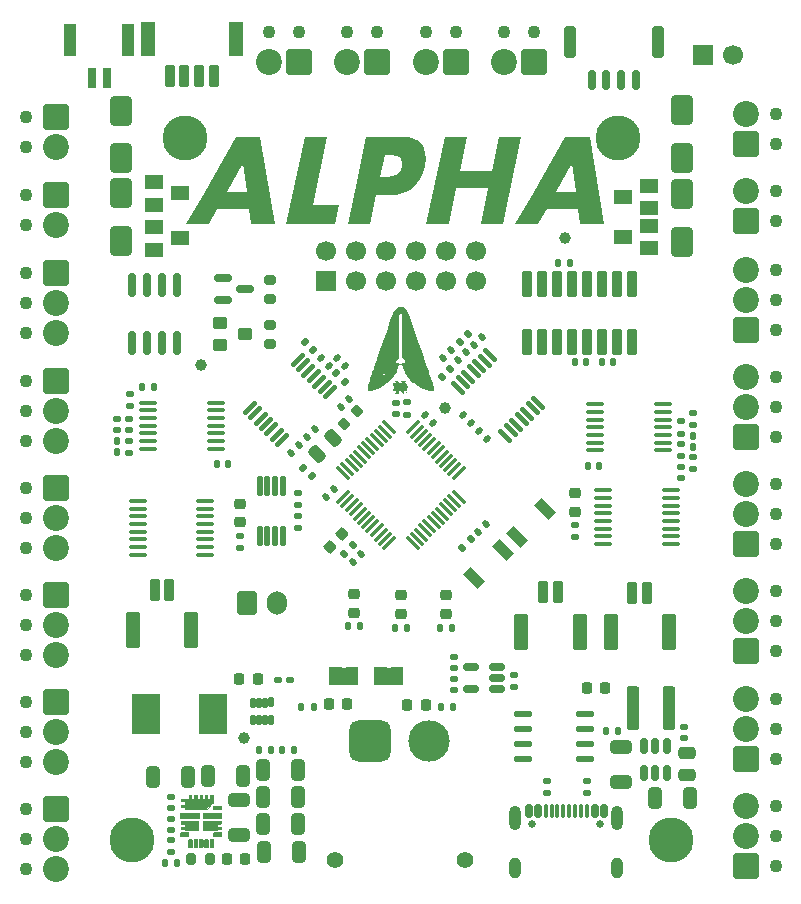
<source format=gbr>
%TF.GenerationSoftware,KiCad,Pcbnew,9.0.4*%
%TF.CreationDate,2025-10-28T21:26:07-04:00*%
%TF.ProjectId,Alpha_Breakout,416c7068-615f-4427-9265-616b6f75742e,rev?*%
%TF.SameCoordinates,Original*%
%TF.FileFunction,Soldermask,Top*%
%TF.FilePolarity,Negative*%
%FSLAX46Y46*%
G04 Gerber Fmt 4.6, Leading zero omitted, Abs format (unit mm)*
G04 Created by KiCad (PCBNEW 9.0.4) date 2025-10-28 21:26:07*
%MOMM*%
%LPD*%
G01*
G04 APERTURE LIST*
G04 Aperture macros list*
%AMRoundRect*
0 Rectangle with rounded corners*
0 $1 Rounding radius*
0 $2 $3 $4 $5 $6 $7 $8 $9 X,Y pos of 4 corners*
0 Add a 4 corners polygon primitive as box body*
4,1,4,$2,$3,$4,$5,$6,$7,$8,$9,$2,$3,0*
0 Add four circle primitives for the rounded corners*
1,1,$1+$1,$2,$3*
1,1,$1+$1,$4,$5*
1,1,$1+$1,$6,$7*
1,1,$1+$1,$8,$9*
0 Add four rect primitives between the rounded corners*
20,1,$1+$1,$2,$3,$4,$5,0*
20,1,$1+$1,$4,$5,$6,$7,0*
20,1,$1+$1,$6,$7,$8,$9,0*
20,1,$1+$1,$8,$9,$2,$3,0*%
%AMRotRect*
0 Rectangle, with rotation*
0 The origin of the aperture is its center*
0 $1 length*
0 $2 width*
0 $3 Rotation angle, in degrees counterclockwise*
0 Add horizontal line*
21,1,$1,$2,0,0,$3*%
%AMFreePoly0*
4,1,6,1.000000,0.000000,0.500000,-0.750000,-0.500000,-0.750000,-0.500000,0.750000,0.500000,0.750000,1.000000,0.000000,1.000000,0.000000,$1*%
%AMFreePoly1*
4,1,6,0.500000,-0.750000,-0.650000,-0.750000,-0.150000,0.000000,-0.650000,0.750000,0.500000,0.750000,0.500000,-0.750000,0.500000,-0.750000,$1*%
G04 Aperture macros list end*
%ADD10C,0.300000*%
%ADD11C,0.000000*%
%ADD12C,0.010000*%
%ADD13RoundRect,0.140000X0.170000X-0.140000X0.170000X0.140000X-0.170000X0.140000X-0.170000X-0.140000X0*%
%ADD14C,1.100000*%
%ADD15RoundRect,0.249999X-0.850001X0.850001X-0.850001X-0.850001X0.850001X-0.850001X0.850001X0.850001X0*%
%ADD16C,2.200000*%
%ADD17RoundRect,0.135000X0.135000X0.185000X-0.135000X0.185000X-0.135000X-0.185000X0.135000X-0.185000X0*%
%ADD18RoundRect,0.140000X-0.021213X0.219203X-0.219203X0.021213X0.021213X-0.219203X0.219203X-0.021213X0*%
%ADD19RoundRect,0.135000X-0.185000X0.135000X-0.185000X-0.135000X0.185000X-0.135000X0.185000X0.135000X0*%
%ADD20RoundRect,0.249999X0.850001X-0.850001X0.850001X0.850001X-0.850001X0.850001X-0.850001X-0.850001X0*%
%ADD21RoundRect,0.250000X-0.650000X1.000000X-0.650000X-1.000000X0.650000X-1.000000X0.650000X1.000000X0*%
%ADD22RoundRect,0.140000X-0.170000X0.140000X-0.170000X-0.140000X0.170000X-0.140000X0.170000X0.140000X0*%
%ADD23RoundRect,0.135000X0.185000X-0.135000X0.185000X0.135000X-0.185000X0.135000X-0.185000X-0.135000X0*%
%ADD24RoundRect,0.250000X-0.325000X-0.650000X0.325000X-0.650000X0.325000X0.650000X-0.325000X0.650000X0*%
%ADD25RoundRect,0.135000X-0.035355X0.226274X-0.226274X0.035355X0.035355X-0.226274X0.226274X-0.035355X0*%
%ADD26RoundRect,0.249999X0.850001X0.850001X-0.850001X0.850001X-0.850001X-0.850001X0.850001X-0.850001X0*%
%ADD27RoundRect,0.102000X-0.300000X-0.850000X0.300000X-0.850000X0.300000X0.850000X-0.300000X0.850000X0*%
%ADD28RoundRect,0.102000X-0.500000X-1.400000X0.500000X-1.400000X0.500000X1.400000X-0.500000X1.400000X0*%
%ADD29RoundRect,0.135000X-0.135000X-0.185000X0.135000X-0.185000X0.135000X0.185000X-0.135000X0.185000X0*%
%ADD30RoundRect,0.140000X0.140000X0.170000X-0.140000X0.170000X-0.140000X-0.170000X0.140000X-0.170000X0*%
%ADD31RoundRect,0.100000X0.637500X0.100000X-0.637500X0.100000X-0.637500X-0.100000X0.637500X-0.100000X0*%
%ADD32C,1.000000*%
%ADD33RoundRect,0.102000X0.700000X-0.500000X0.700000X0.500000X-0.700000X0.500000X-0.700000X-0.500000X0*%
%ADD34RoundRect,0.218750X-0.256250X0.218750X-0.256250X-0.218750X0.256250X-0.218750X0.256250X0.218750X0*%
%ADD35RoundRect,0.218750X-0.218750X-0.256250X0.218750X-0.256250X0.218750X0.256250X-0.218750X0.256250X0*%
%ADD36C,1.400000*%
%ADD37RoundRect,0.770000X0.980000X0.980000X-0.980000X0.980000X-0.980000X-0.980000X0.980000X-0.980000X0*%
%ADD38C,3.500000*%
%ADD39FreePoly0,180.000000*%
%ADD40FreePoly1,180.000000*%
%ADD41RoundRect,0.250000X0.650000X-0.325000X0.650000X0.325000X-0.650000X0.325000X-0.650000X-0.325000X0*%
%ADD42RoundRect,0.100500X-0.301500X0.986500X-0.301500X-0.986500X0.301500X-0.986500X0.301500X0.986500X0*%
%ADD43RoundRect,0.100000X0.380070X0.521491X-0.521491X-0.380070X-0.380070X-0.521491X0.521491X0.380070X0*%
%ADD44RoundRect,0.102000X-0.450000X0.400000X-0.450000X-0.400000X0.450000X-0.400000X0.450000X0.400000X0*%
%ADD45RotRect,0.900000X1.700000X225.000000*%
%ADD46RoundRect,0.140000X-0.219203X-0.021213X-0.021213X-0.219203X0.219203X0.021213X0.021213X0.219203X0*%
%ADD47RoundRect,0.100000X-0.637500X-0.100000X0.637500X-0.100000X0.637500X0.100000X-0.637500X0.100000X0*%
%ADD48RoundRect,0.250000X0.650000X-1.000000X0.650000X1.000000X-0.650000X1.000000X-0.650000X-1.000000X0*%
%ADD49RoundRect,0.102000X0.300000X0.850000X-0.300000X0.850000X-0.300000X-0.850000X0.300000X-0.850000X0*%
%ADD50RoundRect,0.102000X0.500000X1.350000X-0.500000X1.350000X-0.500000X-1.350000X0.500000X-1.350000X0*%
%ADD51RoundRect,0.250000X0.475000X-0.250000X0.475000X0.250000X-0.475000X0.250000X-0.475000X-0.250000X0*%
%ADD52C,3.800000*%
%ADD53RoundRect,0.140000X0.219203X0.021213X0.021213X0.219203X-0.219203X-0.021213X-0.021213X-0.219203X0*%
%ADD54RoundRect,0.135000X0.226274X0.035355X0.035355X0.226274X-0.226274X-0.035355X-0.035355X-0.226274X0*%
%ADD55RoundRect,0.150000X0.150000X-0.825000X0.150000X0.825000X-0.150000X0.825000X-0.150000X-0.825000X0*%
%ADD56RoundRect,0.102000X-0.700000X0.500000X-0.700000X-0.500000X0.700000X-0.500000X0.700000X0.500000X0*%
%ADD57R,2.362200X3.505200*%
%ADD58RoundRect,0.225000X-0.250000X0.225000X-0.250000X-0.225000X0.250000X-0.225000X0.250000X0.225000X0*%
%ADD59RoundRect,0.250000X-0.600000X-0.750000X0.600000X-0.750000X0.600000X0.750000X-0.600000X0.750000X0*%
%ADD60O,1.700000X2.000000*%
%ADD61RoundRect,0.140000X-0.140000X-0.170000X0.140000X-0.170000X0.140000X0.170000X-0.140000X0.170000X0*%
%ADD62RoundRect,0.225000X0.250000X-0.225000X0.250000X0.225000X-0.250000X0.225000X-0.250000X-0.225000X0*%
%ADD63R,0.660400X1.803400*%
%ADD64R,1.092200X2.794000*%
%ADD65R,1.700000X1.700000*%
%ADD66C,1.700000*%
%ADD67RoundRect,0.100000X-0.521491X0.380070X0.380070X-0.521491X0.521491X-0.380070X-0.380070X0.521491X0*%
%ADD68RoundRect,0.135000X-0.226274X-0.035355X-0.035355X-0.226274X0.226274X0.035355X0.035355X0.226274X0*%
%ADD69RoundRect,0.200000X-0.200000X-0.275000X0.200000X-0.275000X0.200000X0.275000X-0.200000X0.275000X0*%
%ADD70RoundRect,0.225000X0.225000X0.250000X-0.225000X0.250000X-0.225000X-0.250000X0.225000X-0.250000X0*%
%ADD71RoundRect,0.150000X0.150000X0.700000X-0.150000X0.700000X-0.150000X-0.700000X0.150000X-0.700000X0*%
%ADD72RoundRect,0.250000X0.250000X1.100000X-0.250000X1.100000X-0.250000X-1.100000X0.250000X-1.100000X0*%
%ADD73RoundRect,0.150000X-0.587500X-0.150000X0.587500X-0.150000X0.587500X0.150000X-0.587500X0.150000X0*%
%ADD74RoundRect,0.137500X0.612500X0.137500X-0.612500X0.137500X-0.612500X-0.137500X0.612500X-0.137500X0*%
%ADD75RoundRect,0.150000X0.150000X-0.512500X0.150000X0.512500X-0.150000X0.512500X-0.150000X-0.512500X0*%
%ADD76C,0.650000*%
%ADD77RoundRect,0.150000X-0.150000X-0.425000X0.150000X-0.425000X0.150000X0.425000X-0.150000X0.425000X0*%
%ADD78RoundRect,0.075000X-0.075000X-0.500000X0.075000X-0.500000X0.075000X0.500000X-0.075000X0.500000X0*%
%ADD79O,1.000000X2.100000*%
%ADD80O,1.000000X1.800000*%
%ADD81RoundRect,0.200000X0.053033X-0.335876X0.335876X-0.053033X-0.053033X0.335876X-0.335876X0.053033X0*%
%ADD82RoundRect,0.135000X0.035355X-0.226274X0.226274X-0.035355X-0.035355X0.226274X-0.226274X0.035355X0*%
%ADD83RoundRect,0.102000X-0.150000X-0.335000X0.150000X-0.335000X0.150000X0.335000X-0.150000X0.335000X0*%
%ADD84RoundRect,0.250000X-0.650000X0.325000X-0.650000X-0.325000X0.650000X-0.325000X0.650000X0.325000X0*%
%ADD85RoundRect,0.075000X-0.415425X-0.521491X0.521491X0.415425X0.415425X0.521491X-0.521491X-0.415425X0*%
%ADD86RoundRect,0.075000X0.415425X-0.521491X0.521491X-0.415425X-0.415425X0.521491X-0.521491X0.415425X0*%
%ADD87RoundRect,0.250000X0.300000X1.600000X-0.300000X1.600000X-0.300000X-1.600000X0.300000X-1.600000X0*%
%ADD88RoundRect,0.218750X0.218750X0.256250X-0.218750X0.256250X-0.218750X-0.256250X0.218750X-0.256250X0*%
%ADD89RoundRect,0.200000X0.275000X-0.200000X0.275000X0.200000X-0.275000X0.200000X-0.275000X-0.200000X0*%
%ADD90RoundRect,0.140000X0.021213X-0.219203X0.219203X-0.021213X-0.021213X0.219203X-0.219203X0.021213X0*%
%ADD91RoundRect,0.225000X0.017678X-0.335876X0.335876X-0.017678X-0.017678X0.335876X-0.335876X0.017678X0*%
%ADD92RoundRect,0.150000X0.512500X0.150000X-0.512500X0.150000X-0.512500X-0.150000X0.512500X-0.150000X0*%
%ADD93RoundRect,0.125000X-0.125000X0.687500X-0.125000X-0.687500X0.125000X-0.687500X0.125000X0.687500X0*%
%ADD94RoundRect,0.250000X0.159099X-0.512652X0.512652X-0.159099X-0.159099X0.512652X-0.512652X0.159099X0*%
G04 APERTURE END LIST*
D10*
G36*
X137720560Y-79610001D02*
G01*
X135717219Y-79610001D01*
X135553087Y-78324306D01*
X132868859Y-78324306D01*
X132170446Y-79610001D01*
X130167105Y-79610001D01*
X131768781Y-76847125D01*
X133674555Y-76847125D01*
X135362028Y-76847125D01*
X135028637Y-74391996D01*
X133674555Y-76847125D01*
X131768781Y-76847125D01*
X134456742Y-72210419D01*
X136507527Y-72210419D01*
X137720560Y-79610001D01*
G37*
G36*
X142118335Y-72210419D02*
G01*
X140921118Y-77968689D01*
X143182196Y-77968689D01*
X142841111Y-79610001D01*
X138707056Y-79610001D01*
X140245359Y-72210419D01*
X142118335Y-72210419D01*
G37*
G36*
X149050906Y-72244990D02*
G01*
X149523377Y-72376236D01*
X149887504Y-72577239D01*
X150164610Y-72845145D01*
X150362248Y-73177992D01*
X150478903Y-73580035D01*
X150507400Y-74070295D01*
X150430041Y-74672387D01*
X150266380Y-75249435D01*
X150039832Y-75738578D01*
X149753205Y-76152249D01*
X149405076Y-76499629D01*
X148999991Y-76776782D01*
X148539859Y-76978389D01*
X148014723Y-77104038D01*
X147411994Y-77148033D01*
X146303253Y-77148033D01*
X145794190Y-79596323D01*
X143921214Y-79596323D01*
X144752743Y-75596480D01*
X146625532Y-75596480D01*
X147248717Y-75596480D01*
X147651148Y-75554669D01*
X147957562Y-75440385D01*
X148190550Y-75261028D01*
X148363156Y-75010926D01*
X148476709Y-74672387D01*
X148503066Y-74323796D01*
X148433652Y-74080638D01*
X148282273Y-73908270D01*
X148030433Y-73793337D01*
X147632972Y-73748294D01*
X147009787Y-73748294D01*
X146625532Y-75596480D01*
X144752743Y-75596480D01*
X145459516Y-72196742D01*
X148441233Y-72196742D01*
X149050906Y-72244990D01*
G37*
G36*
X153375854Y-75069037D02*
G01*
X156104963Y-75069037D01*
X156702076Y-72196742D01*
X158575052Y-72196742D01*
X157033757Y-79610001D01*
X155160781Y-79610001D01*
X155792088Y-76573573D01*
X153062979Y-76573573D01*
X152431673Y-79610001D01*
X150558696Y-79610001D01*
X152099991Y-72196742D01*
X153972967Y-72196742D01*
X153375854Y-75069037D01*
G37*
G36*
X165588668Y-79610001D02*
G01*
X163585327Y-79610001D01*
X163421196Y-78324306D01*
X160736967Y-78324306D01*
X160038555Y-79610001D01*
X158035214Y-79610001D01*
X159636890Y-76847125D01*
X161542663Y-76847125D01*
X163230137Y-76847125D01*
X162896746Y-74391996D01*
X161542663Y-76847125D01*
X159636890Y-76847125D01*
X162324851Y-72210419D01*
X164375636Y-72210419D01*
X165588668Y-79610001D01*
G37*
D11*
%TO.C,JP2*%
G36*
X144749999Y-118650000D02*
G01*
X142299999Y-118650000D01*
X142299999Y-117150000D01*
X144749999Y-117150000D01*
X144749999Y-118650000D01*
G37*
%TO.C,JP1*%
G36*
X148549999Y-118650000D02*
G01*
X146099999Y-118650000D01*
X146099999Y-117150000D01*
X148549999Y-117150000D01*
X148549999Y-118650000D01*
G37*
%TO.C,G\u002A\u002A\u002A*%
G36*
X148918837Y-93870438D02*
G01*
X148920000Y-93880000D01*
X148889561Y-93918837D01*
X148880000Y-93920000D01*
X148841162Y-93889561D01*
X148840000Y-93880000D01*
X148870438Y-93841162D01*
X148880000Y-93840000D01*
X148918837Y-93870438D01*
G37*
G36*
X148732485Y-92845234D02*
G01*
X148785676Y-92866969D01*
X148799931Y-92914252D01*
X148800000Y-92920000D01*
X148773932Y-92986002D01*
X148737639Y-93000000D01*
X148696237Y-93019391D01*
X148700000Y-93040000D01*
X148756517Y-93073809D01*
X148800953Y-93080000D01*
X148885437Y-93116464D01*
X148939939Y-93220064D01*
X148959977Y-93382104D01*
X148960000Y-93388470D01*
X148937693Y-93537740D01*
X148878495Y-93652733D01*
X148793991Y-93714459D01*
X148757731Y-93720000D01*
X148700561Y-93739918D01*
X148680642Y-93812688D01*
X148680000Y-93840000D01*
X148662348Y-93934757D01*
X148621027Y-93960000D01*
X148564023Y-93927554D01*
X148504588Y-93848581D01*
X148500000Y-93840000D01*
X148438215Y-93753723D01*
X148354990Y-93724105D01*
X148308972Y-93723157D01*
X148236253Y-93730320D01*
X148224585Y-93743836D01*
X148230000Y-93746491D01*
X148268662Y-93797637D01*
X148280000Y-93863333D01*
X148270800Y-93925526D01*
X148228341Y-93953286D01*
X148130334Y-93959974D01*
X148118744Y-93960000D01*
X147995147Y-93946131D01*
X147935648Y-93901839D01*
X147932245Y-93894215D01*
X147941096Y-93817076D01*
X147981145Y-93774215D01*
X148019188Y-93740455D01*
X148002911Y-93724616D01*
X147920972Y-93720121D01*
X147887645Y-93720000D01*
X147779594Y-93713718D01*
X147730558Y-93688566D01*
X147720000Y-93642360D01*
X147737750Y-93566208D01*
X147758722Y-93540789D01*
X147782279Y-93491841D01*
X147791406Y-93405226D01*
X147790100Y-93380000D01*
X147960000Y-93380000D01*
X147970046Y-93472535D01*
X147994750Y-93518790D01*
X148000000Y-93520000D01*
X148026438Y-93484836D01*
X148037877Y-93410000D01*
X148201417Y-93410000D01*
X148211386Y-93516990D01*
X148247044Y-93558489D01*
X148260000Y-93560000D01*
X148312305Y-93533265D01*
X148318582Y-93510000D01*
X148298842Y-93440396D01*
X148260000Y-93360000D01*
X148222610Y-93294594D01*
X148409015Y-93294594D01*
X148441407Y-93362629D01*
X148487157Y-93430195D01*
X148512581Y-93420635D01*
X148518694Y-93354194D01*
X148681841Y-93354194D01*
X148682121Y-93446927D01*
X148697326Y-93518965D01*
X148706666Y-93533333D01*
X148738869Y-93556036D01*
X148754748Y-93530628D01*
X148759783Y-93443406D01*
X148760000Y-93400000D01*
X148751128Y-93299807D01*
X148728966Y-93244079D01*
X148720000Y-93240000D01*
X148694973Y-93274105D01*
X148681841Y-93354194D01*
X148518694Y-93354194D01*
X148520000Y-93340000D01*
X148499136Y-93259572D01*
X148460000Y-93240000D01*
X148409272Y-93250599D01*
X148409015Y-93294594D01*
X148222610Y-93294594D01*
X148202834Y-93260000D01*
X148201417Y-93410000D01*
X148037877Y-93410000D01*
X148039654Y-93398373D01*
X148040000Y-93380000D01*
X148029953Y-93287464D01*
X148005249Y-93241209D01*
X148000000Y-93240000D01*
X147973561Y-93275163D01*
X147960345Y-93361626D01*
X147960000Y-93380000D01*
X147790100Y-93380000D01*
X147786676Y-93313885D01*
X147768657Y-93250759D01*
X147753518Y-93240000D01*
X147727542Y-93205988D01*
X147720000Y-93148032D01*
X147730054Y-93086720D01*
X147775809Y-93066750D01*
X147855275Y-93071856D01*
X147954160Y-93070889D01*
X148014876Y-93047459D01*
X148017636Y-93043824D01*
X148011208Y-93006319D01*
X147982360Y-93000000D01*
X147930911Y-92966558D01*
X147920000Y-92920000D01*
X147937041Y-92863296D01*
X148002213Y-92841852D01*
X148050000Y-92840252D01*
X148158450Y-92859941D01*
X148231918Y-92933022D01*
X148245269Y-92955252D01*
X148325812Y-93046622D01*
X148415269Y-93070000D01*
X148492700Y-93058504D01*
X148520000Y-93035000D01*
X148489415Y-93000985D01*
X148480000Y-93000000D01*
X148447500Y-92966498D01*
X148440000Y-92920000D01*
X148451777Y-92870006D01*
X148500681Y-92846365D01*
X148607069Y-92840030D01*
X148620000Y-92840000D01*
X148732485Y-92845234D01*
G37*
G36*
X148612733Y-86658946D02*
G01*
X148798402Y-86788376D01*
X148802884Y-86792632D01*
X148855082Y-86846940D01*
X148901964Y-86909075D01*
X148948322Y-86989775D01*
X148998949Y-87099775D01*
X149058636Y-87249812D01*
X149132177Y-87450622D01*
X149224364Y-87712942D01*
X149261482Y-87820000D01*
X149405667Y-88235986D01*
X149571420Y-88712865D01*
X149753662Y-89236098D01*
X149947314Y-89791144D01*
X150147298Y-90363465D01*
X150348536Y-90938520D01*
X150545949Y-91501771D01*
X150734460Y-92038678D01*
X150812281Y-92260000D01*
X150928731Y-92594513D01*
X151019169Y-92863077D01*
X151086158Y-93074465D01*
X151132260Y-93237448D01*
X151160040Y-93360799D01*
X151172059Y-93453292D01*
X151172881Y-93494194D01*
X151161772Y-93616724D01*
X151139582Y-93706770D01*
X151126312Y-93729687D01*
X151063968Y-93743033D01*
X150942522Y-93729868D01*
X150777017Y-93693728D01*
X150582495Y-93638149D01*
X150373998Y-93566667D01*
X150281995Y-93531203D01*
X149874456Y-93333111D01*
X149505751Y-93083593D01*
X149444743Y-93028145D01*
X149981794Y-93028145D01*
X149999611Y-93090936D01*
X150040000Y-93120000D01*
X150080033Y-93088333D01*
X150093973Y-93061281D01*
X150090365Y-92995037D01*
X150040414Y-92967114D01*
X150001746Y-92978920D01*
X149981794Y-93028145D01*
X149444743Y-93028145D01*
X149184069Y-92791227D01*
X148917598Y-92464588D01*
X148756068Y-92184326D01*
X150332345Y-92184326D01*
X150339046Y-92198457D01*
X150380031Y-92222247D01*
X150425256Y-92195637D01*
X150459961Y-92139312D01*
X150441695Y-92105695D01*
X150386624Y-92090267D01*
X150340322Y-92125380D01*
X150332345Y-92184326D01*
X148756068Y-92184326D01*
X148714529Y-92112255D01*
X148586128Y-91755049D01*
X148559148Y-91658150D01*
X149099852Y-91658150D01*
X149102801Y-91684532D01*
X149158764Y-91718586D01*
X149216973Y-91684620D01*
X149220000Y-91680000D01*
X149230788Y-91615476D01*
X149191669Y-91583464D01*
X149136879Y-91602589D01*
X149099852Y-91658150D01*
X148559148Y-91658150D01*
X148551873Y-91632022D01*
X148517460Y-91566627D01*
X148464156Y-91538682D01*
X148375553Y-91528183D01*
X148219794Y-91516367D01*
X148170195Y-91728183D01*
X148040421Y-92110328D01*
X147838930Y-92468175D01*
X147571805Y-92796054D01*
X147245128Y-93088298D01*
X146864983Y-93339238D01*
X146437452Y-93543208D01*
X146097388Y-93659635D01*
X145897327Y-93716394D01*
X145760706Y-93748201D01*
X145674225Y-93752712D01*
X145624583Y-93727577D01*
X145598480Y-93670453D01*
X145582617Y-93578990D01*
X145581177Y-93568558D01*
X145576957Y-93539893D01*
X145573668Y-93512789D01*
X145572653Y-93483174D01*
X145575256Y-93446975D01*
X145582821Y-93400120D01*
X145596693Y-93338539D01*
X145605853Y-93304326D01*
X145932345Y-93304326D01*
X145939046Y-93318457D01*
X145980031Y-93342247D01*
X146025256Y-93315637D01*
X146059961Y-93259312D01*
X146041695Y-93225695D01*
X145986624Y-93210267D01*
X145940322Y-93245380D01*
X145932345Y-93304326D01*
X145605853Y-93304326D01*
X145618215Y-93258157D01*
X145648731Y-93154904D01*
X145689585Y-93024707D01*
X145742121Y-92863494D01*
X145807684Y-92667194D01*
X145887617Y-92431733D01*
X145933227Y-92298837D01*
X146899568Y-92298837D01*
X146902801Y-92324532D01*
X146960402Y-92358954D01*
X147010577Y-92336089D01*
X147019786Y-92282827D01*
X147012572Y-92255068D01*
X146980084Y-92219662D01*
X146935769Y-92243511D01*
X146899568Y-92298837D01*
X145933227Y-92298837D01*
X145983264Y-92153041D01*
X146095970Y-91827044D01*
X146227077Y-91449671D01*
X146299368Y-91242261D01*
X148000000Y-91242261D01*
X148007104Y-91353567D01*
X148036881Y-91393520D01*
X148102031Y-91370144D01*
X148151099Y-91337731D01*
X148215191Y-91298333D01*
X148237550Y-91312549D01*
X148240000Y-91357731D01*
X148254833Y-91414239D01*
X148313783Y-91437116D01*
X148380000Y-91440000D01*
X148480979Y-91428365D01*
X148518775Y-91389182D01*
X148520000Y-91375720D01*
X148543869Y-91330705D01*
X148580000Y-91335720D01*
X148674065Y-91373784D01*
X148700000Y-91384279D01*
X148739091Y-91383630D01*
X148756811Y-91329659D01*
X148760000Y-91246540D01*
X148750262Y-91132925D01*
X148708590Y-91062810D01*
X148636305Y-91012261D01*
X148512611Y-90940000D01*
X148516774Y-90417094D01*
X149811617Y-90417094D01*
X149820000Y-90440000D01*
X149864225Y-90463772D01*
X149889029Y-90446970D01*
X149908382Y-90382905D01*
X149900000Y-90360000D01*
X149855774Y-90336227D01*
X149830970Y-90353029D01*
X149811617Y-90417094D01*
X148516774Y-90417094D01*
X148525373Y-89337094D01*
X148731617Y-89337094D01*
X148740000Y-89360000D01*
X148784225Y-89383772D01*
X148809029Y-89366970D01*
X148828382Y-89302905D01*
X148820000Y-89280000D01*
X148775774Y-89256227D01*
X148750970Y-89273029D01*
X148731617Y-89337094D01*
X148525373Y-89337094D01*
X148526305Y-89220000D01*
X148529314Y-88779490D01*
X148530600Y-88411575D01*
X148530075Y-88146468D01*
X148978060Y-88146468D01*
X149008158Y-88191251D01*
X149040000Y-88200000D01*
X149092157Y-88171201D01*
X149098291Y-88162763D01*
X149095693Y-88115345D01*
X149047605Y-88090013D01*
X148999347Y-88100403D01*
X148978060Y-88146468D01*
X148530075Y-88146468D01*
X148530001Y-88108861D01*
X148527357Y-87863958D01*
X148522505Y-87669473D01*
X148515283Y-87518017D01*
X148505530Y-87402197D01*
X148493084Y-87314622D01*
X148483634Y-87270000D01*
X148444848Y-87144184D01*
X148403703Y-87061541D01*
X148376470Y-87040000D01*
X148340764Y-87053388D01*
X148310777Y-87097208D01*
X148286151Y-87176941D01*
X148266528Y-87298069D01*
X148251549Y-87466072D01*
X148240856Y-87686432D01*
X148234090Y-87964631D01*
X148230893Y-88306149D01*
X148230906Y-88716468D01*
X148233772Y-89201070D01*
X148233924Y-89220000D01*
X148247849Y-90940000D01*
X148123924Y-91012261D01*
X148040298Y-91074461D01*
X148005626Y-91151564D01*
X148000000Y-91242261D01*
X146299368Y-91242261D01*
X146349596Y-91098150D01*
X146779852Y-91098150D01*
X146782801Y-91124532D01*
X146838764Y-91158586D01*
X146896973Y-91124620D01*
X146900000Y-91120000D01*
X146910788Y-91055476D01*
X146871669Y-91023464D01*
X146816879Y-91042589D01*
X146779852Y-91098150D01*
X146349596Y-91098150D01*
X146377932Y-91016850D01*
X146549876Y-90524508D01*
X146731779Y-90004257D01*
X147785521Y-90004257D01*
X147786418Y-90062301D01*
X147818178Y-90100227D01*
X147866366Y-90074716D01*
X147899333Y-90017158D01*
X147885180Y-89989180D01*
X147827164Y-89968790D01*
X147785521Y-90004257D01*
X146731779Y-90004257D01*
X146744255Y-89968574D01*
X146962412Y-89344976D01*
X147123464Y-88884663D01*
X147386871Y-88884663D01*
X147427925Y-88920248D01*
X147481932Y-88903689D01*
X147497198Y-88884532D01*
X147489919Y-88833003D01*
X147464230Y-88803511D01*
X147413043Y-88780696D01*
X147387427Y-88815068D01*
X147386871Y-88884663D01*
X147123464Y-88884663D01*
X147188073Y-88700000D01*
X147296306Y-88390473D01*
X147400761Y-88091443D01*
X147497219Y-87815010D01*
X147581462Y-87573276D01*
X147649269Y-87378343D01*
X147657249Y-87355322D01*
X147988397Y-87355322D01*
X147996133Y-87413778D01*
X148004526Y-87425454D01*
X148050553Y-87461876D01*
X148084803Y-87432227D01*
X148094017Y-87366877D01*
X148081819Y-87345819D01*
X148025490Y-87323881D01*
X147988397Y-87355322D01*
X147657249Y-87355322D01*
X147696423Y-87242311D01*
X147707838Y-87209190D01*
X147815407Y-86961648D01*
X147946309Y-86784716D01*
X148107041Y-86670796D01*
X148198242Y-86635800D01*
X148413035Y-86608180D01*
X148612733Y-86658946D01*
G37*
D12*
%TO.C,PS1*%
X130310000Y-131099000D02*
X130316000Y-131099000D01*
X130321000Y-131100000D01*
X130326000Y-131101000D01*
X130331000Y-131103000D01*
X130336000Y-131105000D01*
X130341000Y-131107000D01*
X130345000Y-131109000D01*
X130350000Y-131111000D01*
X130354000Y-131114000D01*
X130359000Y-131117000D01*
X130363000Y-131120000D01*
X130367000Y-131124000D01*
X130371000Y-131127000D01*
X130374000Y-131131000D01*
X130378000Y-131135000D01*
X130381000Y-131139000D01*
X130384000Y-131144000D01*
X130387000Y-131148000D01*
X130389000Y-131153000D01*
X130391000Y-131157000D01*
X130393000Y-131162000D01*
X130395000Y-131167000D01*
X130397000Y-131172000D01*
X130398000Y-131177000D01*
X130399000Y-131182000D01*
X130399000Y-131188000D01*
X130400000Y-131193000D01*
X130400000Y-131198000D01*
X130400000Y-131298000D01*
X130400000Y-131303000D01*
X130399000Y-131308000D01*
X130399000Y-131314000D01*
X130398000Y-131319000D01*
X130397000Y-131324000D01*
X130395000Y-131329000D01*
X130393000Y-131334000D01*
X130391000Y-131339000D01*
X130389000Y-131343000D01*
X130387000Y-131348000D01*
X130384000Y-131352000D01*
X130381000Y-131357000D01*
X130378000Y-131361000D01*
X130374000Y-131365000D01*
X130371000Y-131369000D01*
X130367000Y-131372000D01*
X130363000Y-131376000D01*
X130359000Y-131379000D01*
X130354000Y-131382000D01*
X130350000Y-131385000D01*
X130345000Y-131387000D01*
X130341000Y-131389000D01*
X130336000Y-131391000D01*
X130331000Y-131393000D01*
X130326000Y-131395000D01*
X130321000Y-131396000D01*
X130316000Y-131397000D01*
X130310000Y-131397000D01*
X130305000Y-131398000D01*
X130300000Y-131398000D01*
X129800000Y-131398000D01*
X129795000Y-131398000D01*
X129790000Y-131397000D01*
X129784000Y-131397000D01*
X129779000Y-131396000D01*
X129774000Y-131395000D01*
X129769000Y-131393000D01*
X129764000Y-131391000D01*
X129759000Y-131389000D01*
X129755000Y-131387000D01*
X129750000Y-131385000D01*
X129746000Y-131382000D01*
X129741000Y-131379000D01*
X129737000Y-131376000D01*
X129733000Y-131372000D01*
X129729000Y-131369000D01*
X129726000Y-131365000D01*
X129722000Y-131361000D01*
X129719000Y-131357000D01*
X129716000Y-131352000D01*
X129713000Y-131348000D01*
X129711000Y-131343000D01*
X129709000Y-131339000D01*
X129707000Y-131334000D01*
X129705000Y-131329000D01*
X129703000Y-131324000D01*
X129702000Y-131319000D01*
X129701000Y-131314000D01*
X129701000Y-131308000D01*
X129700000Y-131303000D01*
X129700000Y-131298000D01*
X129700000Y-131198000D01*
X129700000Y-131193000D01*
X129701000Y-131188000D01*
X129701000Y-131182000D01*
X129702000Y-131177000D01*
X129703000Y-131172000D01*
X129705000Y-131167000D01*
X129707000Y-131162000D01*
X129709000Y-131157000D01*
X129711000Y-131153000D01*
X129713000Y-131148000D01*
X129716000Y-131144000D01*
X129719000Y-131139000D01*
X129722000Y-131135000D01*
X129726000Y-131131000D01*
X129729000Y-131127000D01*
X129733000Y-131124000D01*
X129737000Y-131120000D01*
X129741000Y-131117000D01*
X129746000Y-131114000D01*
X129750000Y-131111000D01*
X129755000Y-131109000D01*
X129759000Y-131107000D01*
X129764000Y-131105000D01*
X129769000Y-131103000D01*
X129774000Y-131101000D01*
X129779000Y-131100000D01*
X129784000Y-131099000D01*
X129790000Y-131099000D01*
X129795000Y-131098000D01*
X129800000Y-131098000D01*
X130300000Y-131098000D01*
X130305000Y-131098000D01*
X130310000Y-131099000D01*
G36*
X130310000Y-131099000D02*
G01*
X130316000Y-131099000D01*
X130321000Y-131100000D01*
X130326000Y-131101000D01*
X130331000Y-131103000D01*
X130336000Y-131105000D01*
X130341000Y-131107000D01*
X130345000Y-131109000D01*
X130350000Y-131111000D01*
X130354000Y-131114000D01*
X130359000Y-131117000D01*
X130363000Y-131120000D01*
X130367000Y-131124000D01*
X130371000Y-131127000D01*
X130374000Y-131131000D01*
X130378000Y-131135000D01*
X130381000Y-131139000D01*
X130384000Y-131144000D01*
X130387000Y-131148000D01*
X130389000Y-131153000D01*
X130391000Y-131157000D01*
X130393000Y-131162000D01*
X130395000Y-131167000D01*
X130397000Y-131172000D01*
X130398000Y-131177000D01*
X130399000Y-131182000D01*
X130399000Y-131188000D01*
X130400000Y-131193000D01*
X130400000Y-131198000D01*
X130400000Y-131298000D01*
X130400000Y-131303000D01*
X130399000Y-131308000D01*
X130399000Y-131314000D01*
X130398000Y-131319000D01*
X130397000Y-131324000D01*
X130395000Y-131329000D01*
X130393000Y-131334000D01*
X130391000Y-131339000D01*
X130389000Y-131343000D01*
X130387000Y-131348000D01*
X130384000Y-131352000D01*
X130381000Y-131357000D01*
X130378000Y-131361000D01*
X130374000Y-131365000D01*
X130371000Y-131369000D01*
X130367000Y-131372000D01*
X130363000Y-131376000D01*
X130359000Y-131379000D01*
X130354000Y-131382000D01*
X130350000Y-131385000D01*
X130345000Y-131387000D01*
X130341000Y-131389000D01*
X130336000Y-131391000D01*
X130331000Y-131393000D01*
X130326000Y-131395000D01*
X130321000Y-131396000D01*
X130316000Y-131397000D01*
X130310000Y-131397000D01*
X130305000Y-131398000D01*
X130300000Y-131398000D01*
X129800000Y-131398000D01*
X129795000Y-131398000D01*
X129790000Y-131397000D01*
X129784000Y-131397000D01*
X129779000Y-131396000D01*
X129774000Y-131395000D01*
X129769000Y-131393000D01*
X129764000Y-131391000D01*
X129759000Y-131389000D01*
X129755000Y-131387000D01*
X129750000Y-131385000D01*
X129746000Y-131382000D01*
X129741000Y-131379000D01*
X129737000Y-131376000D01*
X129733000Y-131372000D01*
X129729000Y-131369000D01*
X129726000Y-131365000D01*
X129722000Y-131361000D01*
X129719000Y-131357000D01*
X129716000Y-131352000D01*
X129713000Y-131348000D01*
X129711000Y-131343000D01*
X129709000Y-131339000D01*
X129707000Y-131334000D01*
X129705000Y-131329000D01*
X129703000Y-131324000D01*
X129702000Y-131319000D01*
X129701000Y-131314000D01*
X129701000Y-131308000D01*
X129700000Y-131303000D01*
X129700000Y-131298000D01*
X129700000Y-131198000D01*
X129700000Y-131193000D01*
X129701000Y-131188000D01*
X129701000Y-131182000D01*
X129702000Y-131177000D01*
X129703000Y-131172000D01*
X129705000Y-131167000D01*
X129707000Y-131162000D01*
X129709000Y-131157000D01*
X129711000Y-131153000D01*
X129713000Y-131148000D01*
X129716000Y-131144000D01*
X129719000Y-131139000D01*
X129722000Y-131135000D01*
X129726000Y-131131000D01*
X129729000Y-131127000D01*
X129733000Y-131124000D01*
X129737000Y-131120000D01*
X129741000Y-131117000D01*
X129746000Y-131114000D01*
X129750000Y-131111000D01*
X129755000Y-131109000D01*
X129759000Y-131107000D01*
X129764000Y-131105000D01*
X129769000Y-131103000D01*
X129774000Y-131101000D01*
X129779000Y-131100000D01*
X129784000Y-131099000D01*
X129790000Y-131099000D01*
X129795000Y-131098000D01*
X129800000Y-131098000D01*
X130300000Y-131098000D01*
X130305000Y-131098000D01*
X130310000Y-131099000D01*
G37*
X130610000Y-131674000D02*
X130616000Y-131674000D01*
X130621000Y-131675000D01*
X130626000Y-131676000D01*
X130631000Y-131678000D01*
X130636000Y-131680000D01*
X130641000Y-131682000D01*
X130645000Y-131684000D01*
X130650000Y-131686000D01*
X130654000Y-131689000D01*
X130659000Y-131692000D01*
X130663000Y-131695000D01*
X130667000Y-131699000D01*
X130671000Y-131702000D01*
X130674000Y-131706000D01*
X130678000Y-131710000D01*
X130681000Y-131714000D01*
X130684000Y-131719000D01*
X130687000Y-131723000D01*
X130689000Y-131728000D01*
X130691000Y-131732000D01*
X130693000Y-131737000D01*
X130695000Y-131742000D01*
X130697000Y-131747000D01*
X130698000Y-131752000D01*
X130699000Y-131757000D01*
X130699000Y-131763000D01*
X130700000Y-131768000D01*
X130700000Y-131773000D01*
X130700000Y-132273000D01*
X130700000Y-132278000D01*
X130699000Y-132283000D01*
X130699000Y-132289000D01*
X130698000Y-132294000D01*
X130697000Y-132299000D01*
X130695000Y-132304000D01*
X130693000Y-132309000D01*
X130691000Y-132314000D01*
X130689000Y-132318000D01*
X130687000Y-132323000D01*
X130684000Y-132327000D01*
X130681000Y-132332000D01*
X130678000Y-132336000D01*
X130674000Y-132340000D01*
X130671000Y-132344000D01*
X130667000Y-132347000D01*
X130663000Y-132351000D01*
X130659000Y-132354000D01*
X130654000Y-132357000D01*
X130650000Y-132360000D01*
X130645000Y-132362000D01*
X130641000Y-132364000D01*
X130636000Y-132366000D01*
X130631000Y-132368000D01*
X130626000Y-132370000D01*
X130621000Y-132371000D01*
X130616000Y-132372000D01*
X130610000Y-132372000D01*
X130605000Y-132373000D01*
X130600000Y-132373000D01*
X130500000Y-132373000D01*
X130495000Y-132373000D01*
X130490000Y-132372000D01*
X130484000Y-132372000D01*
X130479000Y-132371000D01*
X130474000Y-132370000D01*
X130469000Y-132368000D01*
X130464000Y-132366000D01*
X130459000Y-132364000D01*
X130455000Y-132362000D01*
X130450000Y-132360000D01*
X130446000Y-132357000D01*
X130441000Y-132354000D01*
X130437000Y-132351000D01*
X130433000Y-132347000D01*
X130429000Y-132344000D01*
X130426000Y-132340000D01*
X130422000Y-132336000D01*
X130419000Y-132332000D01*
X130416000Y-132327000D01*
X130413000Y-132323000D01*
X130411000Y-132318000D01*
X130409000Y-132314000D01*
X130407000Y-132309000D01*
X130405000Y-132304000D01*
X130403000Y-132299000D01*
X130402000Y-132294000D01*
X130401000Y-132289000D01*
X130401000Y-132283000D01*
X130400000Y-132278000D01*
X130400000Y-132273000D01*
X130400000Y-131773000D01*
X130400000Y-131768000D01*
X130401000Y-131763000D01*
X130401000Y-131757000D01*
X130402000Y-131752000D01*
X130403000Y-131747000D01*
X130405000Y-131742000D01*
X130407000Y-131737000D01*
X130409000Y-131732000D01*
X130411000Y-131728000D01*
X130413000Y-131723000D01*
X130416000Y-131719000D01*
X130419000Y-131714000D01*
X130422000Y-131710000D01*
X130426000Y-131706000D01*
X130429000Y-131702000D01*
X130433000Y-131699000D01*
X130437000Y-131695000D01*
X130441000Y-131692000D01*
X130446000Y-131689000D01*
X130450000Y-131686000D01*
X130455000Y-131684000D01*
X130459000Y-131682000D01*
X130464000Y-131680000D01*
X130469000Y-131678000D01*
X130474000Y-131676000D01*
X130479000Y-131675000D01*
X130484000Y-131674000D01*
X130490000Y-131674000D01*
X130495000Y-131673000D01*
X130500000Y-131673000D01*
X130600000Y-131673000D01*
X130605000Y-131673000D01*
X130610000Y-131674000D01*
G36*
X130610000Y-131674000D02*
G01*
X130616000Y-131674000D01*
X130621000Y-131675000D01*
X130626000Y-131676000D01*
X130631000Y-131678000D01*
X130636000Y-131680000D01*
X130641000Y-131682000D01*
X130645000Y-131684000D01*
X130650000Y-131686000D01*
X130654000Y-131689000D01*
X130659000Y-131692000D01*
X130663000Y-131695000D01*
X130667000Y-131699000D01*
X130671000Y-131702000D01*
X130674000Y-131706000D01*
X130678000Y-131710000D01*
X130681000Y-131714000D01*
X130684000Y-131719000D01*
X130687000Y-131723000D01*
X130689000Y-131728000D01*
X130691000Y-131732000D01*
X130693000Y-131737000D01*
X130695000Y-131742000D01*
X130697000Y-131747000D01*
X130698000Y-131752000D01*
X130699000Y-131757000D01*
X130699000Y-131763000D01*
X130700000Y-131768000D01*
X130700000Y-131773000D01*
X130700000Y-132273000D01*
X130700000Y-132278000D01*
X130699000Y-132283000D01*
X130699000Y-132289000D01*
X130698000Y-132294000D01*
X130697000Y-132299000D01*
X130695000Y-132304000D01*
X130693000Y-132309000D01*
X130691000Y-132314000D01*
X130689000Y-132318000D01*
X130687000Y-132323000D01*
X130684000Y-132327000D01*
X130681000Y-132332000D01*
X130678000Y-132336000D01*
X130674000Y-132340000D01*
X130671000Y-132344000D01*
X130667000Y-132347000D01*
X130663000Y-132351000D01*
X130659000Y-132354000D01*
X130654000Y-132357000D01*
X130650000Y-132360000D01*
X130645000Y-132362000D01*
X130641000Y-132364000D01*
X130636000Y-132366000D01*
X130631000Y-132368000D01*
X130626000Y-132370000D01*
X130621000Y-132371000D01*
X130616000Y-132372000D01*
X130610000Y-132372000D01*
X130605000Y-132373000D01*
X130600000Y-132373000D01*
X130500000Y-132373000D01*
X130495000Y-132373000D01*
X130490000Y-132372000D01*
X130484000Y-132372000D01*
X130479000Y-132371000D01*
X130474000Y-132370000D01*
X130469000Y-132368000D01*
X130464000Y-132366000D01*
X130459000Y-132364000D01*
X130455000Y-132362000D01*
X130450000Y-132360000D01*
X130446000Y-132357000D01*
X130441000Y-132354000D01*
X130437000Y-132351000D01*
X130433000Y-132347000D01*
X130429000Y-132344000D01*
X130426000Y-132340000D01*
X130422000Y-132336000D01*
X130419000Y-132332000D01*
X130416000Y-132327000D01*
X130413000Y-132323000D01*
X130411000Y-132318000D01*
X130409000Y-132314000D01*
X130407000Y-132309000D01*
X130405000Y-132304000D01*
X130403000Y-132299000D01*
X130402000Y-132294000D01*
X130401000Y-132289000D01*
X130401000Y-132283000D01*
X130400000Y-132278000D01*
X130400000Y-132273000D01*
X130400000Y-131773000D01*
X130400000Y-131768000D01*
X130401000Y-131763000D01*
X130401000Y-131757000D01*
X130402000Y-131752000D01*
X130403000Y-131747000D01*
X130405000Y-131742000D01*
X130407000Y-131737000D01*
X130409000Y-131732000D01*
X130411000Y-131728000D01*
X130413000Y-131723000D01*
X130416000Y-131719000D01*
X130419000Y-131714000D01*
X130422000Y-131710000D01*
X130426000Y-131706000D01*
X130429000Y-131702000D01*
X130433000Y-131699000D01*
X130437000Y-131695000D01*
X130441000Y-131692000D01*
X130446000Y-131689000D01*
X130450000Y-131686000D01*
X130455000Y-131684000D01*
X130459000Y-131682000D01*
X130464000Y-131680000D01*
X130469000Y-131678000D01*
X130474000Y-131676000D01*
X130479000Y-131675000D01*
X130484000Y-131674000D01*
X130490000Y-131674000D01*
X130495000Y-131673000D01*
X130500000Y-131673000D01*
X130600000Y-131673000D01*
X130605000Y-131673000D01*
X130610000Y-131674000D01*
G37*
X131060000Y-131674000D02*
X131066000Y-131674000D01*
X131071000Y-131675000D01*
X131076000Y-131676000D01*
X131081000Y-131678000D01*
X131086000Y-131680000D01*
X131091000Y-131682000D01*
X131095000Y-131684000D01*
X131100000Y-131686000D01*
X131104000Y-131689000D01*
X131109000Y-131692000D01*
X131113000Y-131695000D01*
X131117000Y-131699000D01*
X131121000Y-131702000D01*
X131124000Y-131706000D01*
X131128000Y-131710000D01*
X131131000Y-131714000D01*
X131134000Y-131719000D01*
X131137000Y-131723000D01*
X131139000Y-131728000D01*
X131141000Y-131732000D01*
X131143000Y-131737000D01*
X131145000Y-131742000D01*
X131147000Y-131747000D01*
X131148000Y-131752000D01*
X131149000Y-131757000D01*
X131149000Y-131763000D01*
X131150000Y-131768000D01*
X131150000Y-131773000D01*
X131150000Y-132273000D01*
X131150000Y-132278000D01*
X131149000Y-132283000D01*
X131149000Y-132289000D01*
X131148000Y-132294000D01*
X131147000Y-132299000D01*
X131145000Y-132304000D01*
X131143000Y-132309000D01*
X131141000Y-132314000D01*
X131139000Y-132318000D01*
X131137000Y-132323000D01*
X131134000Y-132327000D01*
X131131000Y-132332000D01*
X131128000Y-132336000D01*
X131124000Y-132340000D01*
X131121000Y-132344000D01*
X131117000Y-132347000D01*
X131113000Y-132351000D01*
X131109000Y-132354000D01*
X131104000Y-132357000D01*
X131100000Y-132360000D01*
X131095000Y-132362000D01*
X131091000Y-132364000D01*
X131086000Y-132366000D01*
X131081000Y-132368000D01*
X131076000Y-132370000D01*
X131071000Y-132371000D01*
X131066000Y-132372000D01*
X131060000Y-132372000D01*
X131055000Y-132373000D01*
X131050000Y-132373000D01*
X130950000Y-132373000D01*
X130945000Y-132373000D01*
X130940000Y-132372000D01*
X130934000Y-132372000D01*
X130929000Y-132371000D01*
X130924000Y-132370000D01*
X130919000Y-132368000D01*
X130914000Y-132366000D01*
X130909000Y-132364000D01*
X130905000Y-132362000D01*
X130900000Y-132360000D01*
X130896000Y-132357000D01*
X130891000Y-132354000D01*
X130887000Y-132351000D01*
X130883000Y-132347000D01*
X130879000Y-132344000D01*
X130876000Y-132340000D01*
X130872000Y-132336000D01*
X130869000Y-132332000D01*
X130866000Y-132327000D01*
X130863000Y-132323000D01*
X130861000Y-132318000D01*
X130859000Y-132314000D01*
X130857000Y-132309000D01*
X130855000Y-132304000D01*
X130853000Y-132299000D01*
X130852000Y-132294000D01*
X130851000Y-132289000D01*
X130851000Y-132283000D01*
X130850000Y-132278000D01*
X130850000Y-132273000D01*
X130850000Y-131773000D01*
X130850000Y-131768000D01*
X130851000Y-131763000D01*
X130851000Y-131757000D01*
X130852000Y-131752000D01*
X130853000Y-131747000D01*
X130855000Y-131742000D01*
X130857000Y-131737000D01*
X130859000Y-131732000D01*
X130861000Y-131728000D01*
X130863000Y-131723000D01*
X130866000Y-131719000D01*
X130869000Y-131714000D01*
X130872000Y-131710000D01*
X130876000Y-131706000D01*
X130879000Y-131702000D01*
X130883000Y-131699000D01*
X130887000Y-131695000D01*
X130891000Y-131692000D01*
X130896000Y-131689000D01*
X130900000Y-131686000D01*
X130905000Y-131684000D01*
X130909000Y-131682000D01*
X130914000Y-131680000D01*
X130919000Y-131678000D01*
X130924000Y-131676000D01*
X130929000Y-131675000D01*
X130934000Y-131674000D01*
X130940000Y-131674000D01*
X130945000Y-131673000D01*
X130950000Y-131673000D01*
X131050000Y-131673000D01*
X131055000Y-131673000D01*
X131060000Y-131674000D01*
G36*
X131060000Y-131674000D02*
G01*
X131066000Y-131674000D01*
X131071000Y-131675000D01*
X131076000Y-131676000D01*
X131081000Y-131678000D01*
X131086000Y-131680000D01*
X131091000Y-131682000D01*
X131095000Y-131684000D01*
X131100000Y-131686000D01*
X131104000Y-131689000D01*
X131109000Y-131692000D01*
X131113000Y-131695000D01*
X131117000Y-131699000D01*
X131121000Y-131702000D01*
X131124000Y-131706000D01*
X131128000Y-131710000D01*
X131131000Y-131714000D01*
X131134000Y-131719000D01*
X131137000Y-131723000D01*
X131139000Y-131728000D01*
X131141000Y-131732000D01*
X131143000Y-131737000D01*
X131145000Y-131742000D01*
X131147000Y-131747000D01*
X131148000Y-131752000D01*
X131149000Y-131757000D01*
X131149000Y-131763000D01*
X131150000Y-131768000D01*
X131150000Y-131773000D01*
X131150000Y-132273000D01*
X131150000Y-132278000D01*
X131149000Y-132283000D01*
X131149000Y-132289000D01*
X131148000Y-132294000D01*
X131147000Y-132299000D01*
X131145000Y-132304000D01*
X131143000Y-132309000D01*
X131141000Y-132314000D01*
X131139000Y-132318000D01*
X131137000Y-132323000D01*
X131134000Y-132327000D01*
X131131000Y-132332000D01*
X131128000Y-132336000D01*
X131124000Y-132340000D01*
X131121000Y-132344000D01*
X131117000Y-132347000D01*
X131113000Y-132351000D01*
X131109000Y-132354000D01*
X131104000Y-132357000D01*
X131100000Y-132360000D01*
X131095000Y-132362000D01*
X131091000Y-132364000D01*
X131086000Y-132366000D01*
X131081000Y-132368000D01*
X131076000Y-132370000D01*
X131071000Y-132371000D01*
X131066000Y-132372000D01*
X131060000Y-132372000D01*
X131055000Y-132373000D01*
X131050000Y-132373000D01*
X130950000Y-132373000D01*
X130945000Y-132373000D01*
X130940000Y-132372000D01*
X130934000Y-132372000D01*
X130929000Y-132371000D01*
X130924000Y-132370000D01*
X130919000Y-132368000D01*
X130914000Y-132366000D01*
X130909000Y-132364000D01*
X130905000Y-132362000D01*
X130900000Y-132360000D01*
X130896000Y-132357000D01*
X130891000Y-132354000D01*
X130887000Y-132351000D01*
X130883000Y-132347000D01*
X130879000Y-132344000D01*
X130876000Y-132340000D01*
X130872000Y-132336000D01*
X130869000Y-132332000D01*
X130866000Y-132327000D01*
X130863000Y-132323000D01*
X130861000Y-132318000D01*
X130859000Y-132314000D01*
X130857000Y-132309000D01*
X130855000Y-132304000D01*
X130853000Y-132299000D01*
X130852000Y-132294000D01*
X130851000Y-132289000D01*
X130851000Y-132283000D01*
X130850000Y-132278000D01*
X130850000Y-132273000D01*
X130850000Y-131773000D01*
X130850000Y-131768000D01*
X130851000Y-131763000D01*
X130851000Y-131757000D01*
X130852000Y-131752000D01*
X130853000Y-131747000D01*
X130855000Y-131742000D01*
X130857000Y-131737000D01*
X130859000Y-131732000D01*
X130861000Y-131728000D01*
X130863000Y-131723000D01*
X130866000Y-131719000D01*
X130869000Y-131714000D01*
X130872000Y-131710000D01*
X130876000Y-131706000D01*
X130879000Y-131702000D01*
X130883000Y-131699000D01*
X130887000Y-131695000D01*
X130891000Y-131692000D01*
X130896000Y-131689000D01*
X130900000Y-131686000D01*
X130905000Y-131684000D01*
X130909000Y-131682000D01*
X130914000Y-131680000D01*
X130919000Y-131678000D01*
X130924000Y-131676000D01*
X130929000Y-131675000D01*
X130934000Y-131674000D01*
X130940000Y-131674000D01*
X130945000Y-131673000D01*
X130950000Y-131673000D01*
X131050000Y-131673000D01*
X131055000Y-131673000D01*
X131060000Y-131674000D01*
G37*
X131210000Y-129474000D02*
X131216000Y-129474000D01*
X131221000Y-129475000D01*
X131226000Y-129476000D01*
X131231000Y-129478000D01*
X131236000Y-129480000D01*
X131241000Y-129482000D01*
X131245000Y-129484000D01*
X131250000Y-129486000D01*
X131254000Y-129489000D01*
X131259000Y-129492000D01*
X131263000Y-129495000D01*
X131267000Y-129499000D01*
X131271000Y-129502000D01*
X131274000Y-129506000D01*
X131278000Y-129510000D01*
X131281000Y-129514000D01*
X131284000Y-129519000D01*
X131287000Y-129523000D01*
X131289000Y-129528000D01*
X131291000Y-129532000D01*
X131293000Y-129537000D01*
X131295000Y-129542000D01*
X131297000Y-129547000D01*
X131298000Y-129552000D01*
X131299000Y-129557000D01*
X131299000Y-129563000D01*
X131300000Y-129568000D01*
X131300000Y-129573000D01*
X131300000Y-129773000D01*
X131300000Y-129778000D01*
X131299000Y-129783000D01*
X131299000Y-129789000D01*
X131298000Y-129794000D01*
X131297000Y-129799000D01*
X131295000Y-129804000D01*
X131293000Y-129809000D01*
X131291000Y-129814000D01*
X131289000Y-129818000D01*
X131287000Y-129823000D01*
X131284000Y-129827000D01*
X131281000Y-129832000D01*
X131278000Y-129836000D01*
X131274000Y-129840000D01*
X131271000Y-129844000D01*
X131267000Y-129847000D01*
X131263000Y-129851000D01*
X131259000Y-129854000D01*
X131254000Y-129857000D01*
X131250000Y-129860000D01*
X131245000Y-129862000D01*
X131241000Y-129864000D01*
X131236000Y-129866000D01*
X131231000Y-129868000D01*
X131226000Y-129870000D01*
X131221000Y-129871000D01*
X131216000Y-129872000D01*
X131210000Y-129872000D01*
X131205000Y-129873000D01*
X131200000Y-129873000D01*
X129800000Y-129873000D01*
X129795000Y-129873000D01*
X129790000Y-129872000D01*
X129784000Y-129872000D01*
X129779000Y-129871000D01*
X129774000Y-129870000D01*
X129769000Y-129868000D01*
X129764000Y-129866000D01*
X129759000Y-129864000D01*
X129755000Y-129862000D01*
X129750000Y-129860000D01*
X129746000Y-129857000D01*
X129741000Y-129854000D01*
X129737000Y-129851000D01*
X129733000Y-129847000D01*
X129729000Y-129844000D01*
X129726000Y-129840000D01*
X129722000Y-129836000D01*
X129719000Y-129832000D01*
X129716000Y-129827000D01*
X129713000Y-129823000D01*
X129711000Y-129818000D01*
X129709000Y-129814000D01*
X129707000Y-129809000D01*
X129705000Y-129804000D01*
X129703000Y-129799000D01*
X129702000Y-129794000D01*
X129701000Y-129789000D01*
X129701000Y-129783000D01*
X129700000Y-129778000D01*
X129700000Y-129773000D01*
X129700000Y-129573000D01*
X129700000Y-129568000D01*
X129701000Y-129563000D01*
X129701000Y-129557000D01*
X129702000Y-129552000D01*
X129703000Y-129547000D01*
X129705000Y-129542000D01*
X129707000Y-129537000D01*
X129709000Y-129532000D01*
X129711000Y-129528000D01*
X129713000Y-129523000D01*
X129716000Y-129519000D01*
X129719000Y-129514000D01*
X129722000Y-129510000D01*
X129726000Y-129506000D01*
X129729000Y-129502000D01*
X129733000Y-129499000D01*
X129737000Y-129495000D01*
X129741000Y-129492000D01*
X129746000Y-129489000D01*
X129750000Y-129486000D01*
X129755000Y-129484000D01*
X129759000Y-129482000D01*
X129764000Y-129480000D01*
X129769000Y-129478000D01*
X129774000Y-129476000D01*
X129779000Y-129475000D01*
X129784000Y-129474000D01*
X129790000Y-129474000D01*
X129795000Y-129473000D01*
X129800000Y-129473000D01*
X131200000Y-129473000D01*
X131205000Y-129473000D01*
X131210000Y-129474000D01*
G36*
X131210000Y-129474000D02*
G01*
X131216000Y-129474000D01*
X131221000Y-129475000D01*
X131226000Y-129476000D01*
X131231000Y-129478000D01*
X131236000Y-129480000D01*
X131241000Y-129482000D01*
X131245000Y-129484000D01*
X131250000Y-129486000D01*
X131254000Y-129489000D01*
X131259000Y-129492000D01*
X131263000Y-129495000D01*
X131267000Y-129499000D01*
X131271000Y-129502000D01*
X131274000Y-129506000D01*
X131278000Y-129510000D01*
X131281000Y-129514000D01*
X131284000Y-129519000D01*
X131287000Y-129523000D01*
X131289000Y-129528000D01*
X131291000Y-129532000D01*
X131293000Y-129537000D01*
X131295000Y-129542000D01*
X131297000Y-129547000D01*
X131298000Y-129552000D01*
X131299000Y-129557000D01*
X131299000Y-129563000D01*
X131300000Y-129568000D01*
X131300000Y-129573000D01*
X131300000Y-129773000D01*
X131300000Y-129778000D01*
X131299000Y-129783000D01*
X131299000Y-129789000D01*
X131298000Y-129794000D01*
X131297000Y-129799000D01*
X131295000Y-129804000D01*
X131293000Y-129809000D01*
X131291000Y-129814000D01*
X131289000Y-129818000D01*
X131287000Y-129823000D01*
X131284000Y-129827000D01*
X131281000Y-129832000D01*
X131278000Y-129836000D01*
X131274000Y-129840000D01*
X131271000Y-129844000D01*
X131267000Y-129847000D01*
X131263000Y-129851000D01*
X131259000Y-129854000D01*
X131254000Y-129857000D01*
X131250000Y-129860000D01*
X131245000Y-129862000D01*
X131241000Y-129864000D01*
X131236000Y-129866000D01*
X131231000Y-129868000D01*
X131226000Y-129870000D01*
X131221000Y-129871000D01*
X131216000Y-129872000D01*
X131210000Y-129872000D01*
X131205000Y-129873000D01*
X131200000Y-129873000D01*
X129800000Y-129873000D01*
X129795000Y-129873000D01*
X129790000Y-129872000D01*
X129784000Y-129872000D01*
X129779000Y-129871000D01*
X129774000Y-129870000D01*
X129769000Y-129868000D01*
X129764000Y-129866000D01*
X129759000Y-129864000D01*
X129755000Y-129862000D01*
X129750000Y-129860000D01*
X129746000Y-129857000D01*
X129741000Y-129854000D01*
X129737000Y-129851000D01*
X129733000Y-129847000D01*
X129729000Y-129844000D01*
X129726000Y-129840000D01*
X129722000Y-129836000D01*
X129719000Y-129832000D01*
X129716000Y-129827000D01*
X129713000Y-129823000D01*
X129711000Y-129818000D01*
X129709000Y-129814000D01*
X129707000Y-129809000D01*
X129705000Y-129804000D01*
X129703000Y-129799000D01*
X129702000Y-129794000D01*
X129701000Y-129789000D01*
X129701000Y-129783000D01*
X129700000Y-129778000D01*
X129700000Y-129773000D01*
X129700000Y-129573000D01*
X129700000Y-129568000D01*
X129701000Y-129563000D01*
X129701000Y-129557000D01*
X129702000Y-129552000D01*
X129703000Y-129547000D01*
X129705000Y-129542000D01*
X129707000Y-129537000D01*
X129709000Y-129532000D01*
X129711000Y-129528000D01*
X129713000Y-129523000D01*
X129716000Y-129519000D01*
X129719000Y-129514000D01*
X129722000Y-129510000D01*
X129726000Y-129506000D01*
X129729000Y-129502000D01*
X129733000Y-129499000D01*
X129737000Y-129495000D01*
X129741000Y-129492000D01*
X129746000Y-129489000D01*
X129750000Y-129486000D01*
X129755000Y-129484000D01*
X129759000Y-129482000D01*
X129764000Y-129480000D01*
X129769000Y-129478000D01*
X129774000Y-129476000D01*
X129779000Y-129475000D01*
X129784000Y-129474000D01*
X129790000Y-129474000D01*
X129795000Y-129473000D01*
X129800000Y-129473000D01*
X131200000Y-129473000D01*
X131205000Y-129473000D01*
X131210000Y-129474000D01*
G37*
X131510000Y-131674000D02*
X131516000Y-131674000D01*
X131521000Y-131675000D01*
X131526000Y-131676000D01*
X131531000Y-131678000D01*
X131536000Y-131680000D01*
X131541000Y-131682000D01*
X131545000Y-131684000D01*
X131550000Y-131686000D01*
X131554000Y-131689000D01*
X131559000Y-131692000D01*
X131563000Y-131695000D01*
X131567000Y-131699000D01*
X131571000Y-131702000D01*
X131574000Y-131706000D01*
X131578000Y-131710000D01*
X131581000Y-131714000D01*
X131584000Y-131719000D01*
X131587000Y-131723000D01*
X131589000Y-131728000D01*
X131591000Y-131732000D01*
X131593000Y-131737000D01*
X131595000Y-131742000D01*
X131597000Y-131747000D01*
X131598000Y-131752000D01*
X131599000Y-131757000D01*
X131599000Y-131763000D01*
X131600000Y-131768000D01*
X131600000Y-131773000D01*
X131600000Y-132273000D01*
X131600000Y-132278000D01*
X131599000Y-132283000D01*
X131599000Y-132289000D01*
X131598000Y-132294000D01*
X131597000Y-132299000D01*
X131595000Y-132304000D01*
X131593000Y-132309000D01*
X131591000Y-132314000D01*
X131589000Y-132318000D01*
X131587000Y-132323000D01*
X131584000Y-132327000D01*
X131581000Y-132332000D01*
X131578000Y-132336000D01*
X131574000Y-132340000D01*
X131571000Y-132344000D01*
X131567000Y-132347000D01*
X131563000Y-132351000D01*
X131559000Y-132354000D01*
X131554000Y-132357000D01*
X131550000Y-132360000D01*
X131545000Y-132362000D01*
X131541000Y-132364000D01*
X131536000Y-132366000D01*
X131531000Y-132368000D01*
X131526000Y-132370000D01*
X131521000Y-132371000D01*
X131516000Y-132372000D01*
X131510000Y-132372000D01*
X131505000Y-132373000D01*
X131500000Y-132373000D01*
X131400000Y-132373000D01*
X131395000Y-132373000D01*
X131390000Y-132372000D01*
X131384000Y-132372000D01*
X131379000Y-132371000D01*
X131374000Y-132370000D01*
X131369000Y-132368000D01*
X131364000Y-132366000D01*
X131359000Y-132364000D01*
X131355000Y-132362000D01*
X131350000Y-132360000D01*
X131346000Y-132357000D01*
X131341000Y-132354000D01*
X131337000Y-132351000D01*
X131333000Y-132347000D01*
X131329000Y-132344000D01*
X131326000Y-132340000D01*
X131322000Y-132336000D01*
X131319000Y-132332000D01*
X131316000Y-132327000D01*
X131313000Y-132323000D01*
X131311000Y-132318000D01*
X131309000Y-132314000D01*
X131307000Y-132309000D01*
X131305000Y-132304000D01*
X131303000Y-132299000D01*
X131302000Y-132294000D01*
X131301000Y-132289000D01*
X131301000Y-132283000D01*
X131300000Y-132278000D01*
X131300000Y-132273000D01*
X131300000Y-131773000D01*
X131300000Y-131768000D01*
X131301000Y-131763000D01*
X131301000Y-131757000D01*
X131302000Y-131752000D01*
X131303000Y-131747000D01*
X131305000Y-131742000D01*
X131307000Y-131737000D01*
X131309000Y-131732000D01*
X131311000Y-131728000D01*
X131313000Y-131723000D01*
X131316000Y-131719000D01*
X131319000Y-131714000D01*
X131322000Y-131710000D01*
X131326000Y-131706000D01*
X131329000Y-131702000D01*
X131333000Y-131699000D01*
X131337000Y-131695000D01*
X131341000Y-131692000D01*
X131346000Y-131689000D01*
X131350000Y-131686000D01*
X131355000Y-131684000D01*
X131359000Y-131682000D01*
X131364000Y-131680000D01*
X131369000Y-131678000D01*
X131374000Y-131676000D01*
X131379000Y-131675000D01*
X131384000Y-131674000D01*
X131390000Y-131674000D01*
X131395000Y-131673000D01*
X131400000Y-131673000D01*
X131500000Y-131673000D01*
X131505000Y-131673000D01*
X131510000Y-131674000D01*
G36*
X131510000Y-131674000D02*
G01*
X131516000Y-131674000D01*
X131521000Y-131675000D01*
X131526000Y-131676000D01*
X131531000Y-131678000D01*
X131536000Y-131680000D01*
X131541000Y-131682000D01*
X131545000Y-131684000D01*
X131550000Y-131686000D01*
X131554000Y-131689000D01*
X131559000Y-131692000D01*
X131563000Y-131695000D01*
X131567000Y-131699000D01*
X131571000Y-131702000D01*
X131574000Y-131706000D01*
X131578000Y-131710000D01*
X131581000Y-131714000D01*
X131584000Y-131719000D01*
X131587000Y-131723000D01*
X131589000Y-131728000D01*
X131591000Y-131732000D01*
X131593000Y-131737000D01*
X131595000Y-131742000D01*
X131597000Y-131747000D01*
X131598000Y-131752000D01*
X131599000Y-131757000D01*
X131599000Y-131763000D01*
X131600000Y-131768000D01*
X131600000Y-131773000D01*
X131600000Y-132273000D01*
X131600000Y-132278000D01*
X131599000Y-132283000D01*
X131599000Y-132289000D01*
X131598000Y-132294000D01*
X131597000Y-132299000D01*
X131595000Y-132304000D01*
X131593000Y-132309000D01*
X131591000Y-132314000D01*
X131589000Y-132318000D01*
X131587000Y-132323000D01*
X131584000Y-132327000D01*
X131581000Y-132332000D01*
X131578000Y-132336000D01*
X131574000Y-132340000D01*
X131571000Y-132344000D01*
X131567000Y-132347000D01*
X131563000Y-132351000D01*
X131559000Y-132354000D01*
X131554000Y-132357000D01*
X131550000Y-132360000D01*
X131545000Y-132362000D01*
X131541000Y-132364000D01*
X131536000Y-132366000D01*
X131531000Y-132368000D01*
X131526000Y-132370000D01*
X131521000Y-132371000D01*
X131516000Y-132372000D01*
X131510000Y-132372000D01*
X131505000Y-132373000D01*
X131500000Y-132373000D01*
X131400000Y-132373000D01*
X131395000Y-132373000D01*
X131390000Y-132372000D01*
X131384000Y-132372000D01*
X131379000Y-132371000D01*
X131374000Y-132370000D01*
X131369000Y-132368000D01*
X131364000Y-132366000D01*
X131359000Y-132364000D01*
X131355000Y-132362000D01*
X131350000Y-132360000D01*
X131346000Y-132357000D01*
X131341000Y-132354000D01*
X131337000Y-132351000D01*
X131333000Y-132347000D01*
X131329000Y-132344000D01*
X131326000Y-132340000D01*
X131322000Y-132336000D01*
X131319000Y-132332000D01*
X131316000Y-132327000D01*
X131313000Y-132323000D01*
X131311000Y-132318000D01*
X131309000Y-132314000D01*
X131307000Y-132309000D01*
X131305000Y-132304000D01*
X131303000Y-132299000D01*
X131302000Y-132294000D01*
X131301000Y-132289000D01*
X131301000Y-132283000D01*
X131300000Y-132278000D01*
X131300000Y-132273000D01*
X131300000Y-131773000D01*
X131300000Y-131768000D01*
X131301000Y-131763000D01*
X131301000Y-131757000D01*
X131302000Y-131752000D01*
X131303000Y-131747000D01*
X131305000Y-131742000D01*
X131307000Y-131737000D01*
X131309000Y-131732000D01*
X131311000Y-131728000D01*
X131313000Y-131723000D01*
X131316000Y-131719000D01*
X131319000Y-131714000D01*
X131322000Y-131710000D01*
X131326000Y-131706000D01*
X131329000Y-131702000D01*
X131333000Y-131699000D01*
X131337000Y-131695000D01*
X131341000Y-131692000D01*
X131346000Y-131689000D01*
X131350000Y-131686000D01*
X131355000Y-131684000D01*
X131359000Y-131682000D01*
X131364000Y-131680000D01*
X131369000Y-131678000D01*
X131374000Y-131676000D01*
X131379000Y-131675000D01*
X131384000Y-131674000D01*
X131390000Y-131674000D01*
X131395000Y-131673000D01*
X131400000Y-131673000D01*
X131500000Y-131673000D01*
X131505000Y-131673000D01*
X131510000Y-131674000D01*
G37*
X131960000Y-131674000D02*
X131966000Y-131674000D01*
X131971000Y-131675000D01*
X131976000Y-131676000D01*
X131981000Y-131678000D01*
X131986000Y-131680000D01*
X131991000Y-131682000D01*
X131995000Y-131684000D01*
X132000000Y-131686000D01*
X132004000Y-131689000D01*
X132009000Y-131692000D01*
X132013000Y-131695000D01*
X132017000Y-131699000D01*
X132021000Y-131702000D01*
X132024000Y-131706000D01*
X132028000Y-131710000D01*
X132031000Y-131714000D01*
X132034000Y-131719000D01*
X132037000Y-131723000D01*
X132039000Y-131728000D01*
X132041000Y-131732000D01*
X132043000Y-131737000D01*
X132045000Y-131742000D01*
X132047000Y-131747000D01*
X132048000Y-131752000D01*
X132049000Y-131757000D01*
X132049000Y-131763000D01*
X132050000Y-131768000D01*
X132050000Y-131773000D01*
X132050000Y-132273000D01*
X132050000Y-132278000D01*
X132049000Y-132283000D01*
X132049000Y-132289000D01*
X132048000Y-132294000D01*
X132047000Y-132299000D01*
X132045000Y-132304000D01*
X132043000Y-132309000D01*
X132041000Y-132314000D01*
X132039000Y-132318000D01*
X132037000Y-132323000D01*
X132034000Y-132327000D01*
X132031000Y-132332000D01*
X132028000Y-132336000D01*
X132024000Y-132340000D01*
X132021000Y-132344000D01*
X132017000Y-132347000D01*
X132013000Y-132351000D01*
X132009000Y-132354000D01*
X132004000Y-132357000D01*
X132000000Y-132360000D01*
X131995000Y-132362000D01*
X131991000Y-132364000D01*
X131986000Y-132366000D01*
X131981000Y-132368000D01*
X131976000Y-132370000D01*
X131971000Y-132371000D01*
X131966000Y-132372000D01*
X131960000Y-132372000D01*
X131955000Y-132373000D01*
X131950000Y-132373000D01*
X131850000Y-132373000D01*
X131845000Y-132373000D01*
X131840000Y-132372000D01*
X131834000Y-132372000D01*
X131829000Y-132371000D01*
X131824000Y-132370000D01*
X131819000Y-132368000D01*
X131814000Y-132366000D01*
X131809000Y-132364000D01*
X131805000Y-132362000D01*
X131800000Y-132360000D01*
X131796000Y-132357000D01*
X131791000Y-132354000D01*
X131787000Y-132351000D01*
X131783000Y-132347000D01*
X131779000Y-132344000D01*
X131776000Y-132340000D01*
X131772000Y-132336000D01*
X131769000Y-132332000D01*
X131766000Y-132327000D01*
X131763000Y-132323000D01*
X131761000Y-132318000D01*
X131759000Y-132314000D01*
X131757000Y-132309000D01*
X131755000Y-132304000D01*
X131753000Y-132299000D01*
X131752000Y-132294000D01*
X131751000Y-132289000D01*
X131751000Y-132283000D01*
X131750000Y-132278000D01*
X131750000Y-132273000D01*
X131750000Y-131773000D01*
X131750000Y-131768000D01*
X131751000Y-131763000D01*
X131751000Y-131757000D01*
X131752000Y-131752000D01*
X131753000Y-131747000D01*
X131755000Y-131742000D01*
X131757000Y-131737000D01*
X131759000Y-131732000D01*
X131761000Y-131728000D01*
X131763000Y-131723000D01*
X131766000Y-131719000D01*
X131769000Y-131714000D01*
X131772000Y-131710000D01*
X131776000Y-131706000D01*
X131779000Y-131702000D01*
X131783000Y-131699000D01*
X131787000Y-131695000D01*
X131791000Y-131692000D01*
X131796000Y-131689000D01*
X131800000Y-131686000D01*
X131805000Y-131684000D01*
X131809000Y-131682000D01*
X131814000Y-131680000D01*
X131819000Y-131678000D01*
X131824000Y-131676000D01*
X131829000Y-131675000D01*
X131834000Y-131674000D01*
X131840000Y-131674000D01*
X131845000Y-131673000D01*
X131850000Y-131673000D01*
X131950000Y-131673000D01*
X131955000Y-131673000D01*
X131960000Y-131674000D01*
G36*
X131960000Y-131674000D02*
G01*
X131966000Y-131674000D01*
X131971000Y-131675000D01*
X131976000Y-131676000D01*
X131981000Y-131678000D01*
X131986000Y-131680000D01*
X131991000Y-131682000D01*
X131995000Y-131684000D01*
X132000000Y-131686000D01*
X132004000Y-131689000D01*
X132009000Y-131692000D01*
X132013000Y-131695000D01*
X132017000Y-131699000D01*
X132021000Y-131702000D01*
X132024000Y-131706000D01*
X132028000Y-131710000D01*
X132031000Y-131714000D01*
X132034000Y-131719000D01*
X132037000Y-131723000D01*
X132039000Y-131728000D01*
X132041000Y-131732000D01*
X132043000Y-131737000D01*
X132045000Y-131742000D01*
X132047000Y-131747000D01*
X132048000Y-131752000D01*
X132049000Y-131757000D01*
X132049000Y-131763000D01*
X132050000Y-131768000D01*
X132050000Y-131773000D01*
X132050000Y-132273000D01*
X132050000Y-132278000D01*
X132049000Y-132283000D01*
X132049000Y-132289000D01*
X132048000Y-132294000D01*
X132047000Y-132299000D01*
X132045000Y-132304000D01*
X132043000Y-132309000D01*
X132041000Y-132314000D01*
X132039000Y-132318000D01*
X132037000Y-132323000D01*
X132034000Y-132327000D01*
X132031000Y-132332000D01*
X132028000Y-132336000D01*
X132024000Y-132340000D01*
X132021000Y-132344000D01*
X132017000Y-132347000D01*
X132013000Y-132351000D01*
X132009000Y-132354000D01*
X132004000Y-132357000D01*
X132000000Y-132360000D01*
X131995000Y-132362000D01*
X131991000Y-132364000D01*
X131986000Y-132366000D01*
X131981000Y-132368000D01*
X131976000Y-132370000D01*
X131971000Y-132371000D01*
X131966000Y-132372000D01*
X131960000Y-132372000D01*
X131955000Y-132373000D01*
X131950000Y-132373000D01*
X131850000Y-132373000D01*
X131845000Y-132373000D01*
X131840000Y-132372000D01*
X131834000Y-132372000D01*
X131829000Y-132371000D01*
X131824000Y-132370000D01*
X131819000Y-132368000D01*
X131814000Y-132366000D01*
X131809000Y-132364000D01*
X131805000Y-132362000D01*
X131800000Y-132360000D01*
X131796000Y-132357000D01*
X131791000Y-132354000D01*
X131787000Y-132351000D01*
X131783000Y-132347000D01*
X131779000Y-132344000D01*
X131776000Y-132340000D01*
X131772000Y-132336000D01*
X131769000Y-132332000D01*
X131766000Y-132327000D01*
X131763000Y-132323000D01*
X131761000Y-132318000D01*
X131759000Y-132314000D01*
X131757000Y-132309000D01*
X131755000Y-132304000D01*
X131753000Y-132299000D01*
X131752000Y-132294000D01*
X131751000Y-132289000D01*
X131751000Y-132283000D01*
X131750000Y-132278000D01*
X131750000Y-132273000D01*
X131750000Y-131773000D01*
X131750000Y-131768000D01*
X131751000Y-131763000D01*
X131751000Y-131757000D01*
X131752000Y-131752000D01*
X131753000Y-131747000D01*
X131755000Y-131742000D01*
X131757000Y-131737000D01*
X131759000Y-131732000D01*
X131761000Y-131728000D01*
X131763000Y-131723000D01*
X131766000Y-131719000D01*
X131769000Y-131714000D01*
X131772000Y-131710000D01*
X131776000Y-131706000D01*
X131779000Y-131702000D01*
X131783000Y-131699000D01*
X131787000Y-131695000D01*
X131791000Y-131692000D01*
X131796000Y-131689000D01*
X131800000Y-131686000D01*
X131805000Y-131684000D01*
X131809000Y-131682000D01*
X131814000Y-131680000D01*
X131819000Y-131678000D01*
X131824000Y-131676000D01*
X131829000Y-131675000D01*
X131834000Y-131674000D01*
X131840000Y-131674000D01*
X131845000Y-131673000D01*
X131850000Y-131673000D01*
X131950000Y-131673000D01*
X131955000Y-131673000D01*
X131960000Y-131674000D01*
G37*
X132410000Y-131674000D02*
X132416000Y-131674000D01*
X132421000Y-131675000D01*
X132426000Y-131676000D01*
X132431000Y-131678000D01*
X132436000Y-131680000D01*
X132441000Y-131682000D01*
X132445000Y-131684000D01*
X132450000Y-131686000D01*
X132454000Y-131689000D01*
X132459000Y-131692000D01*
X132463000Y-131695000D01*
X132467000Y-131699000D01*
X132471000Y-131702000D01*
X132474000Y-131706000D01*
X132478000Y-131710000D01*
X132481000Y-131714000D01*
X132484000Y-131719000D01*
X132487000Y-131723000D01*
X132489000Y-131728000D01*
X132491000Y-131732000D01*
X132493000Y-131737000D01*
X132495000Y-131742000D01*
X132497000Y-131747000D01*
X132498000Y-131752000D01*
X132499000Y-131757000D01*
X132499000Y-131763000D01*
X132500000Y-131768000D01*
X132500000Y-131773000D01*
X132500000Y-132273000D01*
X132500000Y-132278000D01*
X132499000Y-132283000D01*
X132499000Y-132289000D01*
X132498000Y-132294000D01*
X132497000Y-132299000D01*
X132495000Y-132304000D01*
X132493000Y-132309000D01*
X132491000Y-132314000D01*
X132489000Y-132318000D01*
X132487000Y-132323000D01*
X132484000Y-132327000D01*
X132481000Y-132332000D01*
X132478000Y-132336000D01*
X132474000Y-132340000D01*
X132471000Y-132344000D01*
X132467000Y-132347000D01*
X132463000Y-132351000D01*
X132459000Y-132354000D01*
X132454000Y-132357000D01*
X132450000Y-132360000D01*
X132445000Y-132362000D01*
X132441000Y-132364000D01*
X132436000Y-132366000D01*
X132431000Y-132368000D01*
X132426000Y-132370000D01*
X132421000Y-132371000D01*
X132416000Y-132372000D01*
X132410000Y-132372000D01*
X132405000Y-132373000D01*
X132400000Y-132373000D01*
X132300000Y-132373000D01*
X132295000Y-132373000D01*
X132290000Y-132372000D01*
X132284000Y-132372000D01*
X132279000Y-132371000D01*
X132274000Y-132370000D01*
X132269000Y-132368000D01*
X132264000Y-132366000D01*
X132259000Y-132364000D01*
X132255000Y-132362000D01*
X132250000Y-132360000D01*
X132246000Y-132357000D01*
X132241000Y-132354000D01*
X132237000Y-132351000D01*
X132233000Y-132347000D01*
X132229000Y-132344000D01*
X132226000Y-132340000D01*
X132222000Y-132336000D01*
X132219000Y-132332000D01*
X132216000Y-132327000D01*
X132213000Y-132323000D01*
X132211000Y-132318000D01*
X132209000Y-132314000D01*
X132207000Y-132309000D01*
X132205000Y-132304000D01*
X132203000Y-132299000D01*
X132202000Y-132294000D01*
X132201000Y-132289000D01*
X132201000Y-132283000D01*
X132200000Y-132278000D01*
X132200000Y-132273000D01*
X132200000Y-131773000D01*
X132200000Y-131768000D01*
X132201000Y-131763000D01*
X132201000Y-131757000D01*
X132202000Y-131752000D01*
X132203000Y-131747000D01*
X132205000Y-131742000D01*
X132207000Y-131737000D01*
X132209000Y-131732000D01*
X132211000Y-131728000D01*
X132213000Y-131723000D01*
X132216000Y-131719000D01*
X132219000Y-131714000D01*
X132222000Y-131710000D01*
X132226000Y-131706000D01*
X132229000Y-131702000D01*
X132233000Y-131699000D01*
X132237000Y-131695000D01*
X132241000Y-131692000D01*
X132246000Y-131689000D01*
X132250000Y-131686000D01*
X132255000Y-131684000D01*
X132259000Y-131682000D01*
X132264000Y-131680000D01*
X132269000Y-131678000D01*
X132274000Y-131676000D01*
X132279000Y-131675000D01*
X132284000Y-131674000D01*
X132290000Y-131674000D01*
X132295000Y-131673000D01*
X132300000Y-131673000D01*
X132400000Y-131673000D01*
X132405000Y-131673000D01*
X132410000Y-131674000D01*
G36*
X132410000Y-131674000D02*
G01*
X132416000Y-131674000D01*
X132421000Y-131675000D01*
X132426000Y-131676000D01*
X132431000Y-131678000D01*
X132436000Y-131680000D01*
X132441000Y-131682000D01*
X132445000Y-131684000D01*
X132450000Y-131686000D01*
X132454000Y-131689000D01*
X132459000Y-131692000D01*
X132463000Y-131695000D01*
X132467000Y-131699000D01*
X132471000Y-131702000D01*
X132474000Y-131706000D01*
X132478000Y-131710000D01*
X132481000Y-131714000D01*
X132484000Y-131719000D01*
X132487000Y-131723000D01*
X132489000Y-131728000D01*
X132491000Y-131732000D01*
X132493000Y-131737000D01*
X132495000Y-131742000D01*
X132497000Y-131747000D01*
X132498000Y-131752000D01*
X132499000Y-131757000D01*
X132499000Y-131763000D01*
X132500000Y-131768000D01*
X132500000Y-131773000D01*
X132500000Y-132273000D01*
X132500000Y-132278000D01*
X132499000Y-132283000D01*
X132499000Y-132289000D01*
X132498000Y-132294000D01*
X132497000Y-132299000D01*
X132495000Y-132304000D01*
X132493000Y-132309000D01*
X132491000Y-132314000D01*
X132489000Y-132318000D01*
X132487000Y-132323000D01*
X132484000Y-132327000D01*
X132481000Y-132332000D01*
X132478000Y-132336000D01*
X132474000Y-132340000D01*
X132471000Y-132344000D01*
X132467000Y-132347000D01*
X132463000Y-132351000D01*
X132459000Y-132354000D01*
X132454000Y-132357000D01*
X132450000Y-132360000D01*
X132445000Y-132362000D01*
X132441000Y-132364000D01*
X132436000Y-132366000D01*
X132431000Y-132368000D01*
X132426000Y-132370000D01*
X132421000Y-132371000D01*
X132416000Y-132372000D01*
X132410000Y-132372000D01*
X132405000Y-132373000D01*
X132400000Y-132373000D01*
X132300000Y-132373000D01*
X132295000Y-132373000D01*
X132290000Y-132372000D01*
X132284000Y-132372000D01*
X132279000Y-132371000D01*
X132274000Y-132370000D01*
X132269000Y-132368000D01*
X132264000Y-132366000D01*
X132259000Y-132364000D01*
X132255000Y-132362000D01*
X132250000Y-132360000D01*
X132246000Y-132357000D01*
X132241000Y-132354000D01*
X132237000Y-132351000D01*
X132233000Y-132347000D01*
X132229000Y-132344000D01*
X132226000Y-132340000D01*
X132222000Y-132336000D01*
X132219000Y-132332000D01*
X132216000Y-132327000D01*
X132213000Y-132323000D01*
X132211000Y-132318000D01*
X132209000Y-132314000D01*
X132207000Y-132309000D01*
X132205000Y-132304000D01*
X132203000Y-132299000D01*
X132202000Y-132294000D01*
X132201000Y-132289000D01*
X132201000Y-132283000D01*
X132200000Y-132278000D01*
X132200000Y-132273000D01*
X132200000Y-131773000D01*
X132200000Y-131768000D01*
X132201000Y-131763000D01*
X132201000Y-131757000D01*
X132202000Y-131752000D01*
X132203000Y-131747000D01*
X132205000Y-131742000D01*
X132207000Y-131737000D01*
X132209000Y-131732000D01*
X132211000Y-131728000D01*
X132213000Y-131723000D01*
X132216000Y-131719000D01*
X132219000Y-131714000D01*
X132222000Y-131710000D01*
X132226000Y-131706000D01*
X132229000Y-131702000D01*
X132233000Y-131699000D01*
X132237000Y-131695000D01*
X132241000Y-131692000D01*
X132246000Y-131689000D01*
X132250000Y-131686000D01*
X132255000Y-131684000D01*
X132259000Y-131682000D01*
X132264000Y-131680000D01*
X132269000Y-131678000D01*
X132274000Y-131676000D01*
X132279000Y-131675000D01*
X132284000Y-131674000D01*
X132290000Y-131674000D01*
X132295000Y-131673000D01*
X132300000Y-131673000D01*
X132400000Y-131673000D01*
X132405000Y-131673000D01*
X132410000Y-131674000D01*
G37*
X133110000Y-128849000D02*
X133116000Y-128849000D01*
X133121000Y-128850000D01*
X133126000Y-128851000D01*
X133131000Y-128853000D01*
X133136000Y-128855000D01*
X133141000Y-128857000D01*
X133145000Y-128859000D01*
X133150000Y-128861000D01*
X133154000Y-128864000D01*
X133159000Y-128867000D01*
X133163000Y-128870000D01*
X133167000Y-128874000D01*
X133171000Y-128877000D01*
X133174000Y-128881000D01*
X133178000Y-128885000D01*
X133181000Y-128889000D01*
X133184000Y-128894000D01*
X133187000Y-128898000D01*
X133189000Y-128903000D01*
X133191000Y-128907000D01*
X133193000Y-128912000D01*
X133195000Y-128917000D01*
X133197000Y-128922000D01*
X133198000Y-128927000D01*
X133199000Y-128932000D01*
X133199000Y-128938000D01*
X133200000Y-128943000D01*
X133200000Y-128948000D01*
X133200000Y-129048000D01*
X133200000Y-129053000D01*
X133199000Y-129058000D01*
X133199000Y-129064000D01*
X133198000Y-129069000D01*
X133197000Y-129074000D01*
X133195000Y-129079000D01*
X133193000Y-129084000D01*
X133191000Y-129089000D01*
X133189000Y-129093000D01*
X133187000Y-129098000D01*
X133184000Y-129102000D01*
X133181000Y-129107000D01*
X133178000Y-129111000D01*
X133174000Y-129115000D01*
X133171000Y-129119000D01*
X133167000Y-129122000D01*
X133163000Y-129126000D01*
X133159000Y-129129000D01*
X133154000Y-129132000D01*
X133150000Y-129135000D01*
X133145000Y-129137000D01*
X133141000Y-129139000D01*
X133136000Y-129141000D01*
X133131000Y-129143000D01*
X133126000Y-129145000D01*
X133121000Y-129146000D01*
X133116000Y-129147000D01*
X133110000Y-129147000D01*
X133105000Y-129148000D01*
X133100000Y-129148000D01*
X132600000Y-129148000D01*
X132595000Y-129148000D01*
X132590000Y-129147000D01*
X132584000Y-129147000D01*
X132579000Y-129146000D01*
X132574000Y-129145000D01*
X132569000Y-129143000D01*
X132564000Y-129141000D01*
X132559000Y-129139000D01*
X132555000Y-129137000D01*
X132550000Y-129135000D01*
X132546000Y-129132000D01*
X132541000Y-129129000D01*
X132537000Y-129126000D01*
X132533000Y-129122000D01*
X132529000Y-129119000D01*
X132526000Y-129115000D01*
X132522000Y-129111000D01*
X132519000Y-129107000D01*
X132516000Y-129102000D01*
X132513000Y-129098000D01*
X132511000Y-129093000D01*
X132509000Y-129089000D01*
X132507000Y-129084000D01*
X132505000Y-129079000D01*
X132503000Y-129074000D01*
X132502000Y-129069000D01*
X132501000Y-129064000D01*
X132501000Y-129058000D01*
X132500000Y-129053000D01*
X132500000Y-129048000D01*
X132500000Y-128948000D01*
X132500000Y-128943000D01*
X132501000Y-128938000D01*
X132501000Y-128932000D01*
X132502000Y-128927000D01*
X132503000Y-128922000D01*
X132505000Y-128917000D01*
X132507000Y-128912000D01*
X132509000Y-128907000D01*
X132511000Y-128903000D01*
X132513000Y-128898000D01*
X132516000Y-128894000D01*
X132519000Y-128889000D01*
X132522000Y-128885000D01*
X132526000Y-128881000D01*
X132529000Y-128877000D01*
X132533000Y-128874000D01*
X132537000Y-128870000D01*
X132541000Y-128867000D01*
X132546000Y-128864000D01*
X132550000Y-128861000D01*
X132555000Y-128859000D01*
X132559000Y-128857000D01*
X132564000Y-128855000D01*
X132569000Y-128853000D01*
X132574000Y-128851000D01*
X132579000Y-128850000D01*
X132584000Y-128849000D01*
X132590000Y-128849000D01*
X132595000Y-128848000D01*
X132600000Y-128848000D01*
X133100000Y-128848000D01*
X133105000Y-128848000D01*
X133110000Y-128849000D01*
G36*
X133110000Y-128849000D02*
G01*
X133116000Y-128849000D01*
X133121000Y-128850000D01*
X133126000Y-128851000D01*
X133131000Y-128853000D01*
X133136000Y-128855000D01*
X133141000Y-128857000D01*
X133145000Y-128859000D01*
X133150000Y-128861000D01*
X133154000Y-128864000D01*
X133159000Y-128867000D01*
X133163000Y-128870000D01*
X133167000Y-128874000D01*
X133171000Y-128877000D01*
X133174000Y-128881000D01*
X133178000Y-128885000D01*
X133181000Y-128889000D01*
X133184000Y-128894000D01*
X133187000Y-128898000D01*
X133189000Y-128903000D01*
X133191000Y-128907000D01*
X133193000Y-128912000D01*
X133195000Y-128917000D01*
X133197000Y-128922000D01*
X133198000Y-128927000D01*
X133199000Y-128932000D01*
X133199000Y-128938000D01*
X133200000Y-128943000D01*
X133200000Y-128948000D01*
X133200000Y-129048000D01*
X133200000Y-129053000D01*
X133199000Y-129058000D01*
X133199000Y-129064000D01*
X133198000Y-129069000D01*
X133197000Y-129074000D01*
X133195000Y-129079000D01*
X133193000Y-129084000D01*
X133191000Y-129089000D01*
X133189000Y-129093000D01*
X133187000Y-129098000D01*
X133184000Y-129102000D01*
X133181000Y-129107000D01*
X133178000Y-129111000D01*
X133174000Y-129115000D01*
X133171000Y-129119000D01*
X133167000Y-129122000D01*
X133163000Y-129126000D01*
X133159000Y-129129000D01*
X133154000Y-129132000D01*
X133150000Y-129135000D01*
X133145000Y-129137000D01*
X133141000Y-129139000D01*
X133136000Y-129141000D01*
X133131000Y-129143000D01*
X133126000Y-129145000D01*
X133121000Y-129146000D01*
X133116000Y-129147000D01*
X133110000Y-129147000D01*
X133105000Y-129148000D01*
X133100000Y-129148000D01*
X132600000Y-129148000D01*
X132595000Y-129148000D01*
X132590000Y-129147000D01*
X132584000Y-129147000D01*
X132579000Y-129146000D01*
X132574000Y-129145000D01*
X132569000Y-129143000D01*
X132564000Y-129141000D01*
X132559000Y-129139000D01*
X132555000Y-129137000D01*
X132550000Y-129135000D01*
X132546000Y-129132000D01*
X132541000Y-129129000D01*
X132537000Y-129126000D01*
X132533000Y-129122000D01*
X132529000Y-129119000D01*
X132526000Y-129115000D01*
X132522000Y-129111000D01*
X132519000Y-129107000D01*
X132516000Y-129102000D01*
X132513000Y-129098000D01*
X132511000Y-129093000D01*
X132509000Y-129089000D01*
X132507000Y-129084000D01*
X132505000Y-129079000D01*
X132503000Y-129074000D01*
X132502000Y-129069000D01*
X132501000Y-129064000D01*
X132501000Y-129058000D01*
X132500000Y-129053000D01*
X132500000Y-129048000D01*
X132500000Y-128948000D01*
X132500000Y-128943000D01*
X132501000Y-128938000D01*
X132501000Y-128932000D01*
X132502000Y-128927000D01*
X132503000Y-128922000D01*
X132505000Y-128917000D01*
X132507000Y-128912000D01*
X132509000Y-128907000D01*
X132511000Y-128903000D01*
X132513000Y-128898000D01*
X132516000Y-128894000D01*
X132519000Y-128889000D01*
X132522000Y-128885000D01*
X132526000Y-128881000D01*
X132529000Y-128877000D01*
X132533000Y-128874000D01*
X132537000Y-128870000D01*
X132541000Y-128867000D01*
X132546000Y-128864000D01*
X132550000Y-128861000D01*
X132555000Y-128859000D01*
X132559000Y-128857000D01*
X132564000Y-128855000D01*
X132569000Y-128853000D01*
X132574000Y-128851000D01*
X132579000Y-128850000D01*
X132584000Y-128849000D01*
X132590000Y-128849000D01*
X132595000Y-128848000D01*
X132600000Y-128848000D01*
X133100000Y-128848000D01*
X133105000Y-128848000D01*
X133110000Y-128849000D01*
G37*
X133110000Y-131099000D02*
X133116000Y-131099000D01*
X133121000Y-131100000D01*
X133126000Y-131101000D01*
X133131000Y-131103000D01*
X133136000Y-131105000D01*
X133141000Y-131107000D01*
X133145000Y-131109000D01*
X133150000Y-131111000D01*
X133154000Y-131114000D01*
X133159000Y-131117000D01*
X133163000Y-131120000D01*
X133167000Y-131124000D01*
X133171000Y-131127000D01*
X133174000Y-131131000D01*
X133178000Y-131135000D01*
X133181000Y-131139000D01*
X133184000Y-131144000D01*
X133187000Y-131148000D01*
X133189000Y-131153000D01*
X133191000Y-131157000D01*
X133193000Y-131162000D01*
X133195000Y-131167000D01*
X133197000Y-131172000D01*
X133198000Y-131177000D01*
X133199000Y-131182000D01*
X133199000Y-131188000D01*
X133200000Y-131193000D01*
X133200000Y-131198000D01*
X133200000Y-131298000D01*
X133200000Y-131303000D01*
X133199000Y-131308000D01*
X133199000Y-131314000D01*
X133198000Y-131319000D01*
X133197000Y-131324000D01*
X133195000Y-131329000D01*
X133193000Y-131334000D01*
X133191000Y-131339000D01*
X133189000Y-131343000D01*
X133187000Y-131348000D01*
X133184000Y-131352000D01*
X133181000Y-131357000D01*
X133178000Y-131361000D01*
X133174000Y-131365000D01*
X133171000Y-131369000D01*
X133167000Y-131372000D01*
X133163000Y-131376000D01*
X133159000Y-131379000D01*
X133154000Y-131382000D01*
X133150000Y-131385000D01*
X133145000Y-131387000D01*
X133141000Y-131389000D01*
X133136000Y-131391000D01*
X133131000Y-131393000D01*
X133126000Y-131395000D01*
X133121000Y-131396000D01*
X133116000Y-131397000D01*
X133110000Y-131397000D01*
X133105000Y-131398000D01*
X133100000Y-131398000D01*
X132600000Y-131398000D01*
X132595000Y-131398000D01*
X132590000Y-131397000D01*
X132584000Y-131397000D01*
X132579000Y-131396000D01*
X132574000Y-131395000D01*
X132569000Y-131393000D01*
X132564000Y-131391000D01*
X132559000Y-131389000D01*
X132555000Y-131387000D01*
X132550000Y-131385000D01*
X132546000Y-131382000D01*
X132541000Y-131379000D01*
X132537000Y-131376000D01*
X132533000Y-131372000D01*
X132529000Y-131369000D01*
X132526000Y-131365000D01*
X132522000Y-131361000D01*
X132519000Y-131357000D01*
X132516000Y-131352000D01*
X132513000Y-131348000D01*
X132511000Y-131343000D01*
X132509000Y-131339000D01*
X132507000Y-131334000D01*
X132505000Y-131329000D01*
X132503000Y-131324000D01*
X132502000Y-131319000D01*
X132501000Y-131314000D01*
X132501000Y-131308000D01*
X132500000Y-131303000D01*
X132500000Y-131298000D01*
X132500000Y-131198000D01*
X132500000Y-131193000D01*
X132501000Y-131188000D01*
X132501000Y-131182000D01*
X132502000Y-131177000D01*
X132503000Y-131172000D01*
X132505000Y-131167000D01*
X132507000Y-131162000D01*
X132509000Y-131157000D01*
X132511000Y-131153000D01*
X132513000Y-131148000D01*
X132516000Y-131144000D01*
X132519000Y-131139000D01*
X132522000Y-131135000D01*
X132526000Y-131131000D01*
X132529000Y-131127000D01*
X132533000Y-131124000D01*
X132537000Y-131120000D01*
X132541000Y-131117000D01*
X132546000Y-131114000D01*
X132550000Y-131111000D01*
X132555000Y-131109000D01*
X132559000Y-131107000D01*
X132564000Y-131105000D01*
X132569000Y-131103000D01*
X132574000Y-131101000D01*
X132579000Y-131100000D01*
X132584000Y-131099000D01*
X132590000Y-131099000D01*
X132595000Y-131098000D01*
X132600000Y-131098000D01*
X133100000Y-131098000D01*
X133105000Y-131098000D01*
X133110000Y-131099000D01*
G36*
X133110000Y-131099000D02*
G01*
X133116000Y-131099000D01*
X133121000Y-131100000D01*
X133126000Y-131101000D01*
X133131000Y-131103000D01*
X133136000Y-131105000D01*
X133141000Y-131107000D01*
X133145000Y-131109000D01*
X133150000Y-131111000D01*
X133154000Y-131114000D01*
X133159000Y-131117000D01*
X133163000Y-131120000D01*
X133167000Y-131124000D01*
X133171000Y-131127000D01*
X133174000Y-131131000D01*
X133178000Y-131135000D01*
X133181000Y-131139000D01*
X133184000Y-131144000D01*
X133187000Y-131148000D01*
X133189000Y-131153000D01*
X133191000Y-131157000D01*
X133193000Y-131162000D01*
X133195000Y-131167000D01*
X133197000Y-131172000D01*
X133198000Y-131177000D01*
X133199000Y-131182000D01*
X133199000Y-131188000D01*
X133200000Y-131193000D01*
X133200000Y-131198000D01*
X133200000Y-131298000D01*
X133200000Y-131303000D01*
X133199000Y-131308000D01*
X133199000Y-131314000D01*
X133198000Y-131319000D01*
X133197000Y-131324000D01*
X133195000Y-131329000D01*
X133193000Y-131334000D01*
X133191000Y-131339000D01*
X133189000Y-131343000D01*
X133187000Y-131348000D01*
X133184000Y-131352000D01*
X133181000Y-131357000D01*
X133178000Y-131361000D01*
X133174000Y-131365000D01*
X133171000Y-131369000D01*
X133167000Y-131372000D01*
X133163000Y-131376000D01*
X133159000Y-131379000D01*
X133154000Y-131382000D01*
X133150000Y-131385000D01*
X133145000Y-131387000D01*
X133141000Y-131389000D01*
X133136000Y-131391000D01*
X133131000Y-131393000D01*
X133126000Y-131395000D01*
X133121000Y-131396000D01*
X133116000Y-131397000D01*
X133110000Y-131397000D01*
X133105000Y-131398000D01*
X133100000Y-131398000D01*
X132600000Y-131398000D01*
X132595000Y-131398000D01*
X132590000Y-131397000D01*
X132584000Y-131397000D01*
X132579000Y-131396000D01*
X132574000Y-131395000D01*
X132569000Y-131393000D01*
X132564000Y-131391000D01*
X132559000Y-131389000D01*
X132555000Y-131387000D01*
X132550000Y-131385000D01*
X132546000Y-131382000D01*
X132541000Y-131379000D01*
X132537000Y-131376000D01*
X132533000Y-131372000D01*
X132529000Y-131369000D01*
X132526000Y-131365000D01*
X132522000Y-131361000D01*
X132519000Y-131357000D01*
X132516000Y-131352000D01*
X132513000Y-131348000D01*
X132511000Y-131343000D01*
X132509000Y-131339000D01*
X132507000Y-131334000D01*
X132505000Y-131329000D01*
X132503000Y-131324000D01*
X132502000Y-131319000D01*
X132501000Y-131314000D01*
X132501000Y-131308000D01*
X132500000Y-131303000D01*
X132500000Y-131298000D01*
X132500000Y-131198000D01*
X132500000Y-131193000D01*
X132501000Y-131188000D01*
X132501000Y-131182000D01*
X132502000Y-131177000D01*
X132503000Y-131172000D01*
X132505000Y-131167000D01*
X132507000Y-131162000D01*
X132509000Y-131157000D01*
X132511000Y-131153000D01*
X132513000Y-131148000D01*
X132516000Y-131144000D01*
X132519000Y-131139000D01*
X132522000Y-131135000D01*
X132526000Y-131131000D01*
X132529000Y-131127000D01*
X132533000Y-131124000D01*
X132537000Y-131120000D01*
X132541000Y-131117000D01*
X132546000Y-131114000D01*
X132550000Y-131111000D01*
X132555000Y-131109000D01*
X132559000Y-131107000D01*
X132564000Y-131105000D01*
X132569000Y-131103000D01*
X132574000Y-131101000D01*
X132579000Y-131100000D01*
X132584000Y-131099000D01*
X132590000Y-131099000D01*
X132595000Y-131098000D01*
X132600000Y-131098000D01*
X133100000Y-131098000D01*
X133105000Y-131098000D01*
X133110000Y-131099000D01*
G37*
X133110000Y-129474000D02*
X133116000Y-129474000D01*
X133121000Y-129475000D01*
X133126000Y-129476000D01*
X133131000Y-129478000D01*
X133136000Y-129480000D01*
X133141000Y-129482000D01*
X133145000Y-129484000D01*
X133150000Y-129486000D01*
X133154000Y-129489000D01*
X133159000Y-129492000D01*
X133163000Y-129495000D01*
X133167000Y-129499000D01*
X133171000Y-129502000D01*
X133174000Y-129506000D01*
X133178000Y-129510000D01*
X133181000Y-129514000D01*
X133184000Y-129519000D01*
X133187000Y-129523000D01*
X133189000Y-129528000D01*
X133191000Y-129532000D01*
X133193000Y-129537000D01*
X133195000Y-129542000D01*
X133197000Y-129547000D01*
X133198000Y-129552000D01*
X133199000Y-129557000D01*
X133199000Y-129563000D01*
X133200000Y-129568000D01*
X133200000Y-129573000D01*
X133200000Y-129773000D01*
X133200000Y-129778000D01*
X133199000Y-129783000D01*
X133199000Y-129789000D01*
X133198000Y-129794000D01*
X133197000Y-129799000D01*
X133195000Y-129804000D01*
X133193000Y-129809000D01*
X133191000Y-129814000D01*
X133189000Y-129818000D01*
X133187000Y-129823000D01*
X133184000Y-129827000D01*
X133181000Y-129832000D01*
X133178000Y-129836000D01*
X133174000Y-129840000D01*
X133171000Y-129844000D01*
X133167000Y-129847000D01*
X133163000Y-129851000D01*
X133159000Y-129854000D01*
X133154000Y-129857000D01*
X133150000Y-129860000D01*
X133145000Y-129862000D01*
X133141000Y-129864000D01*
X133136000Y-129866000D01*
X133131000Y-129868000D01*
X133126000Y-129870000D01*
X133121000Y-129871000D01*
X133116000Y-129872000D01*
X133110000Y-129872000D01*
X133105000Y-129873000D01*
X133100000Y-129873000D01*
X131700000Y-129873000D01*
X131695000Y-129873000D01*
X131690000Y-129872000D01*
X131684000Y-129872000D01*
X131679000Y-129871000D01*
X131674000Y-129870000D01*
X131669000Y-129868000D01*
X131664000Y-129866000D01*
X131659000Y-129864000D01*
X131655000Y-129862000D01*
X131650000Y-129860000D01*
X131646000Y-129857000D01*
X131641000Y-129854000D01*
X131637000Y-129851000D01*
X131633000Y-129847000D01*
X131629000Y-129844000D01*
X131626000Y-129840000D01*
X131622000Y-129836000D01*
X131619000Y-129832000D01*
X131616000Y-129827000D01*
X131613000Y-129823000D01*
X131611000Y-129818000D01*
X131609000Y-129814000D01*
X131607000Y-129809000D01*
X131605000Y-129804000D01*
X131603000Y-129799000D01*
X131602000Y-129794000D01*
X131601000Y-129789000D01*
X131601000Y-129783000D01*
X131600000Y-129778000D01*
X131600000Y-129773000D01*
X131600000Y-129573000D01*
X131600000Y-129568000D01*
X131601000Y-129563000D01*
X131601000Y-129557000D01*
X131602000Y-129552000D01*
X131603000Y-129547000D01*
X131605000Y-129542000D01*
X131607000Y-129537000D01*
X131609000Y-129532000D01*
X131611000Y-129528000D01*
X131613000Y-129523000D01*
X131616000Y-129519000D01*
X131619000Y-129514000D01*
X131622000Y-129510000D01*
X131626000Y-129506000D01*
X131629000Y-129502000D01*
X131633000Y-129499000D01*
X131637000Y-129495000D01*
X131641000Y-129492000D01*
X131646000Y-129489000D01*
X131650000Y-129486000D01*
X131655000Y-129484000D01*
X131659000Y-129482000D01*
X131664000Y-129480000D01*
X131669000Y-129478000D01*
X131674000Y-129476000D01*
X131679000Y-129475000D01*
X131684000Y-129474000D01*
X131690000Y-129474000D01*
X131695000Y-129473000D01*
X131700000Y-129473000D01*
X133100000Y-129473000D01*
X133105000Y-129473000D01*
X133110000Y-129474000D01*
G36*
X133110000Y-129474000D02*
G01*
X133116000Y-129474000D01*
X133121000Y-129475000D01*
X133126000Y-129476000D01*
X133131000Y-129478000D01*
X133136000Y-129480000D01*
X133141000Y-129482000D01*
X133145000Y-129484000D01*
X133150000Y-129486000D01*
X133154000Y-129489000D01*
X133159000Y-129492000D01*
X133163000Y-129495000D01*
X133167000Y-129499000D01*
X133171000Y-129502000D01*
X133174000Y-129506000D01*
X133178000Y-129510000D01*
X133181000Y-129514000D01*
X133184000Y-129519000D01*
X133187000Y-129523000D01*
X133189000Y-129528000D01*
X133191000Y-129532000D01*
X133193000Y-129537000D01*
X133195000Y-129542000D01*
X133197000Y-129547000D01*
X133198000Y-129552000D01*
X133199000Y-129557000D01*
X133199000Y-129563000D01*
X133200000Y-129568000D01*
X133200000Y-129573000D01*
X133200000Y-129773000D01*
X133200000Y-129778000D01*
X133199000Y-129783000D01*
X133199000Y-129789000D01*
X133198000Y-129794000D01*
X133197000Y-129799000D01*
X133195000Y-129804000D01*
X133193000Y-129809000D01*
X133191000Y-129814000D01*
X133189000Y-129818000D01*
X133187000Y-129823000D01*
X133184000Y-129827000D01*
X133181000Y-129832000D01*
X133178000Y-129836000D01*
X133174000Y-129840000D01*
X133171000Y-129844000D01*
X133167000Y-129847000D01*
X133163000Y-129851000D01*
X133159000Y-129854000D01*
X133154000Y-129857000D01*
X133150000Y-129860000D01*
X133145000Y-129862000D01*
X133141000Y-129864000D01*
X133136000Y-129866000D01*
X133131000Y-129868000D01*
X133126000Y-129870000D01*
X133121000Y-129871000D01*
X133116000Y-129872000D01*
X133110000Y-129872000D01*
X133105000Y-129873000D01*
X133100000Y-129873000D01*
X131700000Y-129873000D01*
X131695000Y-129873000D01*
X131690000Y-129872000D01*
X131684000Y-129872000D01*
X131679000Y-129871000D01*
X131674000Y-129870000D01*
X131669000Y-129868000D01*
X131664000Y-129866000D01*
X131659000Y-129864000D01*
X131655000Y-129862000D01*
X131650000Y-129860000D01*
X131646000Y-129857000D01*
X131641000Y-129854000D01*
X131637000Y-129851000D01*
X131633000Y-129847000D01*
X131629000Y-129844000D01*
X131626000Y-129840000D01*
X131622000Y-129836000D01*
X131619000Y-129832000D01*
X131616000Y-129827000D01*
X131613000Y-129823000D01*
X131611000Y-129818000D01*
X131609000Y-129814000D01*
X131607000Y-129809000D01*
X131605000Y-129804000D01*
X131603000Y-129799000D01*
X131602000Y-129794000D01*
X131601000Y-129789000D01*
X131601000Y-129783000D01*
X131600000Y-129778000D01*
X131600000Y-129773000D01*
X131600000Y-129573000D01*
X131600000Y-129568000D01*
X131601000Y-129563000D01*
X131601000Y-129557000D01*
X131602000Y-129552000D01*
X131603000Y-129547000D01*
X131605000Y-129542000D01*
X131607000Y-129537000D01*
X131609000Y-129532000D01*
X131611000Y-129528000D01*
X131613000Y-129523000D01*
X131616000Y-129519000D01*
X131619000Y-129514000D01*
X131622000Y-129510000D01*
X131626000Y-129506000D01*
X131629000Y-129502000D01*
X131633000Y-129499000D01*
X131637000Y-129495000D01*
X131641000Y-129492000D01*
X131646000Y-129489000D01*
X131650000Y-129486000D01*
X131655000Y-129484000D01*
X131659000Y-129482000D01*
X131664000Y-129480000D01*
X131669000Y-129478000D01*
X131674000Y-129476000D01*
X131679000Y-129475000D01*
X131684000Y-129474000D01*
X131690000Y-129474000D01*
X131695000Y-129473000D01*
X131700000Y-129473000D01*
X133100000Y-129473000D01*
X133105000Y-129473000D01*
X133110000Y-129474000D01*
G37*
X131208000Y-130104000D02*
X131210000Y-130104000D01*
X131213000Y-130105000D01*
X131215000Y-130105000D01*
X131218000Y-130106000D01*
X131220000Y-130107000D01*
X131223000Y-130108000D01*
X131225000Y-130110000D01*
X131227000Y-130111000D01*
X131229000Y-130113000D01*
X131231000Y-130114000D01*
X131233000Y-130116000D01*
X131235000Y-130118000D01*
X131237000Y-130120000D01*
X131239000Y-130122000D01*
X131240000Y-130124000D01*
X131242000Y-130126000D01*
X131243000Y-130128000D01*
X131245000Y-130130000D01*
X131246000Y-130133000D01*
X131247000Y-130135000D01*
X131248000Y-130138000D01*
X131248000Y-130140000D01*
X131249000Y-130143000D01*
X131249000Y-130145000D01*
X131250000Y-130148000D01*
X131250000Y-130150000D01*
X131250000Y-130153000D01*
X131250000Y-130848000D01*
X131250000Y-130851000D01*
X131250000Y-130853000D01*
X131249000Y-130856000D01*
X131249000Y-130858000D01*
X131248000Y-130861000D01*
X131248000Y-130863000D01*
X131247000Y-130866000D01*
X131246000Y-130868000D01*
X131245000Y-130871000D01*
X131243000Y-130873000D01*
X131242000Y-130875000D01*
X131240000Y-130877000D01*
X131239000Y-130879000D01*
X131237000Y-130881000D01*
X131235000Y-130883000D01*
X131233000Y-130885000D01*
X131231000Y-130887000D01*
X131229000Y-130888000D01*
X131227000Y-130890000D01*
X131225000Y-130891000D01*
X131223000Y-130893000D01*
X131220000Y-130894000D01*
X131218000Y-130895000D01*
X131215000Y-130896000D01*
X131213000Y-130896000D01*
X131210000Y-130897000D01*
X131208000Y-130897000D01*
X131205000Y-130898000D01*
X131203000Y-130898000D01*
X131200000Y-130898000D01*
X130125000Y-130898000D01*
X130124000Y-130898000D01*
X130122000Y-130898000D01*
X130121000Y-130898000D01*
X130120000Y-130897000D01*
X130119000Y-130897000D01*
X130117000Y-130897000D01*
X130116000Y-130896000D01*
X130115000Y-130896000D01*
X130114000Y-130895000D01*
X130113000Y-130895000D01*
X130111000Y-130894000D01*
X130110000Y-130893000D01*
X130109000Y-130892000D01*
X130108000Y-130892000D01*
X130107000Y-130891000D01*
X130106000Y-130890000D01*
X130106000Y-130889000D01*
X130105000Y-130888000D01*
X130104000Y-130887000D01*
X130103000Y-130885000D01*
X130103000Y-130884000D01*
X130102000Y-130883000D01*
X130102000Y-130882000D01*
X130101000Y-130881000D01*
X130101000Y-130879000D01*
X130101000Y-130878000D01*
X130100000Y-130877000D01*
X130100000Y-130876000D01*
X130100000Y-130874000D01*
X130100000Y-130873000D01*
X130100000Y-130872000D01*
X130100000Y-130870000D01*
X130100000Y-130869000D01*
X130099000Y-130868000D01*
X130099000Y-130867000D01*
X130099000Y-130865000D01*
X130098000Y-130864000D01*
X130098000Y-130863000D01*
X130097000Y-130862000D01*
X130097000Y-130861000D01*
X130096000Y-130859000D01*
X130095000Y-130858000D01*
X130094000Y-130857000D01*
X130094000Y-130856000D01*
X130093000Y-130855000D01*
X130092000Y-130854000D01*
X130091000Y-130854000D01*
X130090000Y-130853000D01*
X130089000Y-130852000D01*
X130087000Y-130851000D01*
X130086000Y-130851000D01*
X130085000Y-130850000D01*
X130084000Y-130850000D01*
X130083000Y-130849000D01*
X130081000Y-130849000D01*
X130080000Y-130849000D01*
X130079000Y-130848000D01*
X130078000Y-130848000D01*
X130076000Y-130848000D01*
X130075000Y-130848000D01*
X129800000Y-130848000D01*
X129797000Y-130848000D01*
X129795000Y-130848000D01*
X129792000Y-130847000D01*
X129790000Y-130847000D01*
X129787000Y-130846000D01*
X129785000Y-130846000D01*
X129782000Y-130845000D01*
X129780000Y-130844000D01*
X129777000Y-130843000D01*
X129775000Y-130841000D01*
X129773000Y-130840000D01*
X129771000Y-130838000D01*
X129769000Y-130837000D01*
X129767000Y-130835000D01*
X129765000Y-130833000D01*
X129763000Y-130831000D01*
X129761000Y-130829000D01*
X129760000Y-130827000D01*
X129758000Y-130825000D01*
X129757000Y-130823000D01*
X129755000Y-130821000D01*
X129754000Y-130818000D01*
X129753000Y-130816000D01*
X129752000Y-130813000D01*
X129752000Y-130811000D01*
X129751000Y-130808000D01*
X129751000Y-130806000D01*
X129750000Y-130803000D01*
X129750000Y-130801000D01*
X129750000Y-130798000D01*
X129750000Y-130698000D01*
X129750000Y-130695000D01*
X129750000Y-130693000D01*
X129751000Y-130690000D01*
X129751000Y-130688000D01*
X129752000Y-130685000D01*
X129752000Y-130683000D01*
X129753000Y-130680000D01*
X129754000Y-130678000D01*
X129755000Y-130675000D01*
X129757000Y-130673000D01*
X129758000Y-130671000D01*
X129760000Y-130669000D01*
X129761000Y-130667000D01*
X129763000Y-130665000D01*
X129765000Y-130663000D01*
X129767000Y-130661000D01*
X129769000Y-130659000D01*
X129771000Y-130658000D01*
X129773000Y-130656000D01*
X129775000Y-130655000D01*
X129777000Y-130653000D01*
X129780000Y-130652000D01*
X129782000Y-130651000D01*
X129785000Y-130650000D01*
X129787000Y-130650000D01*
X129790000Y-130649000D01*
X129792000Y-130649000D01*
X129795000Y-130648000D01*
X129797000Y-130648000D01*
X129800000Y-130648000D01*
X130050000Y-130648000D01*
X130053000Y-130648000D01*
X130055000Y-130648000D01*
X130058000Y-130647000D01*
X130060000Y-130647000D01*
X130063000Y-130646000D01*
X130065000Y-130646000D01*
X130068000Y-130645000D01*
X130070000Y-130644000D01*
X130073000Y-130643000D01*
X130075000Y-130641000D01*
X130077000Y-130640000D01*
X130079000Y-130638000D01*
X130081000Y-130637000D01*
X130083000Y-130635000D01*
X130085000Y-130633000D01*
X130087000Y-130631000D01*
X130089000Y-130629000D01*
X130090000Y-130627000D01*
X130092000Y-130625000D01*
X130093000Y-130623000D01*
X130095000Y-130621000D01*
X130096000Y-130618000D01*
X130097000Y-130616000D01*
X130098000Y-130613000D01*
X130098000Y-130611000D01*
X130099000Y-130608000D01*
X130099000Y-130606000D01*
X130100000Y-130603000D01*
X130100000Y-130601000D01*
X130100000Y-130598000D01*
X130100000Y-130398000D01*
X130100000Y-130395000D01*
X130100000Y-130393000D01*
X130099000Y-130390000D01*
X130099000Y-130388000D01*
X130098000Y-130385000D01*
X130098000Y-130383000D01*
X130097000Y-130380000D01*
X130096000Y-130378000D01*
X130095000Y-130375000D01*
X130093000Y-130373000D01*
X130092000Y-130371000D01*
X130090000Y-130369000D01*
X130089000Y-130367000D01*
X130087000Y-130365000D01*
X130085000Y-130363000D01*
X130083000Y-130361000D01*
X130081000Y-130359000D01*
X130079000Y-130358000D01*
X130077000Y-130356000D01*
X130075000Y-130355000D01*
X130073000Y-130353000D01*
X130070000Y-130352000D01*
X130068000Y-130351000D01*
X130065000Y-130350000D01*
X130063000Y-130350000D01*
X130060000Y-130349000D01*
X130058000Y-130349000D01*
X130055000Y-130348000D01*
X130053000Y-130348000D01*
X130050000Y-130348000D01*
X129800000Y-130348000D01*
X129797000Y-130348000D01*
X129795000Y-130348000D01*
X129792000Y-130347000D01*
X129790000Y-130347000D01*
X129787000Y-130346000D01*
X129785000Y-130346000D01*
X129782000Y-130345000D01*
X129780000Y-130344000D01*
X129777000Y-130343000D01*
X129775000Y-130341000D01*
X129773000Y-130340000D01*
X129771000Y-130338000D01*
X129769000Y-130337000D01*
X129767000Y-130335000D01*
X129765000Y-130333000D01*
X129763000Y-130331000D01*
X129761000Y-130329000D01*
X129760000Y-130327000D01*
X129758000Y-130325000D01*
X129757000Y-130323000D01*
X129755000Y-130321000D01*
X129754000Y-130318000D01*
X129753000Y-130316000D01*
X129752000Y-130313000D01*
X129752000Y-130311000D01*
X129751000Y-130308000D01*
X129751000Y-130306000D01*
X129750000Y-130303000D01*
X129750000Y-130301000D01*
X129750000Y-130298000D01*
X129750000Y-130198000D01*
X129750000Y-130195000D01*
X129750000Y-130193000D01*
X129751000Y-130190000D01*
X129751000Y-130188000D01*
X129752000Y-130185000D01*
X129752000Y-130183000D01*
X129753000Y-130180000D01*
X129754000Y-130178000D01*
X129755000Y-130175000D01*
X129757000Y-130173000D01*
X129758000Y-130171000D01*
X129760000Y-130169000D01*
X129761000Y-130167000D01*
X129763000Y-130165000D01*
X129765000Y-130163000D01*
X129767000Y-130161000D01*
X129769000Y-130159000D01*
X129771000Y-130158000D01*
X129773000Y-130156000D01*
X129775000Y-130155000D01*
X129777000Y-130153000D01*
X129780000Y-130152000D01*
X129782000Y-130151000D01*
X129785000Y-130150000D01*
X129787000Y-130150000D01*
X129790000Y-130149000D01*
X129792000Y-130149000D01*
X129795000Y-130148000D01*
X129797000Y-130148000D01*
X129800000Y-130148000D01*
X130077000Y-130148000D01*
X130079000Y-130148000D01*
X130080000Y-130148000D01*
X130081000Y-130148000D01*
X130082000Y-130148000D01*
X130083000Y-130147000D01*
X130084000Y-130147000D01*
X130086000Y-130147000D01*
X130087000Y-130146000D01*
X130088000Y-130146000D01*
X130089000Y-130145000D01*
X130090000Y-130144000D01*
X130091000Y-130144000D01*
X130092000Y-130143000D01*
X130093000Y-130142000D01*
X130093000Y-130141000D01*
X130094000Y-130141000D01*
X130095000Y-130140000D01*
X130096000Y-130139000D01*
X130096000Y-130138000D01*
X130097000Y-130137000D01*
X130098000Y-130136000D01*
X130098000Y-130135000D01*
X130099000Y-130134000D01*
X130099000Y-130132000D01*
X130099000Y-130131000D01*
X130100000Y-130130000D01*
X130100000Y-130129000D01*
X130100000Y-130128000D01*
X130100000Y-130127000D01*
X130100000Y-130126000D01*
X130100000Y-130124000D01*
X130100000Y-130123000D01*
X130100000Y-130122000D01*
X130100000Y-130121000D01*
X130101000Y-130120000D01*
X130101000Y-130119000D01*
X130101000Y-130117000D01*
X130102000Y-130116000D01*
X130102000Y-130115000D01*
X130103000Y-130114000D01*
X130104000Y-130113000D01*
X130104000Y-130112000D01*
X130105000Y-130111000D01*
X130106000Y-130110000D01*
X130107000Y-130110000D01*
X130107000Y-130109000D01*
X130108000Y-130108000D01*
X130109000Y-130107000D01*
X130110000Y-130107000D01*
X130111000Y-130106000D01*
X130112000Y-130105000D01*
X130113000Y-130105000D01*
X130114000Y-130104000D01*
X130116000Y-130104000D01*
X130117000Y-130104000D01*
X130118000Y-130103000D01*
X130119000Y-130103000D01*
X130120000Y-130103000D01*
X130121000Y-130103000D01*
X130123000Y-130103000D01*
X131200000Y-130103000D01*
X131203000Y-130103000D01*
X131205000Y-130103000D01*
X131208000Y-130104000D01*
G36*
X131208000Y-130104000D02*
G01*
X131210000Y-130104000D01*
X131213000Y-130105000D01*
X131215000Y-130105000D01*
X131218000Y-130106000D01*
X131220000Y-130107000D01*
X131223000Y-130108000D01*
X131225000Y-130110000D01*
X131227000Y-130111000D01*
X131229000Y-130113000D01*
X131231000Y-130114000D01*
X131233000Y-130116000D01*
X131235000Y-130118000D01*
X131237000Y-130120000D01*
X131239000Y-130122000D01*
X131240000Y-130124000D01*
X131242000Y-130126000D01*
X131243000Y-130128000D01*
X131245000Y-130130000D01*
X131246000Y-130133000D01*
X131247000Y-130135000D01*
X131248000Y-130138000D01*
X131248000Y-130140000D01*
X131249000Y-130143000D01*
X131249000Y-130145000D01*
X131250000Y-130148000D01*
X131250000Y-130150000D01*
X131250000Y-130153000D01*
X131250000Y-130848000D01*
X131250000Y-130851000D01*
X131250000Y-130853000D01*
X131249000Y-130856000D01*
X131249000Y-130858000D01*
X131248000Y-130861000D01*
X131248000Y-130863000D01*
X131247000Y-130866000D01*
X131246000Y-130868000D01*
X131245000Y-130871000D01*
X131243000Y-130873000D01*
X131242000Y-130875000D01*
X131240000Y-130877000D01*
X131239000Y-130879000D01*
X131237000Y-130881000D01*
X131235000Y-130883000D01*
X131233000Y-130885000D01*
X131231000Y-130887000D01*
X131229000Y-130888000D01*
X131227000Y-130890000D01*
X131225000Y-130891000D01*
X131223000Y-130893000D01*
X131220000Y-130894000D01*
X131218000Y-130895000D01*
X131215000Y-130896000D01*
X131213000Y-130896000D01*
X131210000Y-130897000D01*
X131208000Y-130897000D01*
X131205000Y-130898000D01*
X131203000Y-130898000D01*
X131200000Y-130898000D01*
X130125000Y-130898000D01*
X130124000Y-130898000D01*
X130122000Y-130898000D01*
X130121000Y-130898000D01*
X130120000Y-130897000D01*
X130119000Y-130897000D01*
X130117000Y-130897000D01*
X130116000Y-130896000D01*
X130115000Y-130896000D01*
X130114000Y-130895000D01*
X130113000Y-130895000D01*
X130111000Y-130894000D01*
X130110000Y-130893000D01*
X130109000Y-130892000D01*
X130108000Y-130892000D01*
X130107000Y-130891000D01*
X130106000Y-130890000D01*
X130106000Y-130889000D01*
X130105000Y-130888000D01*
X130104000Y-130887000D01*
X130103000Y-130885000D01*
X130103000Y-130884000D01*
X130102000Y-130883000D01*
X130102000Y-130882000D01*
X130101000Y-130881000D01*
X130101000Y-130879000D01*
X130101000Y-130878000D01*
X130100000Y-130877000D01*
X130100000Y-130876000D01*
X130100000Y-130874000D01*
X130100000Y-130873000D01*
X130100000Y-130872000D01*
X130100000Y-130870000D01*
X130100000Y-130869000D01*
X130099000Y-130868000D01*
X130099000Y-130867000D01*
X130099000Y-130865000D01*
X130098000Y-130864000D01*
X130098000Y-130863000D01*
X130097000Y-130862000D01*
X130097000Y-130861000D01*
X130096000Y-130859000D01*
X130095000Y-130858000D01*
X130094000Y-130857000D01*
X130094000Y-130856000D01*
X130093000Y-130855000D01*
X130092000Y-130854000D01*
X130091000Y-130854000D01*
X130090000Y-130853000D01*
X130089000Y-130852000D01*
X130087000Y-130851000D01*
X130086000Y-130851000D01*
X130085000Y-130850000D01*
X130084000Y-130850000D01*
X130083000Y-130849000D01*
X130081000Y-130849000D01*
X130080000Y-130849000D01*
X130079000Y-130848000D01*
X130078000Y-130848000D01*
X130076000Y-130848000D01*
X130075000Y-130848000D01*
X129800000Y-130848000D01*
X129797000Y-130848000D01*
X129795000Y-130848000D01*
X129792000Y-130847000D01*
X129790000Y-130847000D01*
X129787000Y-130846000D01*
X129785000Y-130846000D01*
X129782000Y-130845000D01*
X129780000Y-130844000D01*
X129777000Y-130843000D01*
X129775000Y-130841000D01*
X129773000Y-130840000D01*
X129771000Y-130838000D01*
X129769000Y-130837000D01*
X129767000Y-130835000D01*
X129765000Y-130833000D01*
X129763000Y-130831000D01*
X129761000Y-130829000D01*
X129760000Y-130827000D01*
X129758000Y-130825000D01*
X129757000Y-130823000D01*
X129755000Y-130821000D01*
X129754000Y-130818000D01*
X129753000Y-130816000D01*
X129752000Y-130813000D01*
X129752000Y-130811000D01*
X129751000Y-130808000D01*
X129751000Y-130806000D01*
X129750000Y-130803000D01*
X129750000Y-130801000D01*
X129750000Y-130798000D01*
X129750000Y-130698000D01*
X129750000Y-130695000D01*
X129750000Y-130693000D01*
X129751000Y-130690000D01*
X129751000Y-130688000D01*
X129752000Y-130685000D01*
X129752000Y-130683000D01*
X129753000Y-130680000D01*
X129754000Y-130678000D01*
X129755000Y-130675000D01*
X129757000Y-130673000D01*
X129758000Y-130671000D01*
X129760000Y-130669000D01*
X129761000Y-130667000D01*
X129763000Y-130665000D01*
X129765000Y-130663000D01*
X129767000Y-130661000D01*
X129769000Y-130659000D01*
X129771000Y-130658000D01*
X129773000Y-130656000D01*
X129775000Y-130655000D01*
X129777000Y-130653000D01*
X129780000Y-130652000D01*
X129782000Y-130651000D01*
X129785000Y-130650000D01*
X129787000Y-130650000D01*
X129790000Y-130649000D01*
X129792000Y-130649000D01*
X129795000Y-130648000D01*
X129797000Y-130648000D01*
X129800000Y-130648000D01*
X130050000Y-130648000D01*
X130053000Y-130648000D01*
X130055000Y-130648000D01*
X130058000Y-130647000D01*
X130060000Y-130647000D01*
X130063000Y-130646000D01*
X130065000Y-130646000D01*
X130068000Y-130645000D01*
X130070000Y-130644000D01*
X130073000Y-130643000D01*
X130075000Y-130641000D01*
X130077000Y-130640000D01*
X130079000Y-130638000D01*
X130081000Y-130637000D01*
X130083000Y-130635000D01*
X130085000Y-130633000D01*
X130087000Y-130631000D01*
X130089000Y-130629000D01*
X130090000Y-130627000D01*
X130092000Y-130625000D01*
X130093000Y-130623000D01*
X130095000Y-130621000D01*
X130096000Y-130618000D01*
X130097000Y-130616000D01*
X130098000Y-130613000D01*
X130098000Y-130611000D01*
X130099000Y-130608000D01*
X130099000Y-130606000D01*
X130100000Y-130603000D01*
X130100000Y-130601000D01*
X130100000Y-130598000D01*
X130100000Y-130398000D01*
X130100000Y-130395000D01*
X130100000Y-130393000D01*
X130099000Y-130390000D01*
X130099000Y-130388000D01*
X130098000Y-130385000D01*
X130098000Y-130383000D01*
X130097000Y-130380000D01*
X130096000Y-130378000D01*
X130095000Y-130375000D01*
X130093000Y-130373000D01*
X130092000Y-130371000D01*
X130090000Y-130369000D01*
X130089000Y-130367000D01*
X130087000Y-130365000D01*
X130085000Y-130363000D01*
X130083000Y-130361000D01*
X130081000Y-130359000D01*
X130079000Y-130358000D01*
X130077000Y-130356000D01*
X130075000Y-130355000D01*
X130073000Y-130353000D01*
X130070000Y-130352000D01*
X130068000Y-130351000D01*
X130065000Y-130350000D01*
X130063000Y-130350000D01*
X130060000Y-130349000D01*
X130058000Y-130349000D01*
X130055000Y-130348000D01*
X130053000Y-130348000D01*
X130050000Y-130348000D01*
X129800000Y-130348000D01*
X129797000Y-130348000D01*
X129795000Y-130348000D01*
X129792000Y-130347000D01*
X129790000Y-130347000D01*
X129787000Y-130346000D01*
X129785000Y-130346000D01*
X129782000Y-130345000D01*
X129780000Y-130344000D01*
X129777000Y-130343000D01*
X129775000Y-130341000D01*
X129773000Y-130340000D01*
X129771000Y-130338000D01*
X129769000Y-130337000D01*
X129767000Y-130335000D01*
X129765000Y-130333000D01*
X129763000Y-130331000D01*
X129761000Y-130329000D01*
X129760000Y-130327000D01*
X129758000Y-130325000D01*
X129757000Y-130323000D01*
X129755000Y-130321000D01*
X129754000Y-130318000D01*
X129753000Y-130316000D01*
X129752000Y-130313000D01*
X129752000Y-130311000D01*
X129751000Y-130308000D01*
X129751000Y-130306000D01*
X129750000Y-130303000D01*
X129750000Y-130301000D01*
X129750000Y-130298000D01*
X129750000Y-130198000D01*
X129750000Y-130195000D01*
X129750000Y-130193000D01*
X129751000Y-130190000D01*
X129751000Y-130188000D01*
X129752000Y-130185000D01*
X129752000Y-130183000D01*
X129753000Y-130180000D01*
X129754000Y-130178000D01*
X129755000Y-130175000D01*
X129757000Y-130173000D01*
X129758000Y-130171000D01*
X129760000Y-130169000D01*
X129761000Y-130167000D01*
X129763000Y-130165000D01*
X129765000Y-130163000D01*
X129767000Y-130161000D01*
X129769000Y-130159000D01*
X129771000Y-130158000D01*
X129773000Y-130156000D01*
X129775000Y-130155000D01*
X129777000Y-130153000D01*
X129780000Y-130152000D01*
X129782000Y-130151000D01*
X129785000Y-130150000D01*
X129787000Y-130150000D01*
X129790000Y-130149000D01*
X129792000Y-130149000D01*
X129795000Y-130148000D01*
X129797000Y-130148000D01*
X129800000Y-130148000D01*
X130077000Y-130148000D01*
X130079000Y-130148000D01*
X130080000Y-130148000D01*
X130081000Y-130148000D01*
X130082000Y-130148000D01*
X130083000Y-130147000D01*
X130084000Y-130147000D01*
X130086000Y-130147000D01*
X130087000Y-130146000D01*
X130088000Y-130146000D01*
X130089000Y-130145000D01*
X130090000Y-130144000D01*
X130091000Y-130144000D01*
X130092000Y-130143000D01*
X130093000Y-130142000D01*
X130093000Y-130141000D01*
X130094000Y-130141000D01*
X130095000Y-130140000D01*
X130096000Y-130139000D01*
X130096000Y-130138000D01*
X130097000Y-130137000D01*
X130098000Y-130136000D01*
X130098000Y-130135000D01*
X130099000Y-130134000D01*
X130099000Y-130132000D01*
X130099000Y-130131000D01*
X130100000Y-130130000D01*
X130100000Y-130129000D01*
X130100000Y-130128000D01*
X130100000Y-130127000D01*
X130100000Y-130126000D01*
X130100000Y-130124000D01*
X130100000Y-130123000D01*
X130100000Y-130122000D01*
X130100000Y-130121000D01*
X130101000Y-130120000D01*
X130101000Y-130119000D01*
X130101000Y-130117000D01*
X130102000Y-130116000D01*
X130102000Y-130115000D01*
X130103000Y-130114000D01*
X130104000Y-130113000D01*
X130104000Y-130112000D01*
X130105000Y-130111000D01*
X130106000Y-130110000D01*
X130107000Y-130110000D01*
X130107000Y-130109000D01*
X130108000Y-130108000D01*
X130109000Y-130107000D01*
X130110000Y-130107000D01*
X130111000Y-130106000D01*
X130112000Y-130105000D01*
X130113000Y-130105000D01*
X130114000Y-130104000D01*
X130116000Y-130104000D01*
X130117000Y-130104000D01*
X130118000Y-130103000D01*
X130119000Y-130103000D01*
X130120000Y-130103000D01*
X130121000Y-130103000D01*
X130123000Y-130103000D01*
X131200000Y-130103000D01*
X131203000Y-130103000D01*
X131205000Y-130103000D01*
X131208000Y-130104000D01*
G37*
X132783000Y-130104000D02*
X132784000Y-130104000D01*
X132786000Y-130104000D01*
X132787000Y-130105000D01*
X132788000Y-130105000D01*
X132789000Y-130106000D01*
X132790000Y-130107000D01*
X132791000Y-130107000D01*
X132792000Y-130108000D01*
X132793000Y-130109000D01*
X132793000Y-130110000D01*
X132794000Y-130110000D01*
X132795000Y-130111000D01*
X132796000Y-130112000D01*
X132796000Y-130113000D01*
X132797000Y-130114000D01*
X132798000Y-130115000D01*
X132798000Y-130116000D01*
X132799000Y-130117000D01*
X132799000Y-130119000D01*
X132799000Y-130120000D01*
X132800000Y-130121000D01*
X132800000Y-130122000D01*
X132800000Y-130123000D01*
X132800000Y-130124000D01*
X132800000Y-130126000D01*
X132800000Y-130127000D01*
X132800000Y-130128000D01*
X132800000Y-130129000D01*
X132800000Y-130130000D01*
X132801000Y-130131000D01*
X132801000Y-130132000D01*
X132801000Y-130134000D01*
X132802000Y-130135000D01*
X132802000Y-130136000D01*
X132803000Y-130137000D01*
X132804000Y-130138000D01*
X132804000Y-130139000D01*
X132805000Y-130140000D01*
X132806000Y-130141000D01*
X132807000Y-130141000D01*
X132807000Y-130142000D01*
X132808000Y-130143000D01*
X132809000Y-130144000D01*
X132810000Y-130144000D01*
X132811000Y-130145000D01*
X132812000Y-130146000D01*
X132813000Y-130146000D01*
X132814000Y-130147000D01*
X132816000Y-130147000D01*
X132817000Y-130147000D01*
X132818000Y-130148000D01*
X132819000Y-130148000D01*
X132820000Y-130148000D01*
X132821000Y-130148000D01*
X132823000Y-130148000D01*
X133100000Y-130148000D01*
X133103000Y-130148000D01*
X133105000Y-130148000D01*
X133108000Y-130149000D01*
X133110000Y-130149000D01*
X133113000Y-130150000D01*
X133115000Y-130150000D01*
X133118000Y-130151000D01*
X133120000Y-130152000D01*
X133123000Y-130153000D01*
X133125000Y-130155000D01*
X133127000Y-130156000D01*
X133129000Y-130158000D01*
X133131000Y-130159000D01*
X133133000Y-130161000D01*
X133135000Y-130163000D01*
X133137000Y-130165000D01*
X133139000Y-130167000D01*
X133140000Y-130169000D01*
X133142000Y-130171000D01*
X133143000Y-130173000D01*
X133145000Y-130175000D01*
X133146000Y-130178000D01*
X133147000Y-130180000D01*
X133148000Y-130183000D01*
X133148000Y-130185000D01*
X133149000Y-130188000D01*
X133149000Y-130190000D01*
X133150000Y-130193000D01*
X133150000Y-130195000D01*
X133150000Y-130198000D01*
X133150000Y-130298000D01*
X133150000Y-130301000D01*
X133150000Y-130303000D01*
X133149000Y-130306000D01*
X133149000Y-130308000D01*
X133148000Y-130311000D01*
X133148000Y-130313000D01*
X133147000Y-130316000D01*
X133146000Y-130318000D01*
X133145000Y-130321000D01*
X133143000Y-130323000D01*
X133142000Y-130325000D01*
X133140000Y-130327000D01*
X133139000Y-130329000D01*
X133137000Y-130331000D01*
X133135000Y-130333000D01*
X133133000Y-130335000D01*
X133131000Y-130337000D01*
X133129000Y-130338000D01*
X133127000Y-130340000D01*
X133125000Y-130341000D01*
X133123000Y-130343000D01*
X133120000Y-130344000D01*
X133118000Y-130345000D01*
X133115000Y-130346000D01*
X133113000Y-130346000D01*
X133110000Y-130347000D01*
X133108000Y-130347000D01*
X133105000Y-130348000D01*
X133103000Y-130348000D01*
X133100000Y-130348000D01*
X132850000Y-130348000D01*
X132847000Y-130348000D01*
X132845000Y-130348000D01*
X132842000Y-130349000D01*
X132840000Y-130349000D01*
X132837000Y-130350000D01*
X132835000Y-130350000D01*
X132832000Y-130351000D01*
X132830000Y-130352000D01*
X132827000Y-130353000D01*
X132825000Y-130355000D01*
X132823000Y-130356000D01*
X132821000Y-130358000D01*
X132819000Y-130359000D01*
X132817000Y-130361000D01*
X132815000Y-130363000D01*
X132813000Y-130365000D01*
X132811000Y-130367000D01*
X132810000Y-130369000D01*
X132808000Y-130371000D01*
X132807000Y-130373000D01*
X132805000Y-130375000D01*
X132804000Y-130378000D01*
X132803000Y-130380000D01*
X132802000Y-130383000D01*
X132802000Y-130385000D01*
X132801000Y-130388000D01*
X132801000Y-130390000D01*
X132800000Y-130393000D01*
X132800000Y-130395000D01*
X132800000Y-130398000D01*
X132800000Y-130598000D01*
X132800000Y-130601000D01*
X132800000Y-130603000D01*
X132801000Y-130606000D01*
X132801000Y-130608000D01*
X132802000Y-130611000D01*
X132802000Y-130613000D01*
X132803000Y-130616000D01*
X132804000Y-130618000D01*
X132805000Y-130621000D01*
X132807000Y-130623000D01*
X132808000Y-130625000D01*
X132810000Y-130627000D01*
X132811000Y-130629000D01*
X132813000Y-130631000D01*
X132815000Y-130633000D01*
X132817000Y-130635000D01*
X132819000Y-130637000D01*
X132821000Y-130638000D01*
X132823000Y-130640000D01*
X132825000Y-130641000D01*
X132827000Y-130643000D01*
X132830000Y-130644000D01*
X132832000Y-130645000D01*
X132835000Y-130646000D01*
X132837000Y-130646000D01*
X132840000Y-130647000D01*
X132842000Y-130647000D01*
X132845000Y-130648000D01*
X132847000Y-130648000D01*
X132850000Y-130648000D01*
X133100000Y-130648000D01*
X133103000Y-130648000D01*
X133105000Y-130648000D01*
X133108000Y-130649000D01*
X133110000Y-130649000D01*
X133113000Y-130650000D01*
X133115000Y-130650000D01*
X133118000Y-130651000D01*
X133120000Y-130652000D01*
X133123000Y-130653000D01*
X133125000Y-130655000D01*
X133127000Y-130656000D01*
X133129000Y-130658000D01*
X133131000Y-130659000D01*
X133133000Y-130661000D01*
X133135000Y-130663000D01*
X133137000Y-130665000D01*
X133139000Y-130667000D01*
X133140000Y-130669000D01*
X133142000Y-130671000D01*
X133143000Y-130673000D01*
X133145000Y-130675000D01*
X133146000Y-130678000D01*
X133147000Y-130680000D01*
X133148000Y-130683000D01*
X133148000Y-130685000D01*
X133149000Y-130688000D01*
X133149000Y-130690000D01*
X133150000Y-130693000D01*
X133150000Y-130695000D01*
X133150000Y-130698000D01*
X133150000Y-130798000D01*
X133150000Y-130801000D01*
X133150000Y-130803000D01*
X133149000Y-130806000D01*
X133149000Y-130808000D01*
X133148000Y-130811000D01*
X133148000Y-130813000D01*
X133147000Y-130816000D01*
X133146000Y-130818000D01*
X133145000Y-130821000D01*
X133143000Y-130823000D01*
X133142000Y-130825000D01*
X133140000Y-130827000D01*
X133139000Y-130829000D01*
X133137000Y-130831000D01*
X133135000Y-130833000D01*
X133133000Y-130835000D01*
X133131000Y-130837000D01*
X133129000Y-130838000D01*
X133127000Y-130840000D01*
X133125000Y-130841000D01*
X133123000Y-130843000D01*
X133120000Y-130844000D01*
X133118000Y-130845000D01*
X133115000Y-130846000D01*
X133113000Y-130846000D01*
X133110000Y-130847000D01*
X133108000Y-130847000D01*
X133105000Y-130848000D01*
X133103000Y-130848000D01*
X133100000Y-130848000D01*
X132825000Y-130848000D01*
X132824000Y-130848000D01*
X132822000Y-130848000D01*
X132821000Y-130848000D01*
X132820000Y-130849000D01*
X132819000Y-130849000D01*
X132817000Y-130849000D01*
X132816000Y-130850000D01*
X132815000Y-130850000D01*
X132814000Y-130851000D01*
X132813000Y-130851000D01*
X132811000Y-130852000D01*
X132810000Y-130853000D01*
X132809000Y-130854000D01*
X132808000Y-130854000D01*
X132807000Y-130855000D01*
X132806000Y-130856000D01*
X132806000Y-130857000D01*
X132805000Y-130858000D01*
X132804000Y-130859000D01*
X132803000Y-130861000D01*
X132803000Y-130862000D01*
X132802000Y-130863000D01*
X132802000Y-130864000D01*
X132801000Y-130865000D01*
X132801000Y-130867000D01*
X132801000Y-130868000D01*
X132800000Y-130869000D01*
X132800000Y-130870000D01*
X132800000Y-130872000D01*
X132800000Y-130873000D01*
X132800000Y-130874000D01*
X132800000Y-130876000D01*
X132800000Y-130877000D01*
X132799000Y-130878000D01*
X132799000Y-130879000D01*
X132799000Y-130881000D01*
X132798000Y-130882000D01*
X132798000Y-130883000D01*
X132797000Y-130884000D01*
X132797000Y-130885000D01*
X132796000Y-130887000D01*
X132795000Y-130888000D01*
X132794000Y-130889000D01*
X132794000Y-130890000D01*
X132793000Y-130891000D01*
X132792000Y-130892000D01*
X132791000Y-130892000D01*
X132790000Y-130893000D01*
X132789000Y-130894000D01*
X132787000Y-130895000D01*
X132786000Y-130895000D01*
X132785000Y-130896000D01*
X132784000Y-130896000D01*
X132783000Y-130897000D01*
X132781000Y-130897000D01*
X132780000Y-130897000D01*
X132779000Y-130898000D01*
X132778000Y-130898000D01*
X132776000Y-130898000D01*
X132775000Y-130898000D01*
X131700000Y-130898000D01*
X131697000Y-130898000D01*
X131695000Y-130898000D01*
X131692000Y-130897000D01*
X131690000Y-130897000D01*
X131687000Y-130896000D01*
X131685000Y-130896000D01*
X131682000Y-130895000D01*
X131680000Y-130894000D01*
X131677000Y-130893000D01*
X131675000Y-130891000D01*
X131673000Y-130890000D01*
X131671000Y-130888000D01*
X131669000Y-130887000D01*
X131667000Y-130885000D01*
X131665000Y-130883000D01*
X131663000Y-130881000D01*
X131661000Y-130879000D01*
X131660000Y-130877000D01*
X131658000Y-130875000D01*
X131657000Y-130873000D01*
X131655000Y-130871000D01*
X131654000Y-130868000D01*
X131653000Y-130866000D01*
X131652000Y-130863000D01*
X131652000Y-130861000D01*
X131651000Y-130858000D01*
X131651000Y-130856000D01*
X131650000Y-130853000D01*
X131650000Y-130851000D01*
X131650000Y-130848000D01*
X131650000Y-130153000D01*
X131650000Y-130150000D01*
X131650000Y-130148000D01*
X131651000Y-130145000D01*
X131651000Y-130143000D01*
X131652000Y-130140000D01*
X131652000Y-130138000D01*
X131653000Y-130135000D01*
X131654000Y-130133000D01*
X131655000Y-130130000D01*
X131657000Y-130128000D01*
X131658000Y-130126000D01*
X131660000Y-130124000D01*
X131661000Y-130122000D01*
X131663000Y-130120000D01*
X131665000Y-130118000D01*
X131667000Y-130116000D01*
X131669000Y-130114000D01*
X131671000Y-130113000D01*
X131673000Y-130111000D01*
X131675000Y-130110000D01*
X131677000Y-130108000D01*
X131680000Y-130107000D01*
X131682000Y-130106000D01*
X131685000Y-130105000D01*
X131687000Y-130105000D01*
X131690000Y-130104000D01*
X131692000Y-130104000D01*
X131695000Y-130103000D01*
X131697000Y-130103000D01*
X131700000Y-130103000D01*
X132777000Y-130103000D01*
X132779000Y-130103000D01*
X132780000Y-130103000D01*
X132781000Y-130103000D01*
X132782000Y-130103000D01*
X132783000Y-130104000D01*
G36*
X132783000Y-130104000D02*
G01*
X132784000Y-130104000D01*
X132786000Y-130104000D01*
X132787000Y-130105000D01*
X132788000Y-130105000D01*
X132789000Y-130106000D01*
X132790000Y-130107000D01*
X132791000Y-130107000D01*
X132792000Y-130108000D01*
X132793000Y-130109000D01*
X132793000Y-130110000D01*
X132794000Y-130110000D01*
X132795000Y-130111000D01*
X132796000Y-130112000D01*
X132796000Y-130113000D01*
X132797000Y-130114000D01*
X132798000Y-130115000D01*
X132798000Y-130116000D01*
X132799000Y-130117000D01*
X132799000Y-130119000D01*
X132799000Y-130120000D01*
X132800000Y-130121000D01*
X132800000Y-130122000D01*
X132800000Y-130123000D01*
X132800000Y-130124000D01*
X132800000Y-130126000D01*
X132800000Y-130127000D01*
X132800000Y-130128000D01*
X132800000Y-130129000D01*
X132800000Y-130130000D01*
X132801000Y-130131000D01*
X132801000Y-130132000D01*
X132801000Y-130134000D01*
X132802000Y-130135000D01*
X132802000Y-130136000D01*
X132803000Y-130137000D01*
X132804000Y-130138000D01*
X132804000Y-130139000D01*
X132805000Y-130140000D01*
X132806000Y-130141000D01*
X132807000Y-130141000D01*
X132807000Y-130142000D01*
X132808000Y-130143000D01*
X132809000Y-130144000D01*
X132810000Y-130144000D01*
X132811000Y-130145000D01*
X132812000Y-130146000D01*
X132813000Y-130146000D01*
X132814000Y-130147000D01*
X132816000Y-130147000D01*
X132817000Y-130147000D01*
X132818000Y-130148000D01*
X132819000Y-130148000D01*
X132820000Y-130148000D01*
X132821000Y-130148000D01*
X132823000Y-130148000D01*
X133100000Y-130148000D01*
X133103000Y-130148000D01*
X133105000Y-130148000D01*
X133108000Y-130149000D01*
X133110000Y-130149000D01*
X133113000Y-130150000D01*
X133115000Y-130150000D01*
X133118000Y-130151000D01*
X133120000Y-130152000D01*
X133123000Y-130153000D01*
X133125000Y-130155000D01*
X133127000Y-130156000D01*
X133129000Y-130158000D01*
X133131000Y-130159000D01*
X133133000Y-130161000D01*
X133135000Y-130163000D01*
X133137000Y-130165000D01*
X133139000Y-130167000D01*
X133140000Y-130169000D01*
X133142000Y-130171000D01*
X133143000Y-130173000D01*
X133145000Y-130175000D01*
X133146000Y-130178000D01*
X133147000Y-130180000D01*
X133148000Y-130183000D01*
X133148000Y-130185000D01*
X133149000Y-130188000D01*
X133149000Y-130190000D01*
X133150000Y-130193000D01*
X133150000Y-130195000D01*
X133150000Y-130198000D01*
X133150000Y-130298000D01*
X133150000Y-130301000D01*
X133150000Y-130303000D01*
X133149000Y-130306000D01*
X133149000Y-130308000D01*
X133148000Y-130311000D01*
X133148000Y-130313000D01*
X133147000Y-130316000D01*
X133146000Y-130318000D01*
X133145000Y-130321000D01*
X133143000Y-130323000D01*
X133142000Y-130325000D01*
X133140000Y-130327000D01*
X133139000Y-130329000D01*
X133137000Y-130331000D01*
X133135000Y-130333000D01*
X133133000Y-130335000D01*
X133131000Y-130337000D01*
X133129000Y-130338000D01*
X133127000Y-130340000D01*
X133125000Y-130341000D01*
X133123000Y-130343000D01*
X133120000Y-130344000D01*
X133118000Y-130345000D01*
X133115000Y-130346000D01*
X133113000Y-130346000D01*
X133110000Y-130347000D01*
X133108000Y-130347000D01*
X133105000Y-130348000D01*
X133103000Y-130348000D01*
X133100000Y-130348000D01*
X132850000Y-130348000D01*
X132847000Y-130348000D01*
X132845000Y-130348000D01*
X132842000Y-130349000D01*
X132840000Y-130349000D01*
X132837000Y-130350000D01*
X132835000Y-130350000D01*
X132832000Y-130351000D01*
X132830000Y-130352000D01*
X132827000Y-130353000D01*
X132825000Y-130355000D01*
X132823000Y-130356000D01*
X132821000Y-130358000D01*
X132819000Y-130359000D01*
X132817000Y-130361000D01*
X132815000Y-130363000D01*
X132813000Y-130365000D01*
X132811000Y-130367000D01*
X132810000Y-130369000D01*
X132808000Y-130371000D01*
X132807000Y-130373000D01*
X132805000Y-130375000D01*
X132804000Y-130378000D01*
X132803000Y-130380000D01*
X132802000Y-130383000D01*
X132802000Y-130385000D01*
X132801000Y-130388000D01*
X132801000Y-130390000D01*
X132800000Y-130393000D01*
X132800000Y-130395000D01*
X132800000Y-130398000D01*
X132800000Y-130598000D01*
X132800000Y-130601000D01*
X132800000Y-130603000D01*
X132801000Y-130606000D01*
X132801000Y-130608000D01*
X132802000Y-130611000D01*
X132802000Y-130613000D01*
X132803000Y-130616000D01*
X132804000Y-130618000D01*
X132805000Y-130621000D01*
X132807000Y-130623000D01*
X132808000Y-130625000D01*
X132810000Y-130627000D01*
X132811000Y-130629000D01*
X132813000Y-130631000D01*
X132815000Y-130633000D01*
X132817000Y-130635000D01*
X132819000Y-130637000D01*
X132821000Y-130638000D01*
X132823000Y-130640000D01*
X132825000Y-130641000D01*
X132827000Y-130643000D01*
X132830000Y-130644000D01*
X132832000Y-130645000D01*
X132835000Y-130646000D01*
X132837000Y-130646000D01*
X132840000Y-130647000D01*
X132842000Y-130647000D01*
X132845000Y-130648000D01*
X132847000Y-130648000D01*
X132850000Y-130648000D01*
X133100000Y-130648000D01*
X133103000Y-130648000D01*
X133105000Y-130648000D01*
X133108000Y-130649000D01*
X133110000Y-130649000D01*
X133113000Y-130650000D01*
X133115000Y-130650000D01*
X133118000Y-130651000D01*
X133120000Y-130652000D01*
X133123000Y-130653000D01*
X133125000Y-130655000D01*
X133127000Y-130656000D01*
X133129000Y-130658000D01*
X133131000Y-130659000D01*
X133133000Y-130661000D01*
X133135000Y-130663000D01*
X133137000Y-130665000D01*
X133139000Y-130667000D01*
X133140000Y-130669000D01*
X133142000Y-130671000D01*
X133143000Y-130673000D01*
X133145000Y-130675000D01*
X133146000Y-130678000D01*
X133147000Y-130680000D01*
X133148000Y-130683000D01*
X133148000Y-130685000D01*
X133149000Y-130688000D01*
X133149000Y-130690000D01*
X133150000Y-130693000D01*
X133150000Y-130695000D01*
X133150000Y-130698000D01*
X133150000Y-130798000D01*
X133150000Y-130801000D01*
X133150000Y-130803000D01*
X133149000Y-130806000D01*
X133149000Y-130808000D01*
X133148000Y-130811000D01*
X133148000Y-130813000D01*
X133147000Y-130816000D01*
X133146000Y-130818000D01*
X133145000Y-130821000D01*
X133143000Y-130823000D01*
X133142000Y-130825000D01*
X133140000Y-130827000D01*
X133139000Y-130829000D01*
X133137000Y-130831000D01*
X133135000Y-130833000D01*
X133133000Y-130835000D01*
X133131000Y-130837000D01*
X133129000Y-130838000D01*
X133127000Y-130840000D01*
X133125000Y-130841000D01*
X133123000Y-130843000D01*
X133120000Y-130844000D01*
X133118000Y-130845000D01*
X133115000Y-130846000D01*
X133113000Y-130846000D01*
X133110000Y-130847000D01*
X133108000Y-130847000D01*
X133105000Y-130848000D01*
X133103000Y-130848000D01*
X133100000Y-130848000D01*
X132825000Y-130848000D01*
X132824000Y-130848000D01*
X132822000Y-130848000D01*
X132821000Y-130848000D01*
X132820000Y-130849000D01*
X132819000Y-130849000D01*
X132817000Y-130849000D01*
X132816000Y-130850000D01*
X132815000Y-130850000D01*
X132814000Y-130851000D01*
X132813000Y-130851000D01*
X132811000Y-130852000D01*
X132810000Y-130853000D01*
X132809000Y-130854000D01*
X132808000Y-130854000D01*
X132807000Y-130855000D01*
X132806000Y-130856000D01*
X132806000Y-130857000D01*
X132805000Y-130858000D01*
X132804000Y-130859000D01*
X132803000Y-130861000D01*
X132803000Y-130862000D01*
X132802000Y-130863000D01*
X132802000Y-130864000D01*
X132801000Y-130865000D01*
X132801000Y-130867000D01*
X132801000Y-130868000D01*
X132800000Y-130869000D01*
X132800000Y-130870000D01*
X132800000Y-130872000D01*
X132800000Y-130873000D01*
X132800000Y-130874000D01*
X132800000Y-130876000D01*
X132800000Y-130877000D01*
X132799000Y-130878000D01*
X132799000Y-130879000D01*
X132799000Y-130881000D01*
X132798000Y-130882000D01*
X132798000Y-130883000D01*
X132797000Y-130884000D01*
X132797000Y-130885000D01*
X132796000Y-130887000D01*
X132795000Y-130888000D01*
X132794000Y-130889000D01*
X132794000Y-130890000D01*
X132793000Y-130891000D01*
X132792000Y-130892000D01*
X132791000Y-130892000D01*
X132790000Y-130893000D01*
X132789000Y-130894000D01*
X132787000Y-130895000D01*
X132786000Y-130895000D01*
X132785000Y-130896000D01*
X132784000Y-130896000D01*
X132783000Y-130897000D01*
X132781000Y-130897000D01*
X132780000Y-130897000D01*
X132779000Y-130898000D01*
X132778000Y-130898000D01*
X132776000Y-130898000D01*
X132775000Y-130898000D01*
X131700000Y-130898000D01*
X131697000Y-130898000D01*
X131695000Y-130898000D01*
X131692000Y-130897000D01*
X131690000Y-130897000D01*
X131687000Y-130896000D01*
X131685000Y-130896000D01*
X131682000Y-130895000D01*
X131680000Y-130894000D01*
X131677000Y-130893000D01*
X131675000Y-130891000D01*
X131673000Y-130890000D01*
X131671000Y-130888000D01*
X131669000Y-130887000D01*
X131667000Y-130885000D01*
X131665000Y-130883000D01*
X131663000Y-130881000D01*
X131661000Y-130879000D01*
X131660000Y-130877000D01*
X131658000Y-130875000D01*
X131657000Y-130873000D01*
X131655000Y-130871000D01*
X131654000Y-130868000D01*
X131653000Y-130866000D01*
X131652000Y-130863000D01*
X131652000Y-130861000D01*
X131651000Y-130858000D01*
X131651000Y-130856000D01*
X131650000Y-130853000D01*
X131650000Y-130851000D01*
X131650000Y-130848000D01*
X131650000Y-130153000D01*
X131650000Y-130150000D01*
X131650000Y-130148000D01*
X131651000Y-130145000D01*
X131651000Y-130143000D01*
X131652000Y-130140000D01*
X131652000Y-130138000D01*
X131653000Y-130135000D01*
X131654000Y-130133000D01*
X131655000Y-130130000D01*
X131657000Y-130128000D01*
X131658000Y-130126000D01*
X131660000Y-130124000D01*
X131661000Y-130122000D01*
X131663000Y-130120000D01*
X131665000Y-130118000D01*
X131667000Y-130116000D01*
X131669000Y-130114000D01*
X131671000Y-130113000D01*
X131673000Y-130111000D01*
X131675000Y-130110000D01*
X131677000Y-130108000D01*
X131680000Y-130107000D01*
X131682000Y-130106000D01*
X131685000Y-130105000D01*
X131687000Y-130105000D01*
X131690000Y-130104000D01*
X131692000Y-130104000D01*
X131695000Y-130103000D01*
X131697000Y-130103000D01*
X131700000Y-130103000D01*
X132777000Y-130103000D01*
X132779000Y-130103000D01*
X132780000Y-130103000D01*
X132781000Y-130103000D01*
X132782000Y-130103000D01*
X132783000Y-130104000D01*
G37*
X130608000Y-127924000D02*
X130610000Y-127924000D01*
X130613000Y-127925000D01*
X130615000Y-127925000D01*
X130618000Y-127926000D01*
X130620000Y-127927000D01*
X130623000Y-127928000D01*
X130625000Y-127930000D01*
X130627000Y-127931000D01*
X130629000Y-127933000D01*
X130631000Y-127934000D01*
X130633000Y-127936000D01*
X130635000Y-127938000D01*
X130637000Y-127940000D01*
X130639000Y-127942000D01*
X130640000Y-127944000D01*
X130642000Y-127946000D01*
X130643000Y-127948000D01*
X130645000Y-127950000D01*
X130646000Y-127953000D01*
X130647000Y-127955000D01*
X130648000Y-127958000D01*
X130648000Y-127960000D01*
X130649000Y-127963000D01*
X130649000Y-127965000D01*
X130650000Y-127968000D01*
X130650000Y-127970000D01*
X130650000Y-127973000D01*
X130650000Y-128223000D01*
X130650000Y-128226000D01*
X130650000Y-128228000D01*
X130651000Y-128231000D01*
X130651000Y-128233000D01*
X130652000Y-128236000D01*
X130652000Y-128238000D01*
X130653000Y-128241000D01*
X130654000Y-128243000D01*
X130655000Y-128246000D01*
X130657000Y-128248000D01*
X130658000Y-128250000D01*
X130660000Y-128252000D01*
X130661000Y-128254000D01*
X130663000Y-128256000D01*
X130665000Y-128258000D01*
X130667000Y-128260000D01*
X130669000Y-128262000D01*
X130671000Y-128263000D01*
X130673000Y-128265000D01*
X130675000Y-128266000D01*
X130677000Y-128268000D01*
X130680000Y-128269000D01*
X130682000Y-128270000D01*
X130685000Y-128271000D01*
X130687000Y-128271000D01*
X130690000Y-128272000D01*
X130692000Y-128272000D01*
X130695000Y-128273000D01*
X130697000Y-128273000D01*
X130700000Y-128273000D01*
X130850000Y-128273000D01*
X130853000Y-128273000D01*
X130855000Y-128273000D01*
X130858000Y-128272000D01*
X130860000Y-128272000D01*
X130863000Y-128271000D01*
X130865000Y-128271000D01*
X130868000Y-128270000D01*
X130870000Y-128269000D01*
X130873000Y-128268000D01*
X130875000Y-128266000D01*
X130877000Y-128265000D01*
X130879000Y-128263000D01*
X130881000Y-128262000D01*
X130883000Y-128260000D01*
X130885000Y-128258000D01*
X130887000Y-128256000D01*
X130889000Y-128254000D01*
X130890000Y-128252000D01*
X130892000Y-128250000D01*
X130893000Y-128248000D01*
X130895000Y-128246000D01*
X130896000Y-128243000D01*
X130897000Y-128241000D01*
X130898000Y-128238000D01*
X130898000Y-128236000D01*
X130899000Y-128233000D01*
X130899000Y-128231000D01*
X130900000Y-128228000D01*
X130900000Y-128226000D01*
X130900000Y-128223000D01*
X130900000Y-127973000D01*
X130900000Y-127970000D01*
X130900000Y-127968000D01*
X130901000Y-127965000D01*
X130901000Y-127963000D01*
X130902000Y-127960000D01*
X130902000Y-127958000D01*
X130903000Y-127955000D01*
X130904000Y-127953000D01*
X130905000Y-127950000D01*
X130907000Y-127948000D01*
X130908000Y-127946000D01*
X130910000Y-127944000D01*
X130911000Y-127942000D01*
X130913000Y-127940000D01*
X130915000Y-127938000D01*
X130917000Y-127936000D01*
X130919000Y-127934000D01*
X130921000Y-127933000D01*
X130923000Y-127931000D01*
X130925000Y-127930000D01*
X130927000Y-127928000D01*
X130930000Y-127927000D01*
X130932000Y-127926000D01*
X130935000Y-127925000D01*
X130937000Y-127925000D01*
X130940000Y-127924000D01*
X130942000Y-127924000D01*
X130945000Y-127923000D01*
X130947000Y-127923000D01*
X130950000Y-127923000D01*
X131050000Y-127923000D01*
X131053000Y-127923000D01*
X131055000Y-127923000D01*
X131058000Y-127924000D01*
X131060000Y-127924000D01*
X131063000Y-127925000D01*
X131065000Y-127925000D01*
X131068000Y-127926000D01*
X131070000Y-127927000D01*
X131073000Y-127928000D01*
X131075000Y-127930000D01*
X131077000Y-127931000D01*
X131079000Y-127933000D01*
X131081000Y-127934000D01*
X131083000Y-127936000D01*
X131085000Y-127938000D01*
X131087000Y-127940000D01*
X131089000Y-127942000D01*
X131090000Y-127944000D01*
X131092000Y-127946000D01*
X131093000Y-127948000D01*
X131095000Y-127950000D01*
X131096000Y-127953000D01*
X131097000Y-127955000D01*
X131098000Y-127958000D01*
X131098000Y-127960000D01*
X131099000Y-127963000D01*
X131099000Y-127965000D01*
X131100000Y-127968000D01*
X131100000Y-127970000D01*
X131100000Y-127973000D01*
X131100000Y-128223000D01*
X131100000Y-128226000D01*
X131100000Y-128228000D01*
X131101000Y-128231000D01*
X131101000Y-128233000D01*
X131102000Y-128236000D01*
X131102000Y-128238000D01*
X131103000Y-128241000D01*
X131104000Y-128243000D01*
X131105000Y-128246000D01*
X131107000Y-128248000D01*
X131108000Y-128250000D01*
X131110000Y-128252000D01*
X131111000Y-128254000D01*
X131113000Y-128256000D01*
X131115000Y-128258000D01*
X131117000Y-128260000D01*
X131119000Y-128262000D01*
X131121000Y-128263000D01*
X131123000Y-128265000D01*
X131125000Y-128266000D01*
X131127000Y-128268000D01*
X131130000Y-128269000D01*
X131132000Y-128270000D01*
X131135000Y-128271000D01*
X131137000Y-128271000D01*
X131140000Y-128272000D01*
X131142000Y-128272000D01*
X131145000Y-128273000D01*
X131147000Y-128273000D01*
X131150000Y-128273000D01*
X131300000Y-128273000D01*
X131303000Y-128273000D01*
X131305000Y-128273000D01*
X131308000Y-128272000D01*
X131310000Y-128272000D01*
X131313000Y-128271000D01*
X131315000Y-128271000D01*
X131318000Y-128270000D01*
X131320000Y-128269000D01*
X131323000Y-128268000D01*
X131325000Y-128266000D01*
X131327000Y-128265000D01*
X131329000Y-128263000D01*
X131331000Y-128262000D01*
X131333000Y-128260000D01*
X131335000Y-128258000D01*
X131337000Y-128256000D01*
X131339000Y-128254000D01*
X131340000Y-128252000D01*
X131342000Y-128250000D01*
X131343000Y-128248000D01*
X131345000Y-128246000D01*
X131346000Y-128243000D01*
X131347000Y-128241000D01*
X131348000Y-128238000D01*
X131348000Y-128236000D01*
X131349000Y-128233000D01*
X131349000Y-128231000D01*
X131350000Y-128228000D01*
X131350000Y-128226000D01*
X131350000Y-128223000D01*
X131350000Y-127973000D01*
X131350000Y-127970000D01*
X131350000Y-127968000D01*
X131351000Y-127965000D01*
X131351000Y-127963000D01*
X131352000Y-127960000D01*
X131352000Y-127958000D01*
X131353000Y-127955000D01*
X131354000Y-127953000D01*
X131355000Y-127950000D01*
X131357000Y-127948000D01*
X131358000Y-127946000D01*
X131360000Y-127944000D01*
X131361000Y-127942000D01*
X131363000Y-127940000D01*
X131365000Y-127938000D01*
X131367000Y-127936000D01*
X131369000Y-127934000D01*
X131371000Y-127933000D01*
X131373000Y-127931000D01*
X131375000Y-127930000D01*
X131377000Y-127928000D01*
X131380000Y-127927000D01*
X131382000Y-127926000D01*
X131385000Y-127925000D01*
X131387000Y-127925000D01*
X131390000Y-127924000D01*
X131392000Y-127924000D01*
X131395000Y-127923000D01*
X131397000Y-127923000D01*
X131400000Y-127923000D01*
X131500000Y-127923000D01*
X131503000Y-127923000D01*
X131505000Y-127923000D01*
X131508000Y-127924000D01*
X131510000Y-127924000D01*
X131513000Y-127925000D01*
X131515000Y-127925000D01*
X131518000Y-127926000D01*
X131520000Y-127927000D01*
X131523000Y-127928000D01*
X131525000Y-127930000D01*
X131527000Y-127931000D01*
X131529000Y-127933000D01*
X131531000Y-127934000D01*
X131533000Y-127936000D01*
X131535000Y-127938000D01*
X131537000Y-127940000D01*
X131539000Y-127942000D01*
X131540000Y-127944000D01*
X131542000Y-127946000D01*
X131543000Y-127948000D01*
X131545000Y-127950000D01*
X131546000Y-127953000D01*
X131547000Y-127955000D01*
X131548000Y-127958000D01*
X131548000Y-127960000D01*
X131549000Y-127963000D01*
X131549000Y-127965000D01*
X131550000Y-127968000D01*
X131550000Y-127970000D01*
X131550000Y-127973000D01*
X131550000Y-128223000D01*
X131550000Y-128226000D01*
X131550000Y-128228000D01*
X131551000Y-128231000D01*
X131551000Y-128233000D01*
X131552000Y-128236000D01*
X131552000Y-128238000D01*
X131553000Y-128241000D01*
X131554000Y-128243000D01*
X131555000Y-128246000D01*
X131557000Y-128248000D01*
X131558000Y-128250000D01*
X131560000Y-128252000D01*
X131561000Y-128254000D01*
X131563000Y-128256000D01*
X131565000Y-128258000D01*
X131567000Y-128260000D01*
X131569000Y-128262000D01*
X131571000Y-128263000D01*
X131573000Y-128265000D01*
X131575000Y-128266000D01*
X131577000Y-128268000D01*
X131580000Y-128269000D01*
X131582000Y-128270000D01*
X131585000Y-128271000D01*
X131587000Y-128271000D01*
X131590000Y-128272000D01*
X131592000Y-128272000D01*
X131595000Y-128273000D01*
X131597000Y-128273000D01*
X131600000Y-128273000D01*
X131750000Y-128273000D01*
X131753000Y-128273000D01*
X131755000Y-128273000D01*
X131758000Y-128272000D01*
X131760000Y-128272000D01*
X131763000Y-128271000D01*
X131765000Y-128271000D01*
X131768000Y-128270000D01*
X131770000Y-128269000D01*
X131773000Y-128268000D01*
X131775000Y-128266000D01*
X131777000Y-128265000D01*
X131779000Y-128263000D01*
X131781000Y-128262000D01*
X131783000Y-128260000D01*
X131785000Y-128258000D01*
X131787000Y-128256000D01*
X131789000Y-128254000D01*
X131790000Y-128252000D01*
X131792000Y-128250000D01*
X131793000Y-128248000D01*
X131795000Y-128246000D01*
X131796000Y-128243000D01*
X131797000Y-128241000D01*
X131798000Y-128238000D01*
X131798000Y-128236000D01*
X131799000Y-128233000D01*
X131799000Y-128231000D01*
X131800000Y-128228000D01*
X131800000Y-128226000D01*
X131800000Y-128223000D01*
X131800000Y-127973000D01*
X131800000Y-127970000D01*
X131800000Y-127968000D01*
X131801000Y-127965000D01*
X131801000Y-127963000D01*
X131802000Y-127960000D01*
X131802000Y-127958000D01*
X131803000Y-127955000D01*
X131804000Y-127953000D01*
X131805000Y-127950000D01*
X131807000Y-127948000D01*
X131808000Y-127946000D01*
X131810000Y-127944000D01*
X131811000Y-127942000D01*
X131813000Y-127940000D01*
X131815000Y-127938000D01*
X131817000Y-127936000D01*
X131819000Y-127934000D01*
X131821000Y-127933000D01*
X131823000Y-127931000D01*
X131825000Y-127930000D01*
X131827000Y-127928000D01*
X131830000Y-127927000D01*
X131832000Y-127926000D01*
X131835000Y-127925000D01*
X131837000Y-127925000D01*
X131840000Y-127924000D01*
X131842000Y-127924000D01*
X131845000Y-127923000D01*
X131847000Y-127923000D01*
X131850000Y-127923000D01*
X131950000Y-127923000D01*
X131953000Y-127923000D01*
X131955000Y-127923000D01*
X131958000Y-127924000D01*
X131960000Y-127924000D01*
X131963000Y-127925000D01*
X131965000Y-127925000D01*
X131968000Y-127926000D01*
X131970000Y-127927000D01*
X131973000Y-127928000D01*
X131975000Y-127930000D01*
X131977000Y-127931000D01*
X131979000Y-127933000D01*
X131981000Y-127934000D01*
X131983000Y-127936000D01*
X131985000Y-127938000D01*
X131987000Y-127940000D01*
X131989000Y-127942000D01*
X131990000Y-127944000D01*
X131992000Y-127946000D01*
X131993000Y-127948000D01*
X131995000Y-127950000D01*
X131996000Y-127953000D01*
X131997000Y-127955000D01*
X131998000Y-127958000D01*
X131998000Y-127960000D01*
X131999000Y-127963000D01*
X131999000Y-127965000D01*
X132000000Y-127968000D01*
X132000000Y-127970000D01*
X132000000Y-127973000D01*
X132000000Y-128223000D01*
X132000000Y-128226000D01*
X132000000Y-128228000D01*
X132001000Y-128231000D01*
X132001000Y-128233000D01*
X132002000Y-128236000D01*
X132002000Y-128238000D01*
X132003000Y-128241000D01*
X132004000Y-128243000D01*
X132005000Y-128246000D01*
X132007000Y-128248000D01*
X132008000Y-128250000D01*
X132010000Y-128252000D01*
X132011000Y-128254000D01*
X132013000Y-128256000D01*
X132015000Y-128258000D01*
X132017000Y-128260000D01*
X132019000Y-128262000D01*
X132021000Y-128263000D01*
X132023000Y-128265000D01*
X132025000Y-128266000D01*
X132027000Y-128268000D01*
X132030000Y-128269000D01*
X132032000Y-128270000D01*
X132035000Y-128271000D01*
X132037000Y-128271000D01*
X132040000Y-128272000D01*
X132042000Y-128272000D01*
X132045000Y-128273000D01*
X132047000Y-128273000D01*
X132050000Y-128273000D01*
X132200000Y-128273000D01*
X132203000Y-128273000D01*
X132205000Y-128273000D01*
X132208000Y-128272000D01*
X132210000Y-128272000D01*
X132213000Y-128271000D01*
X132215000Y-128271000D01*
X132218000Y-128270000D01*
X132220000Y-128269000D01*
X132223000Y-128268000D01*
X132225000Y-128266000D01*
X132227000Y-128265000D01*
X132229000Y-128263000D01*
X132231000Y-128262000D01*
X132233000Y-128260000D01*
X132235000Y-128258000D01*
X132237000Y-128256000D01*
X132239000Y-128254000D01*
X132240000Y-128252000D01*
X132242000Y-128250000D01*
X132243000Y-128248000D01*
X132245000Y-128246000D01*
X132246000Y-128243000D01*
X132247000Y-128241000D01*
X132248000Y-128238000D01*
X132248000Y-128236000D01*
X132249000Y-128233000D01*
X132249000Y-128231000D01*
X132250000Y-128228000D01*
X132250000Y-128226000D01*
X132250000Y-128223000D01*
X132250000Y-127973000D01*
X132250000Y-127970000D01*
X132250000Y-127968000D01*
X132251000Y-127965000D01*
X132251000Y-127963000D01*
X132252000Y-127960000D01*
X132252000Y-127958000D01*
X132253000Y-127955000D01*
X132254000Y-127953000D01*
X132255000Y-127950000D01*
X132257000Y-127948000D01*
X132258000Y-127946000D01*
X132260000Y-127944000D01*
X132261000Y-127942000D01*
X132263000Y-127940000D01*
X132265000Y-127938000D01*
X132267000Y-127936000D01*
X132269000Y-127934000D01*
X132271000Y-127933000D01*
X132273000Y-127931000D01*
X132275000Y-127930000D01*
X132277000Y-127928000D01*
X132280000Y-127927000D01*
X132282000Y-127926000D01*
X132285000Y-127925000D01*
X132287000Y-127925000D01*
X132290000Y-127924000D01*
X132292000Y-127924000D01*
X132295000Y-127923000D01*
X132297000Y-127923000D01*
X132300000Y-127923000D01*
X132400000Y-127923000D01*
X132403000Y-127923000D01*
X132405000Y-127923000D01*
X132408000Y-127924000D01*
X132410000Y-127924000D01*
X132413000Y-127925000D01*
X132415000Y-127925000D01*
X132418000Y-127926000D01*
X132420000Y-127927000D01*
X132423000Y-127928000D01*
X132425000Y-127930000D01*
X132427000Y-127931000D01*
X132429000Y-127933000D01*
X132431000Y-127934000D01*
X132433000Y-127936000D01*
X132435000Y-127938000D01*
X132437000Y-127940000D01*
X132439000Y-127942000D01*
X132440000Y-127944000D01*
X132442000Y-127946000D01*
X132443000Y-127948000D01*
X132445000Y-127950000D01*
X132446000Y-127953000D01*
X132447000Y-127955000D01*
X132448000Y-127958000D01*
X132448000Y-127960000D01*
X132449000Y-127963000D01*
X132449000Y-127965000D01*
X132450000Y-127968000D01*
X132450000Y-127970000D01*
X132450000Y-127973000D01*
X132450000Y-128602000D01*
X132450000Y-128604000D01*
X132450000Y-128605000D01*
X132450000Y-128606000D01*
X132450000Y-128608000D01*
X132450000Y-128609000D01*
X132449000Y-128610000D01*
X132449000Y-128611000D01*
X132449000Y-128613000D01*
X132449000Y-128614000D01*
X132448000Y-128615000D01*
X132448000Y-128616000D01*
X132448000Y-128618000D01*
X132447000Y-128619000D01*
X132447000Y-128620000D01*
X132446000Y-128621000D01*
X132446000Y-128623000D01*
X132445000Y-128624000D01*
X132445000Y-128625000D01*
X132444000Y-128626000D01*
X132443000Y-128627000D01*
X132443000Y-128628000D01*
X132442000Y-128630000D01*
X132441000Y-128631000D01*
X132440000Y-128632000D01*
X132440000Y-128633000D01*
X132439000Y-128634000D01*
X132438000Y-128635000D01*
X132437000Y-128636000D01*
X132436000Y-128637000D01*
X132435000Y-128638000D01*
X131965000Y-129108000D01*
X131964000Y-129109000D01*
X131963000Y-129110000D01*
X131962000Y-129111000D01*
X131961000Y-129112000D01*
X131960000Y-129113000D01*
X131959000Y-129113000D01*
X131958000Y-129114000D01*
X131957000Y-129115000D01*
X131955000Y-129116000D01*
X131954000Y-129116000D01*
X131953000Y-129117000D01*
X131952000Y-129118000D01*
X131951000Y-129118000D01*
X131950000Y-129119000D01*
X131948000Y-129119000D01*
X131947000Y-129120000D01*
X131946000Y-129120000D01*
X131945000Y-129121000D01*
X131943000Y-129121000D01*
X131942000Y-129121000D01*
X131941000Y-129122000D01*
X131940000Y-129122000D01*
X131938000Y-129122000D01*
X131937000Y-129122000D01*
X131936000Y-129123000D01*
X131935000Y-129123000D01*
X131933000Y-129123000D01*
X131932000Y-129123000D01*
X131931000Y-129123000D01*
X131929000Y-129123000D01*
X130150000Y-129123000D01*
X130147000Y-129123000D01*
X130145000Y-129123000D01*
X130142000Y-129122000D01*
X130140000Y-129122000D01*
X130137000Y-129121000D01*
X130135000Y-129121000D01*
X130132000Y-129120000D01*
X130130000Y-129119000D01*
X130127000Y-129118000D01*
X130125000Y-129116000D01*
X130123000Y-129115000D01*
X130121000Y-129113000D01*
X130119000Y-129112000D01*
X130117000Y-129110000D01*
X130115000Y-129108000D01*
X130113000Y-129106000D01*
X130111000Y-129104000D01*
X130110000Y-129102000D01*
X130108000Y-129100000D01*
X130107000Y-129098000D01*
X130105000Y-129096000D01*
X130104000Y-129093000D01*
X130103000Y-129091000D01*
X130102000Y-129088000D01*
X130102000Y-129086000D01*
X130101000Y-129083000D01*
X130101000Y-129081000D01*
X130100000Y-129078000D01*
X130100000Y-129076000D01*
X130100000Y-129073000D01*
X130100000Y-129023000D01*
X130100000Y-129020000D01*
X130100000Y-129018000D01*
X130099000Y-129015000D01*
X130099000Y-129013000D01*
X130098000Y-129010000D01*
X130098000Y-129008000D01*
X130097000Y-129005000D01*
X130096000Y-129003000D01*
X130095000Y-129000000D01*
X130093000Y-128998000D01*
X130092000Y-128996000D01*
X130090000Y-128994000D01*
X130089000Y-128992000D01*
X130087000Y-128990000D01*
X130085000Y-128988000D01*
X130083000Y-128986000D01*
X130081000Y-128984000D01*
X130079000Y-128983000D01*
X130077000Y-128981000D01*
X130075000Y-128980000D01*
X130073000Y-128978000D01*
X130070000Y-128977000D01*
X130068000Y-128976000D01*
X130065000Y-128975000D01*
X130063000Y-128975000D01*
X130060000Y-128974000D01*
X130058000Y-128974000D01*
X130055000Y-128973000D01*
X130053000Y-128973000D01*
X130050000Y-128973000D01*
X129800000Y-128973000D01*
X129797000Y-128973000D01*
X129795000Y-128973000D01*
X129792000Y-128972000D01*
X129790000Y-128972000D01*
X129787000Y-128971000D01*
X129785000Y-128971000D01*
X129782000Y-128970000D01*
X129780000Y-128969000D01*
X129777000Y-128968000D01*
X129775000Y-128966000D01*
X129773000Y-128965000D01*
X129771000Y-128963000D01*
X129769000Y-128962000D01*
X129767000Y-128960000D01*
X129765000Y-128958000D01*
X129763000Y-128956000D01*
X129761000Y-128954000D01*
X129760000Y-128952000D01*
X129758000Y-128950000D01*
X129757000Y-128948000D01*
X129755000Y-128946000D01*
X129754000Y-128943000D01*
X129753000Y-128941000D01*
X129752000Y-128938000D01*
X129752000Y-128936000D01*
X129751000Y-128933000D01*
X129751000Y-128931000D01*
X129750000Y-128928000D01*
X129750000Y-128926000D01*
X129750000Y-128923000D01*
X129750000Y-128823000D01*
X129750000Y-128820000D01*
X129750000Y-128818000D01*
X129751000Y-128815000D01*
X129751000Y-128813000D01*
X129752000Y-128810000D01*
X129752000Y-128808000D01*
X129753000Y-128805000D01*
X129754000Y-128803000D01*
X129755000Y-128800000D01*
X129757000Y-128798000D01*
X129758000Y-128796000D01*
X129760000Y-128794000D01*
X129761000Y-128792000D01*
X129763000Y-128790000D01*
X129765000Y-128788000D01*
X129767000Y-128786000D01*
X129769000Y-128784000D01*
X129771000Y-128783000D01*
X129773000Y-128781000D01*
X129775000Y-128780000D01*
X129777000Y-128778000D01*
X129780000Y-128777000D01*
X129782000Y-128776000D01*
X129785000Y-128775000D01*
X129787000Y-128775000D01*
X129790000Y-128774000D01*
X129792000Y-128774000D01*
X129795000Y-128773000D01*
X129797000Y-128773000D01*
X129800000Y-128773000D01*
X130050000Y-128773000D01*
X130053000Y-128773000D01*
X130055000Y-128773000D01*
X130058000Y-128772000D01*
X130060000Y-128772000D01*
X130063000Y-128771000D01*
X130065000Y-128771000D01*
X130068000Y-128770000D01*
X130070000Y-128769000D01*
X130073000Y-128768000D01*
X130075000Y-128766000D01*
X130077000Y-128765000D01*
X130079000Y-128763000D01*
X130081000Y-128762000D01*
X130083000Y-128760000D01*
X130085000Y-128758000D01*
X130087000Y-128756000D01*
X130089000Y-128754000D01*
X130090000Y-128752000D01*
X130092000Y-128750000D01*
X130093000Y-128748000D01*
X130095000Y-128746000D01*
X130096000Y-128743000D01*
X130097000Y-128741000D01*
X130098000Y-128738000D01*
X130098000Y-128736000D01*
X130099000Y-128733000D01*
X130099000Y-128731000D01*
X130100000Y-128728000D01*
X130100000Y-128726000D01*
X130100000Y-128723000D01*
X130100000Y-128523000D01*
X130100000Y-128520000D01*
X130100000Y-128518000D01*
X130099000Y-128515000D01*
X130099000Y-128513000D01*
X130098000Y-128510000D01*
X130098000Y-128508000D01*
X130097000Y-128505000D01*
X130096000Y-128503000D01*
X130095000Y-128500000D01*
X130093000Y-128498000D01*
X130092000Y-128496000D01*
X130090000Y-128494000D01*
X130089000Y-128492000D01*
X130087000Y-128490000D01*
X130085000Y-128488000D01*
X130083000Y-128486000D01*
X130081000Y-128484000D01*
X130079000Y-128483000D01*
X130077000Y-128481000D01*
X130075000Y-128480000D01*
X130073000Y-128478000D01*
X130070000Y-128477000D01*
X130068000Y-128476000D01*
X130065000Y-128475000D01*
X130063000Y-128475000D01*
X130060000Y-128474000D01*
X130058000Y-128474000D01*
X130055000Y-128473000D01*
X130053000Y-128473000D01*
X130050000Y-128473000D01*
X129800000Y-128473000D01*
X129797000Y-128473000D01*
X129795000Y-128473000D01*
X129792000Y-128472000D01*
X129790000Y-128472000D01*
X129787000Y-128471000D01*
X129785000Y-128471000D01*
X129782000Y-128470000D01*
X129780000Y-128469000D01*
X129777000Y-128468000D01*
X129775000Y-128466000D01*
X129773000Y-128465000D01*
X129771000Y-128463000D01*
X129769000Y-128462000D01*
X129767000Y-128460000D01*
X129765000Y-128458000D01*
X129763000Y-128456000D01*
X129761000Y-128454000D01*
X129760000Y-128452000D01*
X129758000Y-128450000D01*
X129757000Y-128448000D01*
X129755000Y-128446000D01*
X129754000Y-128443000D01*
X129753000Y-128441000D01*
X129752000Y-128438000D01*
X129752000Y-128436000D01*
X129751000Y-128433000D01*
X129751000Y-128431000D01*
X129750000Y-128428000D01*
X129750000Y-128426000D01*
X129750000Y-128423000D01*
X129750000Y-128323000D01*
X129750000Y-128320000D01*
X129750000Y-128318000D01*
X129751000Y-128315000D01*
X129751000Y-128313000D01*
X129752000Y-128310000D01*
X129752000Y-128308000D01*
X129753000Y-128305000D01*
X129754000Y-128303000D01*
X129755000Y-128300000D01*
X129757000Y-128298000D01*
X129758000Y-128296000D01*
X129760000Y-128294000D01*
X129761000Y-128292000D01*
X129763000Y-128290000D01*
X129765000Y-128288000D01*
X129767000Y-128286000D01*
X129769000Y-128284000D01*
X129771000Y-128283000D01*
X129773000Y-128281000D01*
X129775000Y-128280000D01*
X129777000Y-128278000D01*
X129780000Y-128277000D01*
X129782000Y-128276000D01*
X129785000Y-128275000D01*
X129787000Y-128275000D01*
X129790000Y-128274000D01*
X129792000Y-128274000D01*
X129795000Y-128273000D01*
X129797000Y-128273000D01*
X129800000Y-128273000D01*
X130400000Y-128273000D01*
X130403000Y-128273000D01*
X130405000Y-128273000D01*
X130408000Y-128272000D01*
X130410000Y-128272000D01*
X130413000Y-128271000D01*
X130415000Y-128271000D01*
X130418000Y-128270000D01*
X130420000Y-128269000D01*
X130423000Y-128268000D01*
X130425000Y-128266000D01*
X130427000Y-128265000D01*
X130429000Y-128263000D01*
X130431000Y-128262000D01*
X130433000Y-128260000D01*
X130435000Y-128258000D01*
X130437000Y-128256000D01*
X130439000Y-128254000D01*
X130440000Y-128252000D01*
X130442000Y-128250000D01*
X130443000Y-128248000D01*
X130445000Y-128246000D01*
X130446000Y-128243000D01*
X130447000Y-128241000D01*
X130448000Y-128238000D01*
X130448000Y-128236000D01*
X130449000Y-128233000D01*
X130449000Y-128231000D01*
X130450000Y-128228000D01*
X130450000Y-128226000D01*
X130450000Y-128223000D01*
X130450000Y-127973000D01*
X130450000Y-127970000D01*
X130450000Y-127968000D01*
X130451000Y-127965000D01*
X130451000Y-127963000D01*
X130452000Y-127960000D01*
X130452000Y-127958000D01*
X130453000Y-127955000D01*
X130454000Y-127953000D01*
X130455000Y-127950000D01*
X130457000Y-127948000D01*
X130458000Y-127946000D01*
X130460000Y-127944000D01*
X130461000Y-127942000D01*
X130463000Y-127940000D01*
X130465000Y-127938000D01*
X130467000Y-127936000D01*
X130469000Y-127934000D01*
X130471000Y-127933000D01*
X130473000Y-127931000D01*
X130475000Y-127930000D01*
X130477000Y-127928000D01*
X130480000Y-127927000D01*
X130482000Y-127926000D01*
X130485000Y-127925000D01*
X130487000Y-127925000D01*
X130490000Y-127924000D01*
X130492000Y-127924000D01*
X130495000Y-127923000D01*
X130497000Y-127923000D01*
X130500000Y-127923000D01*
X130600000Y-127923000D01*
X130603000Y-127923000D01*
X130605000Y-127923000D01*
X130608000Y-127924000D01*
G36*
X130608000Y-127924000D02*
G01*
X130610000Y-127924000D01*
X130613000Y-127925000D01*
X130615000Y-127925000D01*
X130618000Y-127926000D01*
X130620000Y-127927000D01*
X130623000Y-127928000D01*
X130625000Y-127930000D01*
X130627000Y-127931000D01*
X130629000Y-127933000D01*
X130631000Y-127934000D01*
X130633000Y-127936000D01*
X130635000Y-127938000D01*
X130637000Y-127940000D01*
X130639000Y-127942000D01*
X130640000Y-127944000D01*
X130642000Y-127946000D01*
X130643000Y-127948000D01*
X130645000Y-127950000D01*
X130646000Y-127953000D01*
X130647000Y-127955000D01*
X130648000Y-127958000D01*
X130648000Y-127960000D01*
X130649000Y-127963000D01*
X130649000Y-127965000D01*
X130650000Y-127968000D01*
X130650000Y-127970000D01*
X130650000Y-127973000D01*
X130650000Y-128223000D01*
X130650000Y-128226000D01*
X130650000Y-128228000D01*
X130651000Y-128231000D01*
X130651000Y-128233000D01*
X130652000Y-128236000D01*
X130652000Y-128238000D01*
X130653000Y-128241000D01*
X130654000Y-128243000D01*
X130655000Y-128246000D01*
X130657000Y-128248000D01*
X130658000Y-128250000D01*
X130660000Y-128252000D01*
X130661000Y-128254000D01*
X130663000Y-128256000D01*
X130665000Y-128258000D01*
X130667000Y-128260000D01*
X130669000Y-128262000D01*
X130671000Y-128263000D01*
X130673000Y-128265000D01*
X130675000Y-128266000D01*
X130677000Y-128268000D01*
X130680000Y-128269000D01*
X130682000Y-128270000D01*
X130685000Y-128271000D01*
X130687000Y-128271000D01*
X130690000Y-128272000D01*
X130692000Y-128272000D01*
X130695000Y-128273000D01*
X130697000Y-128273000D01*
X130700000Y-128273000D01*
X130850000Y-128273000D01*
X130853000Y-128273000D01*
X130855000Y-128273000D01*
X130858000Y-128272000D01*
X130860000Y-128272000D01*
X130863000Y-128271000D01*
X130865000Y-128271000D01*
X130868000Y-128270000D01*
X130870000Y-128269000D01*
X130873000Y-128268000D01*
X130875000Y-128266000D01*
X130877000Y-128265000D01*
X130879000Y-128263000D01*
X130881000Y-128262000D01*
X130883000Y-128260000D01*
X130885000Y-128258000D01*
X130887000Y-128256000D01*
X130889000Y-128254000D01*
X130890000Y-128252000D01*
X130892000Y-128250000D01*
X130893000Y-128248000D01*
X130895000Y-128246000D01*
X130896000Y-128243000D01*
X130897000Y-128241000D01*
X130898000Y-128238000D01*
X130898000Y-128236000D01*
X130899000Y-128233000D01*
X130899000Y-128231000D01*
X130900000Y-128228000D01*
X130900000Y-128226000D01*
X130900000Y-128223000D01*
X130900000Y-127973000D01*
X130900000Y-127970000D01*
X130900000Y-127968000D01*
X130901000Y-127965000D01*
X130901000Y-127963000D01*
X130902000Y-127960000D01*
X130902000Y-127958000D01*
X130903000Y-127955000D01*
X130904000Y-127953000D01*
X130905000Y-127950000D01*
X130907000Y-127948000D01*
X130908000Y-127946000D01*
X130910000Y-127944000D01*
X130911000Y-127942000D01*
X130913000Y-127940000D01*
X130915000Y-127938000D01*
X130917000Y-127936000D01*
X130919000Y-127934000D01*
X130921000Y-127933000D01*
X130923000Y-127931000D01*
X130925000Y-127930000D01*
X130927000Y-127928000D01*
X130930000Y-127927000D01*
X130932000Y-127926000D01*
X130935000Y-127925000D01*
X130937000Y-127925000D01*
X130940000Y-127924000D01*
X130942000Y-127924000D01*
X130945000Y-127923000D01*
X130947000Y-127923000D01*
X130950000Y-127923000D01*
X131050000Y-127923000D01*
X131053000Y-127923000D01*
X131055000Y-127923000D01*
X131058000Y-127924000D01*
X131060000Y-127924000D01*
X131063000Y-127925000D01*
X131065000Y-127925000D01*
X131068000Y-127926000D01*
X131070000Y-127927000D01*
X131073000Y-127928000D01*
X131075000Y-127930000D01*
X131077000Y-127931000D01*
X131079000Y-127933000D01*
X131081000Y-127934000D01*
X131083000Y-127936000D01*
X131085000Y-127938000D01*
X131087000Y-127940000D01*
X131089000Y-127942000D01*
X131090000Y-127944000D01*
X131092000Y-127946000D01*
X131093000Y-127948000D01*
X131095000Y-127950000D01*
X131096000Y-127953000D01*
X131097000Y-127955000D01*
X131098000Y-127958000D01*
X131098000Y-127960000D01*
X131099000Y-127963000D01*
X131099000Y-127965000D01*
X131100000Y-127968000D01*
X131100000Y-127970000D01*
X131100000Y-127973000D01*
X131100000Y-128223000D01*
X131100000Y-128226000D01*
X131100000Y-128228000D01*
X131101000Y-128231000D01*
X131101000Y-128233000D01*
X131102000Y-128236000D01*
X131102000Y-128238000D01*
X131103000Y-128241000D01*
X131104000Y-128243000D01*
X131105000Y-128246000D01*
X131107000Y-128248000D01*
X131108000Y-128250000D01*
X131110000Y-128252000D01*
X131111000Y-128254000D01*
X131113000Y-128256000D01*
X131115000Y-128258000D01*
X131117000Y-128260000D01*
X131119000Y-128262000D01*
X131121000Y-128263000D01*
X131123000Y-128265000D01*
X131125000Y-128266000D01*
X131127000Y-128268000D01*
X131130000Y-128269000D01*
X131132000Y-128270000D01*
X131135000Y-128271000D01*
X131137000Y-128271000D01*
X131140000Y-128272000D01*
X131142000Y-128272000D01*
X131145000Y-128273000D01*
X131147000Y-128273000D01*
X131150000Y-128273000D01*
X131300000Y-128273000D01*
X131303000Y-128273000D01*
X131305000Y-128273000D01*
X131308000Y-128272000D01*
X131310000Y-128272000D01*
X131313000Y-128271000D01*
X131315000Y-128271000D01*
X131318000Y-128270000D01*
X131320000Y-128269000D01*
X131323000Y-128268000D01*
X131325000Y-128266000D01*
X131327000Y-128265000D01*
X131329000Y-128263000D01*
X131331000Y-128262000D01*
X131333000Y-128260000D01*
X131335000Y-128258000D01*
X131337000Y-128256000D01*
X131339000Y-128254000D01*
X131340000Y-128252000D01*
X131342000Y-128250000D01*
X131343000Y-128248000D01*
X131345000Y-128246000D01*
X131346000Y-128243000D01*
X131347000Y-128241000D01*
X131348000Y-128238000D01*
X131348000Y-128236000D01*
X131349000Y-128233000D01*
X131349000Y-128231000D01*
X131350000Y-128228000D01*
X131350000Y-128226000D01*
X131350000Y-128223000D01*
X131350000Y-127973000D01*
X131350000Y-127970000D01*
X131350000Y-127968000D01*
X131351000Y-127965000D01*
X131351000Y-127963000D01*
X131352000Y-127960000D01*
X131352000Y-127958000D01*
X131353000Y-127955000D01*
X131354000Y-127953000D01*
X131355000Y-127950000D01*
X131357000Y-127948000D01*
X131358000Y-127946000D01*
X131360000Y-127944000D01*
X131361000Y-127942000D01*
X131363000Y-127940000D01*
X131365000Y-127938000D01*
X131367000Y-127936000D01*
X131369000Y-127934000D01*
X131371000Y-127933000D01*
X131373000Y-127931000D01*
X131375000Y-127930000D01*
X131377000Y-127928000D01*
X131380000Y-127927000D01*
X131382000Y-127926000D01*
X131385000Y-127925000D01*
X131387000Y-127925000D01*
X131390000Y-127924000D01*
X131392000Y-127924000D01*
X131395000Y-127923000D01*
X131397000Y-127923000D01*
X131400000Y-127923000D01*
X131500000Y-127923000D01*
X131503000Y-127923000D01*
X131505000Y-127923000D01*
X131508000Y-127924000D01*
X131510000Y-127924000D01*
X131513000Y-127925000D01*
X131515000Y-127925000D01*
X131518000Y-127926000D01*
X131520000Y-127927000D01*
X131523000Y-127928000D01*
X131525000Y-127930000D01*
X131527000Y-127931000D01*
X131529000Y-127933000D01*
X131531000Y-127934000D01*
X131533000Y-127936000D01*
X131535000Y-127938000D01*
X131537000Y-127940000D01*
X131539000Y-127942000D01*
X131540000Y-127944000D01*
X131542000Y-127946000D01*
X131543000Y-127948000D01*
X131545000Y-127950000D01*
X131546000Y-127953000D01*
X131547000Y-127955000D01*
X131548000Y-127958000D01*
X131548000Y-127960000D01*
X131549000Y-127963000D01*
X131549000Y-127965000D01*
X131550000Y-127968000D01*
X131550000Y-127970000D01*
X131550000Y-127973000D01*
X131550000Y-128223000D01*
X131550000Y-128226000D01*
X131550000Y-128228000D01*
X131551000Y-128231000D01*
X131551000Y-128233000D01*
X131552000Y-128236000D01*
X131552000Y-128238000D01*
X131553000Y-128241000D01*
X131554000Y-128243000D01*
X131555000Y-128246000D01*
X131557000Y-128248000D01*
X131558000Y-128250000D01*
X131560000Y-128252000D01*
X131561000Y-128254000D01*
X131563000Y-128256000D01*
X131565000Y-128258000D01*
X131567000Y-128260000D01*
X131569000Y-128262000D01*
X131571000Y-128263000D01*
X131573000Y-128265000D01*
X131575000Y-128266000D01*
X131577000Y-128268000D01*
X131580000Y-128269000D01*
X131582000Y-128270000D01*
X131585000Y-128271000D01*
X131587000Y-128271000D01*
X131590000Y-128272000D01*
X131592000Y-128272000D01*
X131595000Y-128273000D01*
X131597000Y-128273000D01*
X131600000Y-128273000D01*
X131750000Y-128273000D01*
X131753000Y-128273000D01*
X131755000Y-128273000D01*
X131758000Y-128272000D01*
X131760000Y-128272000D01*
X131763000Y-128271000D01*
X131765000Y-128271000D01*
X131768000Y-128270000D01*
X131770000Y-128269000D01*
X131773000Y-128268000D01*
X131775000Y-128266000D01*
X131777000Y-128265000D01*
X131779000Y-128263000D01*
X131781000Y-128262000D01*
X131783000Y-128260000D01*
X131785000Y-128258000D01*
X131787000Y-128256000D01*
X131789000Y-128254000D01*
X131790000Y-128252000D01*
X131792000Y-128250000D01*
X131793000Y-128248000D01*
X131795000Y-128246000D01*
X131796000Y-128243000D01*
X131797000Y-128241000D01*
X131798000Y-128238000D01*
X131798000Y-128236000D01*
X131799000Y-128233000D01*
X131799000Y-128231000D01*
X131800000Y-128228000D01*
X131800000Y-128226000D01*
X131800000Y-128223000D01*
X131800000Y-127973000D01*
X131800000Y-127970000D01*
X131800000Y-127968000D01*
X131801000Y-127965000D01*
X131801000Y-127963000D01*
X131802000Y-127960000D01*
X131802000Y-127958000D01*
X131803000Y-127955000D01*
X131804000Y-127953000D01*
X131805000Y-127950000D01*
X131807000Y-127948000D01*
X131808000Y-127946000D01*
X131810000Y-127944000D01*
X131811000Y-127942000D01*
X131813000Y-127940000D01*
X131815000Y-127938000D01*
X131817000Y-127936000D01*
X131819000Y-127934000D01*
X131821000Y-127933000D01*
X131823000Y-127931000D01*
X131825000Y-127930000D01*
X131827000Y-127928000D01*
X131830000Y-127927000D01*
X131832000Y-127926000D01*
X131835000Y-127925000D01*
X131837000Y-127925000D01*
X131840000Y-127924000D01*
X131842000Y-127924000D01*
X131845000Y-127923000D01*
X131847000Y-127923000D01*
X131850000Y-127923000D01*
X131950000Y-127923000D01*
X131953000Y-127923000D01*
X131955000Y-127923000D01*
X131958000Y-127924000D01*
X131960000Y-127924000D01*
X131963000Y-127925000D01*
X131965000Y-127925000D01*
X131968000Y-127926000D01*
X131970000Y-127927000D01*
X131973000Y-127928000D01*
X131975000Y-127930000D01*
X131977000Y-127931000D01*
X131979000Y-127933000D01*
X131981000Y-127934000D01*
X131983000Y-127936000D01*
X131985000Y-127938000D01*
X131987000Y-127940000D01*
X131989000Y-127942000D01*
X131990000Y-127944000D01*
X131992000Y-127946000D01*
X131993000Y-127948000D01*
X131995000Y-127950000D01*
X131996000Y-127953000D01*
X131997000Y-127955000D01*
X131998000Y-127958000D01*
X131998000Y-127960000D01*
X131999000Y-127963000D01*
X131999000Y-127965000D01*
X132000000Y-127968000D01*
X132000000Y-127970000D01*
X132000000Y-127973000D01*
X132000000Y-128223000D01*
X132000000Y-128226000D01*
X132000000Y-128228000D01*
X132001000Y-128231000D01*
X132001000Y-128233000D01*
X132002000Y-128236000D01*
X132002000Y-128238000D01*
X132003000Y-128241000D01*
X132004000Y-128243000D01*
X132005000Y-128246000D01*
X132007000Y-128248000D01*
X132008000Y-128250000D01*
X132010000Y-128252000D01*
X132011000Y-128254000D01*
X132013000Y-128256000D01*
X132015000Y-128258000D01*
X132017000Y-128260000D01*
X132019000Y-128262000D01*
X132021000Y-128263000D01*
X132023000Y-128265000D01*
X132025000Y-128266000D01*
X132027000Y-128268000D01*
X132030000Y-128269000D01*
X132032000Y-128270000D01*
X132035000Y-128271000D01*
X132037000Y-128271000D01*
X132040000Y-128272000D01*
X132042000Y-128272000D01*
X132045000Y-128273000D01*
X132047000Y-128273000D01*
X132050000Y-128273000D01*
X132200000Y-128273000D01*
X132203000Y-128273000D01*
X132205000Y-128273000D01*
X132208000Y-128272000D01*
X132210000Y-128272000D01*
X132213000Y-128271000D01*
X132215000Y-128271000D01*
X132218000Y-128270000D01*
X132220000Y-128269000D01*
X132223000Y-128268000D01*
X132225000Y-128266000D01*
X132227000Y-128265000D01*
X132229000Y-128263000D01*
X132231000Y-128262000D01*
X132233000Y-128260000D01*
X132235000Y-128258000D01*
X132237000Y-128256000D01*
X132239000Y-128254000D01*
X132240000Y-128252000D01*
X132242000Y-128250000D01*
X132243000Y-128248000D01*
X132245000Y-128246000D01*
X132246000Y-128243000D01*
X132247000Y-128241000D01*
X132248000Y-128238000D01*
X132248000Y-128236000D01*
X132249000Y-128233000D01*
X132249000Y-128231000D01*
X132250000Y-128228000D01*
X132250000Y-128226000D01*
X132250000Y-128223000D01*
X132250000Y-127973000D01*
X132250000Y-127970000D01*
X132250000Y-127968000D01*
X132251000Y-127965000D01*
X132251000Y-127963000D01*
X132252000Y-127960000D01*
X132252000Y-127958000D01*
X132253000Y-127955000D01*
X132254000Y-127953000D01*
X132255000Y-127950000D01*
X132257000Y-127948000D01*
X132258000Y-127946000D01*
X132260000Y-127944000D01*
X132261000Y-127942000D01*
X132263000Y-127940000D01*
X132265000Y-127938000D01*
X132267000Y-127936000D01*
X132269000Y-127934000D01*
X132271000Y-127933000D01*
X132273000Y-127931000D01*
X132275000Y-127930000D01*
X132277000Y-127928000D01*
X132280000Y-127927000D01*
X132282000Y-127926000D01*
X132285000Y-127925000D01*
X132287000Y-127925000D01*
X132290000Y-127924000D01*
X132292000Y-127924000D01*
X132295000Y-127923000D01*
X132297000Y-127923000D01*
X132300000Y-127923000D01*
X132400000Y-127923000D01*
X132403000Y-127923000D01*
X132405000Y-127923000D01*
X132408000Y-127924000D01*
X132410000Y-127924000D01*
X132413000Y-127925000D01*
X132415000Y-127925000D01*
X132418000Y-127926000D01*
X132420000Y-127927000D01*
X132423000Y-127928000D01*
X132425000Y-127930000D01*
X132427000Y-127931000D01*
X132429000Y-127933000D01*
X132431000Y-127934000D01*
X132433000Y-127936000D01*
X132435000Y-127938000D01*
X132437000Y-127940000D01*
X132439000Y-127942000D01*
X132440000Y-127944000D01*
X132442000Y-127946000D01*
X132443000Y-127948000D01*
X132445000Y-127950000D01*
X132446000Y-127953000D01*
X132447000Y-127955000D01*
X132448000Y-127958000D01*
X132448000Y-127960000D01*
X132449000Y-127963000D01*
X132449000Y-127965000D01*
X132450000Y-127968000D01*
X132450000Y-127970000D01*
X132450000Y-127973000D01*
X132450000Y-128602000D01*
X132450000Y-128604000D01*
X132450000Y-128605000D01*
X132450000Y-128606000D01*
X132450000Y-128608000D01*
X132450000Y-128609000D01*
X132449000Y-128610000D01*
X132449000Y-128611000D01*
X132449000Y-128613000D01*
X132449000Y-128614000D01*
X132448000Y-128615000D01*
X132448000Y-128616000D01*
X132448000Y-128618000D01*
X132447000Y-128619000D01*
X132447000Y-128620000D01*
X132446000Y-128621000D01*
X132446000Y-128623000D01*
X132445000Y-128624000D01*
X132445000Y-128625000D01*
X132444000Y-128626000D01*
X132443000Y-128627000D01*
X132443000Y-128628000D01*
X132442000Y-128630000D01*
X132441000Y-128631000D01*
X132440000Y-128632000D01*
X132440000Y-128633000D01*
X132439000Y-128634000D01*
X132438000Y-128635000D01*
X132437000Y-128636000D01*
X132436000Y-128637000D01*
X132435000Y-128638000D01*
X131965000Y-129108000D01*
X131964000Y-129109000D01*
X131963000Y-129110000D01*
X131962000Y-129111000D01*
X131961000Y-129112000D01*
X131960000Y-129113000D01*
X131959000Y-129113000D01*
X131958000Y-129114000D01*
X131957000Y-129115000D01*
X131955000Y-129116000D01*
X131954000Y-129116000D01*
X131953000Y-129117000D01*
X131952000Y-129118000D01*
X131951000Y-129118000D01*
X131950000Y-129119000D01*
X131948000Y-129119000D01*
X131947000Y-129120000D01*
X131946000Y-129120000D01*
X131945000Y-129121000D01*
X131943000Y-129121000D01*
X131942000Y-129121000D01*
X131941000Y-129122000D01*
X131940000Y-129122000D01*
X131938000Y-129122000D01*
X131937000Y-129122000D01*
X131936000Y-129123000D01*
X131935000Y-129123000D01*
X131933000Y-129123000D01*
X131932000Y-129123000D01*
X131931000Y-129123000D01*
X131929000Y-129123000D01*
X130150000Y-129123000D01*
X130147000Y-129123000D01*
X130145000Y-129123000D01*
X130142000Y-129122000D01*
X130140000Y-129122000D01*
X130137000Y-129121000D01*
X130135000Y-129121000D01*
X130132000Y-129120000D01*
X130130000Y-129119000D01*
X130127000Y-129118000D01*
X130125000Y-129116000D01*
X130123000Y-129115000D01*
X130121000Y-129113000D01*
X130119000Y-129112000D01*
X130117000Y-129110000D01*
X130115000Y-129108000D01*
X130113000Y-129106000D01*
X130111000Y-129104000D01*
X130110000Y-129102000D01*
X130108000Y-129100000D01*
X130107000Y-129098000D01*
X130105000Y-129096000D01*
X130104000Y-129093000D01*
X130103000Y-129091000D01*
X130102000Y-129088000D01*
X130102000Y-129086000D01*
X130101000Y-129083000D01*
X130101000Y-129081000D01*
X130100000Y-129078000D01*
X130100000Y-129076000D01*
X130100000Y-129073000D01*
X130100000Y-129023000D01*
X130100000Y-129020000D01*
X130100000Y-129018000D01*
X130099000Y-129015000D01*
X130099000Y-129013000D01*
X130098000Y-129010000D01*
X130098000Y-129008000D01*
X130097000Y-129005000D01*
X130096000Y-129003000D01*
X130095000Y-129000000D01*
X130093000Y-128998000D01*
X130092000Y-128996000D01*
X130090000Y-128994000D01*
X130089000Y-128992000D01*
X130087000Y-128990000D01*
X130085000Y-128988000D01*
X130083000Y-128986000D01*
X130081000Y-128984000D01*
X130079000Y-128983000D01*
X130077000Y-128981000D01*
X130075000Y-128980000D01*
X130073000Y-128978000D01*
X130070000Y-128977000D01*
X130068000Y-128976000D01*
X130065000Y-128975000D01*
X130063000Y-128975000D01*
X130060000Y-128974000D01*
X130058000Y-128974000D01*
X130055000Y-128973000D01*
X130053000Y-128973000D01*
X130050000Y-128973000D01*
X129800000Y-128973000D01*
X129797000Y-128973000D01*
X129795000Y-128973000D01*
X129792000Y-128972000D01*
X129790000Y-128972000D01*
X129787000Y-128971000D01*
X129785000Y-128971000D01*
X129782000Y-128970000D01*
X129780000Y-128969000D01*
X129777000Y-128968000D01*
X129775000Y-128966000D01*
X129773000Y-128965000D01*
X129771000Y-128963000D01*
X129769000Y-128962000D01*
X129767000Y-128960000D01*
X129765000Y-128958000D01*
X129763000Y-128956000D01*
X129761000Y-128954000D01*
X129760000Y-128952000D01*
X129758000Y-128950000D01*
X129757000Y-128948000D01*
X129755000Y-128946000D01*
X129754000Y-128943000D01*
X129753000Y-128941000D01*
X129752000Y-128938000D01*
X129752000Y-128936000D01*
X129751000Y-128933000D01*
X129751000Y-128931000D01*
X129750000Y-128928000D01*
X129750000Y-128926000D01*
X129750000Y-128923000D01*
X129750000Y-128823000D01*
X129750000Y-128820000D01*
X129750000Y-128818000D01*
X129751000Y-128815000D01*
X129751000Y-128813000D01*
X129752000Y-128810000D01*
X129752000Y-128808000D01*
X129753000Y-128805000D01*
X129754000Y-128803000D01*
X129755000Y-128800000D01*
X129757000Y-128798000D01*
X129758000Y-128796000D01*
X129760000Y-128794000D01*
X129761000Y-128792000D01*
X129763000Y-128790000D01*
X129765000Y-128788000D01*
X129767000Y-128786000D01*
X129769000Y-128784000D01*
X129771000Y-128783000D01*
X129773000Y-128781000D01*
X129775000Y-128780000D01*
X129777000Y-128778000D01*
X129780000Y-128777000D01*
X129782000Y-128776000D01*
X129785000Y-128775000D01*
X129787000Y-128775000D01*
X129790000Y-128774000D01*
X129792000Y-128774000D01*
X129795000Y-128773000D01*
X129797000Y-128773000D01*
X129800000Y-128773000D01*
X130050000Y-128773000D01*
X130053000Y-128773000D01*
X130055000Y-128773000D01*
X130058000Y-128772000D01*
X130060000Y-128772000D01*
X130063000Y-128771000D01*
X130065000Y-128771000D01*
X130068000Y-128770000D01*
X130070000Y-128769000D01*
X130073000Y-128768000D01*
X130075000Y-128766000D01*
X130077000Y-128765000D01*
X130079000Y-128763000D01*
X130081000Y-128762000D01*
X130083000Y-128760000D01*
X130085000Y-128758000D01*
X130087000Y-128756000D01*
X130089000Y-128754000D01*
X130090000Y-128752000D01*
X130092000Y-128750000D01*
X130093000Y-128748000D01*
X130095000Y-128746000D01*
X130096000Y-128743000D01*
X130097000Y-128741000D01*
X130098000Y-128738000D01*
X130098000Y-128736000D01*
X130099000Y-128733000D01*
X130099000Y-128731000D01*
X130100000Y-128728000D01*
X130100000Y-128726000D01*
X130100000Y-128723000D01*
X130100000Y-128523000D01*
X130100000Y-128520000D01*
X130100000Y-128518000D01*
X130099000Y-128515000D01*
X130099000Y-128513000D01*
X130098000Y-128510000D01*
X130098000Y-128508000D01*
X130097000Y-128505000D01*
X130096000Y-128503000D01*
X130095000Y-128500000D01*
X130093000Y-128498000D01*
X130092000Y-128496000D01*
X130090000Y-128494000D01*
X130089000Y-128492000D01*
X130087000Y-128490000D01*
X130085000Y-128488000D01*
X130083000Y-128486000D01*
X130081000Y-128484000D01*
X130079000Y-128483000D01*
X130077000Y-128481000D01*
X130075000Y-128480000D01*
X130073000Y-128478000D01*
X130070000Y-128477000D01*
X130068000Y-128476000D01*
X130065000Y-128475000D01*
X130063000Y-128475000D01*
X130060000Y-128474000D01*
X130058000Y-128474000D01*
X130055000Y-128473000D01*
X130053000Y-128473000D01*
X130050000Y-128473000D01*
X129800000Y-128473000D01*
X129797000Y-128473000D01*
X129795000Y-128473000D01*
X129792000Y-128472000D01*
X129790000Y-128472000D01*
X129787000Y-128471000D01*
X129785000Y-128471000D01*
X129782000Y-128470000D01*
X129780000Y-128469000D01*
X129777000Y-128468000D01*
X129775000Y-128466000D01*
X129773000Y-128465000D01*
X129771000Y-128463000D01*
X129769000Y-128462000D01*
X129767000Y-128460000D01*
X129765000Y-128458000D01*
X129763000Y-128456000D01*
X129761000Y-128454000D01*
X129760000Y-128452000D01*
X129758000Y-128450000D01*
X129757000Y-128448000D01*
X129755000Y-128446000D01*
X129754000Y-128443000D01*
X129753000Y-128441000D01*
X129752000Y-128438000D01*
X129752000Y-128436000D01*
X129751000Y-128433000D01*
X129751000Y-128431000D01*
X129750000Y-128428000D01*
X129750000Y-128426000D01*
X129750000Y-128423000D01*
X129750000Y-128323000D01*
X129750000Y-128320000D01*
X129750000Y-128318000D01*
X129751000Y-128315000D01*
X129751000Y-128313000D01*
X129752000Y-128310000D01*
X129752000Y-128308000D01*
X129753000Y-128305000D01*
X129754000Y-128303000D01*
X129755000Y-128300000D01*
X129757000Y-128298000D01*
X129758000Y-128296000D01*
X129760000Y-128294000D01*
X129761000Y-128292000D01*
X129763000Y-128290000D01*
X129765000Y-128288000D01*
X129767000Y-128286000D01*
X129769000Y-128284000D01*
X129771000Y-128283000D01*
X129773000Y-128281000D01*
X129775000Y-128280000D01*
X129777000Y-128278000D01*
X129780000Y-128277000D01*
X129782000Y-128276000D01*
X129785000Y-128275000D01*
X129787000Y-128275000D01*
X129790000Y-128274000D01*
X129792000Y-128274000D01*
X129795000Y-128273000D01*
X129797000Y-128273000D01*
X129800000Y-128273000D01*
X130400000Y-128273000D01*
X130403000Y-128273000D01*
X130405000Y-128273000D01*
X130408000Y-128272000D01*
X130410000Y-128272000D01*
X130413000Y-128271000D01*
X130415000Y-128271000D01*
X130418000Y-128270000D01*
X130420000Y-128269000D01*
X130423000Y-128268000D01*
X130425000Y-128266000D01*
X130427000Y-128265000D01*
X130429000Y-128263000D01*
X130431000Y-128262000D01*
X130433000Y-128260000D01*
X130435000Y-128258000D01*
X130437000Y-128256000D01*
X130439000Y-128254000D01*
X130440000Y-128252000D01*
X130442000Y-128250000D01*
X130443000Y-128248000D01*
X130445000Y-128246000D01*
X130446000Y-128243000D01*
X130447000Y-128241000D01*
X130448000Y-128238000D01*
X130448000Y-128236000D01*
X130449000Y-128233000D01*
X130449000Y-128231000D01*
X130450000Y-128228000D01*
X130450000Y-128226000D01*
X130450000Y-128223000D01*
X130450000Y-127973000D01*
X130450000Y-127970000D01*
X130450000Y-127968000D01*
X130451000Y-127965000D01*
X130451000Y-127963000D01*
X130452000Y-127960000D01*
X130452000Y-127958000D01*
X130453000Y-127955000D01*
X130454000Y-127953000D01*
X130455000Y-127950000D01*
X130457000Y-127948000D01*
X130458000Y-127946000D01*
X130460000Y-127944000D01*
X130461000Y-127942000D01*
X130463000Y-127940000D01*
X130465000Y-127938000D01*
X130467000Y-127936000D01*
X130469000Y-127934000D01*
X130471000Y-127933000D01*
X130473000Y-127931000D01*
X130475000Y-127930000D01*
X130477000Y-127928000D01*
X130480000Y-127927000D01*
X130482000Y-127926000D01*
X130485000Y-127925000D01*
X130487000Y-127925000D01*
X130490000Y-127924000D01*
X130492000Y-127924000D01*
X130495000Y-127923000D01*
X130497000Y-127923000D01*
X130500000Y-127923000D01*
X130600000Y-127923000D01*
X130603000Y-127923000D01*
X130605000Y-127923000D01*
X130608000Y-127924000D01*
G37*
%TD*%
D13*
%TO.C,C46*%
X152900000Y-119060001D03*
X152900000Y-118100001D03*
%TD*%
D14*
%TO.C,J7*%
X116660000Y-111000000D03*
X116660000Y-113540000D03*
X116660000Y-116080000D03*
D15*
X119200000Y-111000000D03*
D16*
X119200000Y-113540000D03*
X119200000Y-116080000D03*
%TD*%
D17*
%TO.C,R15*%
X139319998Y-124100000D03*
X138300000Y-124100000D03*
%TD*%
D18*
%TO.C,C20*%
X152672933Y-90249604D03*
X151994111Y-90928426D03*
%TD*%
D19*
%TO.C,R2*%
X148950000Y-94700000D03*
X148950000Y-95719998D03*
%TD*%
D14*
%TO.C,J12*%
X180140000Y-115780000D03*
X180140000Y-113240000D03*
X180140000Y-110700000D03*
D20*
X177600000Y-115780000D03*
D16*
X177600000Y-113240000D03*
X177600000Y-110700000D03*
%TD*%
D21*
%TO.C,D6*%
X124700000Y-77000002D03*
X124700000Y-81000004D03*
%TD*%
D17*
%TO.C,R18*%
X166800000Y-122500000D03*
X165780002Y-122500000D03*
%TD*%
D22*
%TO.C,C30*%
X128950000Y-131773000D03*
X128950000Y-132733000D03*
%TD*%
D19*
%TO.C,R32*%
X163100000Y-105090001D03*
X163100000Y-106109999D03*
%TD*%
D23*
%TO.C,R31*%
X134800000Y-107009999D03*
X134800000Y-105990001D03*
%TD*%
D24*
%TO.C,C40*%
X136724999Y-125777000D03*
X139675001Y-125777000D03*
%TD*%
D22*
%TO.C,C2*%
X147950000Y-94725000D03*
X147950000Y-95685000D03*
%TD*%
D25*
%TO.C,R11*%
X154102043Y-88883740D03*
X153380795Y-89604988D03*
%TD*%
D14*
%TO.C,J8*%
X180140000Y-124860000D03*
X180140000Y-122320000D03*
X180140000Y-119780000D03*
D20*
X177600000Y-124860000D03*
D16*
X177600000Y-122320000D03*
X177600000Y-119780000D03*
%TD*%
D18*
%TO.C,C16*%
X139800000Y-98300000D03*
X139121178Y-98978822D03*
%TD*%
D22*
%TO.C,C13*%
X125500000Y-94000000D03*
X125500000Y-94960000D03*
%TD*%
D14*
%TO.C,J18*%
X146340000Y-63360000D03*
X143800000Y-63360000D03*
D26*
X146340000Y-65900000D03*
D16*
X143800000Y-65900000D03*
%TD*%
D27*
%TO.C,J31*%
X161700000Y-110750000D03*
X160450000Y-110750000D03*
D28*
X158600000Y-114100000D03*
X163550000Y-114100000D03*
%TD*%
D14*
%TO.C,J26*%
X116620000Y-70535147D03*
X116620000Y-73075147D03*
D15*
X119160000Y-70535147D03*
D16*
X119160000Y-73075147D03*
%TD*%
D29*
%TO.C,R19*%
X139980000Y-120500000D03*
X141000000Y-120500000D03*
%TD*%
D30*
%TO.C,C17*%
X124400000Y-98900000D03*
X124400000Y-97940000D03*
%TD*%
D23*
%TO.C,R5*%
X160800000Y-127785000D03*
X160800000Y-126765000D03*
%TD*%
D31*
%TO.C,U4*%
X171275000Y-106675000D03*
X171275000Y-106025000D03*
X171275000Y-105375000D03*
X171275000Y-104725000D03*
X171275000Y-104075000D03*
X171275000Y-103425000D03*
X171275000Y-102775000D03*
X171275000Y-102125000D03*
X165550000Y-102125000D03*
X165550000Y-102775000D03*
X165550000Y-103425000D03*
X165550000Y-104075000D03*
X165550000Y-104725000D03*
X165550000Y-105375000D03*
X165550000Y-106025000D03*
X165550000Y-106675000D03*
%TD*%
D32*
%TO.C,TP5*%
X162300000Y-80800000D03*
%TD*%
D22*
%TO.C,C25*%
X173100000Y-95620000D03*
X173100000Y-96580000D03*
%TD*%
D33*
%TO.C,Q4*%
X169400000Y-78250000D03*
X169400000Y-76350000D03*
X167200001Y-77300000D03*
%TD*%
D34*
%TO.C,D10*%
X148440000Y-111024998D03*
X148440000Y-112600000D03*
%TD*%
D31*
%TO.C,U8*%
X170562500Y-98750000D03*
X170562500Y-98100000D03*
X170562500Y-97450000D03*
X170562500Y-96800000D03*
X170562500Y-96150000D03*
X170562500Y-95500000D03*
X170562500Y-94850000D03*
X164837500Y-94850000D03*
X164837500Y-95500000D03*
X164837500Y-96150000D03*
X164837500Y-96800000D03*
X164837500Y-97450000D03*
X164837500Y-98100000D03*
X164837500Y-98750000D03*
%TD*%
D32*
%TO.C,TP4*%
X135100000Y-123100000D03*
%TD*%
D14*
%TO.C,J29*%
X180140000Y-72779288D03*
X180140000Y-70239288D03*
D20*
X177600000Y-72779288D03*
D16*
X177600000Y-70239288D03*
%TD*%
D35*
%TO.C,D2*%
X142300000Y-120200000D03*
X143875000Y-120200000D03*
%TD*%
D36*
%TO.C,J22*%
X153800000Y-133400000D03*
X142800000Y-133400000D03*
D37*
X145800000Y-123400000D03*
D38*
X150800000Y-123400000D03*
%TD*%
D14*
%TO.C,J14*%
X116660000Y-92840000D03*
X116660000Y-95380000D03*
X116660000Y-97920000D03*
D15*
X119200000Y-92840000D03*
D16*
X119200000Y-95380000D03*
X119200000Y-97920000D03*
%TD*%
D39*
%TO.C,JP2*%
X144249998Y-117900000D03*
D40*
X142800000Y-117900000D03*
%TD*%
D30*
%TO.C,C49*%
X164087867Y-91312132D03*
X163127867Y-91312132D03*
%TD*%
D41*
%TO.C,C41*%
X167040001Y-126812501D03*
X167040001Y-123862499D03*
%TD*%
D24*
%TO.C,C37*%
X132095000Y-126330000D03*
X135045000Y-126330000D03*
%TD*%
D18*
%TO.C,C22*%
X155282911Y-89117086D03*
X154604089Y-89795908D03*
%TD*%
D42*
%TO.C,U12*%
X167932868Y-84637132D03*
X166662868Y-84637132D03*
X165392868Y-84637132D03*
X164122868Y-84637132D03*
X162852868Y-84637132D03*
X161582868Y-84637132D03*
X160312868Y-84637132D03*
X159042868Y-84637132D03*
X159042868Y-89587132D03*
X160312868Y-89587132D03*
X161582868Y-89587132D03*
X162852868Y-89587132D03*
X164122868Y-89587132D03*
X165392868Y-89587132D03*
X166662868Y-89587132D03*
X167932868Y-89587132D03*
%TD*%
D29*
%TO.C,R9*%
X126500000Y-93400000D03*
X127519998Y-93400000D03*
%TD*%
D43*
%TO.C,U5*%
X142402951Y-93854765D03*
X141943332Y-93395146D03*
X141483713Y-92935526D03*
X141024093Y-92475907D03*
X140564474Y-92016287D03*
X140104854Y-91556668D03*
X139645235Y-91097049D03*
X135597049Y-95145235D03*
X136056668Y-95604854D03*
X136516287Y-96064474D03*
X136975907Y-96524093D03*
X137435526Y-96983713D03*
X137895146Y-97443332D03*
X138354765Y-97902951D03*
%TD*%
D22*
%TO.C,C11*%
X125400000Y-96110001D03*
X125400000Y-97070001D03*
%TD*%
D44*
%TO.C,Q5*%
X133099999Y-87950000D03*
X133099999Y-89850000D03*
X135200000Y-88900000D03*
%TD*%
D24*
%TO.C,C36*%
X169890000Y-128162500D03*
X172840002Y-128162500D03*
%TD*%
D45*
%TO.C,SW2*%
X160604164Y-103695836D03*
X158200000Y-106100000D03*
%TD*%
D30*
%TO.C,C27*%
X165200000Y-100100000D03*
X164240000Y-100100000D03*
%TD*%
D14*
%TO.C,J10*%
X116660000Y-83760000D03*
X116660000Y-86300000D03*
X116660000Y-88840000D03*
D15*
X119200000Y-83760000D03*
D16*
X119200000Y-86300000D03*
X119200000Y-88840000D03*
%TD*%
D14*
%TO.C,J27*%
X116620000Y-77135149D03*
X116620000Y-79675149D03*
D15*
X119160000Y-77135149D03*
D16*
X119160000Y-79675149D03*
%TD*%
D46*
%TO.C,C14*%
X141600000Y-90900000D03*
X142278822Y-91578822D03*
%TD*%
D47*
%TO.C,U6*%
X127000241Y-94704414D03*
X127000241Y-95354414D03*
X127000241Y-96004414D03*
X127000241Y-96654414D03*
X127000241Y-97304414D03*
X127000241Y-97954414D03*
X127000241Y-98604414D03*
X132725241Y-98604414D03*
X132725241Y-97954414D03*
X132725241Y-97304414D03*
X132725241Y-96654414D03*
X132725241Y-96004414D03*
X132725241Y-95354414D03*
X132725241Y-94704414D03*
%TD*%
D22*
%TO.C,C43*%
X128950000Y-128073000D03*
X128950000Y-129033000D03*
%TD*%
D35*
%TO.C,D3*%
X134712500Y-118100000D03*
X136287500Y-118100000D03*
%TD*%
D48*
%TO.C,D8*%
X172223360Y-73972634D03*
X172223360Y-69972632D03*
%TD*%
D14*
%TO.C,J16*%
X180140000Y-106700000D03*
X180140000Y-104160000D03*
X180140000Y-101620000D03*
D20*
X177600000Y-106700000D03*
D16*
X177600000Y-104160000D03*
X177600000Y-101620000D03*
%TD*%
D49*
%TO.C,J30*%
X132572500Y-67100000D03*
X131322500Y-67100000D03*
X130072500Y-67100000D03*
X128822500Y-67100000D03*
D50*
X134422500Y-63900000D03*
X126972500Y-63900000D03*
%TD*%
D51*
%TO.C,C32*%
X172640001Y-126262499D03*
X172640001Y-124362501D03*
%TD*%
D52*
%TO.C,H3*%
X171290000Y-131710000D03*
%TD*%
D13*
%TO.C,C23*%
X173100000Y-100309998D03*
X173100000Y-99349998D03*
%TD*%
D29*
%TO.C,R29*%
X147930000Y-113762499D03*
X148949998Y-113762499D03*
%TD*%
D23*
%TO.C,R20*%
X137980002Y-118200000D03*
X139000000Y-118200000D03*
%TD*%
D52*
%TO.C,H1*%
X130090000Y-72310000D03*
%TD*%
D13*
%TO.C,C31*%
X128950000Y-130893000D03*
X128950000Y-129933000D03*
%TD*%
D39*
%TO.C,JP1*%
X148049998Y-117900000D03*
D40*
X146600000Y-117900000D03*
%TD*%
D53*
%TO.C,C28*%
X155695108Y-97814349D03*
X155016286Y-97135527D03*
%TD*%
D46*
%TO.C,C26*%
X153637464Y-95756705D03*
X154316286Y-96435527D03*
%TD*%
D54*
%TO.C,R1*%
X140860624Y-100960624D03*
X140139376Y-100239376D03*
%TD*%
D22*
%TO.C,C38*%
X172390001Y-122182499D03*
X172390001Y-123142499D03*
%TD*%
D54*
%TO.C,R7*%
X143664752Y-92964752D03*
X142943504Y-92243504D03*
%TD*%
D14*
%TO.C,J28*%
X180140000Y-79369291D03*
X180140000Y-76829291D03*
D20*
X177600000Y-79369291D03*
D16*
X177600000Y-76829291D03*
%TD*%
D24*
%TO.C,C35*%
X136700000Y-128100000D03*
X139650000Y-128100000D03*
%TD*%
D55*
%TO.C,U11*%
X125595000Y-89675000D03*
X126865000Y-89675000D03*
X128135000Y-89675000D03*
X129405000Y-89675000D03*
X129405000Y-84725000D03*
X128135000Y-84725000D03*
X126865000Y-84725000D03*
X125595000Y-84725000D03*
%TD*%
D56*
%TO.C,Q2*%
X127500000Y-79850000D03*
X127500000Y-81750000D03*
X129699999Y-80800000D03*
%TD*%
D35*
%TO.C,D4*%
X148912500Y-120300000D03*
X150487500Y-120300000D03*
%TD*%
D57*
%TO.C,L1*%
X126857402Y-121100000D03*
X132500000Y-121100000D03*
%TD*%
D13*
%TO.C,C45*%
X158000000Y-118760000D03*
X158000000Y-117800000D03*
%TD*%
D58*
%TO.C,C8*%
X134800000Y-103300000D03*
X134800000Y-104850000D03*
%TD*%
D30*
%TO.C,C50*%
X166367869Y-91312132D03*
X165407869Y-91312132D03*
%TD*%
D59*
%TO.C,J36*%
X135400000Y-111700000D03*
D60*
X137900000Y-111700000D03*
%TD*%
D19*
%TO.C,R12*%
X172137499Y-96310001D03*
X172137499Y-97329999D03*
%TD*%
D29*
%TO.C,R17*%
X136370001Y-124100000D03*
X137390001Y-124100000D03*
%TD*%
D61*
%TO.C,C19*%
X132820000Y-99900000D03*
X133780000Y-99900000D03*
%TD*%
%TO.C,C48*%
X161727869Y-82912132D03*
X162687869Y-82912132D03*
%TD*%
D47*
%TO.C,U3*%
X126100000Y-103050000D03*
X126100000Y-103700000D03*
X126100000Y-104350000D03*
X126100000Y-105000000D03*
X126100000Y-105650000D03*
X126100000Y-106300000D03*
X126100000Y-106950000D03*
X126100000Y-107600000D03*
X131825000Y-107600000D03*
X131825000Y-106950000D03*
X131825000Y-106300000D03*
X131825000Y-105650000D03*
X131825000Y-105000000D03*
X131825000Y-104350000D03*
X131825000Y-103700000D03*
X131825000Y-103050000D03*
%TD*%
D62*
%TO.C,C9*%
X163100000Y-103950000D03*
X163100000Y-102400000D03*
%TD*%
D63*
%TO.C,J23*%
X123472501Y-67200000D03*
X122222501Y-67200000D03*
D64*
X125322500Y-63999999D03*
X120372502Y-63999999D03*
%TD*%
D65*
%TO.C,J34*%
X174000000Y-65300000D03*
D66*
X176540000Y-65300000D03*
%TD*%
D67*
%TO.C,U7*%
X155954765Y-90697049D03*
X155495146Y-91156668D03*
X155035526Y-91616287D03*
X154575907Y-92075907D03*
X154116287Y-92535526D03*
X153656668Y-92995146D03*
X153197049Y-93454765D03*
X157245235Y-97502951D03*
X157704854Y-97043332D03*
X158164474Y-96583713D03*
X158624093Y-96124093D03*
X159083713Y-95664474D03*
X159543332Y-95204854D03*
X160002951Y-94745235D03*
%TD*%
D34*
%TO.C,D11*%
X152240000Y-111024998D03*
X152240000Y-112600000D03*
%TD*%
D68*
%TO.C,R6*%
X140256497Y-89556498D03*
X140977745Y-90277746D03*
%TD*%
D69*
%TO.C,R16*%
X130600000Y-133323000D03*
X132250000Y-133323000D03*
%TD*%
D34*
%TO.C,D9*%
X144440000Y-110924998D03*
X144440000Y-112500000D03*
%TD*%
D70*
%TO.C,C33*%
X135225000Y-133323000D03*
X133675000Y-133323000D03*
%TD*%
D29*
%TO.C,R30*%
X151720001Y-113762499D03*
X152739999Y-113762499D03*
%TD*%
D52*
%TO.C,H2*%
X166780000Y-72310000D03*
%TD*%
D14*
%TO.C,J9*%
X180140000Y-88540000D03*
X180140000Y-86000000D03*
X180140000Y-83460000D03*
D20*
X177600000Y-88540000D03*
D16*
X177600000Y-86000000D03*
X177600000Y-83460000D03*
%TD*%
D71*
%TO.C,J24*%
X168300000Y-67400000D03*
X167050000Y-67400000D03*
X165800000Y-67400000D03*
X164550000Y-67400000D03*
D72*
X170150000Y-64200000D03*
X162700000Y-64200000D03*
%TD*%
D73*
%TO.C,Q6*%
X133362500Y-84150000D03*
X133362500Y-86050000D03*
X135237500Y-85100000D03*
%TD*%
D74*
%TO.C,U2*%
X164000000Y-124910000D03*
X164000000Y-123640000D03*
X164000000Y-122370000D03*
X164000000Y-121100000D03*
X158700000Y-121100000D03*
X158700000Y-122370000D03*
X158700000Y-123640000D03*
X158700000Y-124910000D03*
%TD*%
D23*
%TO.C,R13*%
X172137499Y-99249998D03*
X172137499Y-98230000D03*
%TD*%
D13*
%TO.C,C21*%
X172137499Y-101089999D03*
X172137499Y-100129999D03*
%TD*%
D23*
%TO.C,R8*%
X125400000Y-99000000D03*
X125400000Y-97980002D03*
%TD*%
D75*
%TO.C,U9*%
X168990001Y-126100000D03*
X169940000Y-126100000D03*
X170889999Y-126100000D03*
X170889999Y-123825000D03*
X169940000Y-123825000D03*
X168990001Y-123825000D03*
%TD*%
D18*
%TO.C,C6*%
X142750000Y-102000000D03*
X142071178Y-102678822D03*
%TD*%
D76*
%TO.C,J2*%
X159515000Y-130400000D03*
X165295000Y-130400000D03*
D77*
X159205000Y-129325000D03*
X160005000Y-129325000D03*
D78*
X161155000Y-129325000D03*
X162155000Y-129325000D03*
X162655000Y-129325000D03*
X163655000Y-129325000D03*
D77*
X164805000Y-129325000D03*
X165605000Y-129325000D03*
X165605000Y-129325000D03*
X164805000Y-129325000D03*
D78*
X164155000Y-129325000D03*
X163155000Y-129325000D03*
X161655000Y-129325000D03*
X160655000Y-129325000D03*
D77*
X160005000Y-129325000D03*
X159205000Y-129325000D03*
D79*
X158085000Y-129900000D03*
D80*
X158085000Y-134080000D03*
D79*
X166725000Y-129900000D03*
D80*
X166725000Y-134080000D03*
%TD*%
D25*
%TO.C,R23*%
X144300000Y-106800000D03*
X143578752Y-107521248D03*
%TD*%
D81*
%TO.C,R3*%
X143550000Y-96550000D03*
X144716726Y-95383274D03*
%TD*%
D29*
%TO.C,R21*%
X151780000Y-120500000D03*
X152800000Y-120500000D03*
%TD*%
D46*
%TO.C,C4*%
X150410589Y-95760589D03*
X151089411Y-96439411D03*
%TD*%
D82*
%TO.C,R25*%
X153578752Y-107021248D03*
X154300000Y-106300000D03*
%TD*%
D83*
%TO.C,IC1*%
X135887500Y-121600000D03*
X136387500Y-121600000D03*
X136887500Y-121600000D03*
X137387500Y-121600000D03*
X137387500Y-120100000D03*
X136887500Y-120120000D03*
X136387500Y-120120000D03*
X135887500Y-120120000D03*
%TD*%
D21*
%TO.C,D5*%
X124700000Y-70000000D03*
X124700000Y-74000002D03*
%TD*%
D13*
%TO.C,C47*%
X152900000Y-117180000D03*
X152900000Y-116220000D03*
%TD*%
D84*
%TO.C,C42*%
X134650000Y-128398000D03*
X134650000Y-131348000D03*
%TD*%
D85*
%TO.C,U1*%
X143512124Y-102698788D03*
X143865678Y-103052342D03*
X144219231Y-103405895D03*
X144572785Y-103759449D03*
X144926338Y-104113002D03*
X145279891Y-104466555D03*
X145633445Y-104820109D03*
X145986998Y-105173662D03*
X146340551Y-105527215D03*
X146694105Y-105880769D03*
X147047658Y-106234322D03*
X147401212Y-106587876D03*
D86*
X149398788Y-106587876D03*
X149752342Y-106234322D03*
X150105895Y-105880769D03*
X150459449Y-105527215D03*
X150813002Y-105173662D03*
X151166555Y-104820109D03*
X151520109Y-104466555D03*
X151873662Y-104113002D03*
X152227215Y-103759449D03*
X152580769Y-103405895D03*
X152934322Y-103052342D03*
X153287876Y-102698788D03*
D85*
X153287876Y-100701212D03*
X152934322Y-100347658D03*
X152580769Y-99994105D03*
X152227215Y-99640551D03*
X151873662Y-99286998D03*
X151520109Y-98933445D03*
X151166555Y-98579891D03*
X150813002Y-98226338D03*
X150459449Y-97872785D03*
X150105895Y-97519231D03*
X149752342Y-97165678D03*
X149398788Y-96812124D03*
D86*
X147401212Y-96812124D03*
X147047658Y-97165678D03*
X146694105Y-97519231D03*
X146340551Y-97872785D03*
X145986998Y-98226338D03*
X145633445Y-98579891D03*
X145279891Y-98933445D03*
X144926338Y-99286998D03*
X144572785Y-99640551D03*
X144219231Y-99994105D03*
X143865678Y-100347658D03*
X143512124Y-100701212D03*
%TD*%
D53*
%TO.C,C10*%
X143693037Y-91578822D03*
X143014215Y-90900000D03*
%TD*%
D29*
%TO.C,R14*%
X128430000Y-133673000D03*
X129450000Y-133673000D03*
%TD*%
D48*
%TO.C,D7*%
X172223360Y-81072634D03*
X172223360Y-77072632D03*
%TD*%
D61*
%TO.C,C29*%
X173100000Y-98480000D03*
X173100000Y-97520000D03*
%TD*%
D23*
%TO.C,R4*%
X164125000Y-127795000D03*
X164125000Y-126775000D03*
%TD*%
D87*
%TO.C,L2*%
X171090001Y-120600000D03*
X168090001Y-120600000D03*
%TD*%
D18*
%TO.C,C3*%
X155639411Y-104960589D03*
X154960589Y-105639411D03*
%TD*%
D14*
%TO.C,J5*%
X180140000Y-97620000D03*
X180140000Y-95080000D03*
X180140000Y-92540000D03*
D20*
X177600000Y-97620000D03*
D16*
X177600000Y-95080000D03*
X177600000Y-92540000D03*
%TD*%
D23*
%TO.C,R22*%
X139700000Y-105309999D03*
X139700000Y-104290001D03*
%TD*%
D45*
%TO.C,SW1*%
X157002082Y-107197918D03*
X154597918Y-109602082D03*
%TD*%
D18*
%TO.C,C1*%
X144978822Y-107521178D03*
X144300000Y-108200000D03*
%TD*%
D88*
%TO.C,D1*%
X165700000Y-118900000D03*
X164124998Y-118900000D03*
%TD*%
D89*
%TO.C,R27*%
X137300000Y-89766637D03*
X137300000Y-88116637D03*
%TD*%
D27*
%TO.C,J33*%
X169250000Y-110800000D03*
X168000000Y-110800000D03*
D28*
X166150000Y-114150000D03*
X171100000Y-114150000D03*
%TD*%
D14*
%TO.C,J3*%
X116660000Y-101920000D03*
X116660000Y-104460000D03*
X116660000Y-107000000D03*
D15*
X119200000Y-101920000D03*
D16*
X119200000Y-104460000D03*
X119200000Y-107000000D03*
%TD*%
D14*
%TO.C,J19*%
X139750000Y-63350000D03*
X137210000Y-63350000D03*
D26*
X139750000Y-65890000D03*
D16*
X137210000Y-65890000D03*
%TD*%
D14*
%TO.C,J20*%
X153040000Y-63350000D03*
X150500000Y-63350000D03*
D26*
X153040000Y-65890000D03*
D16*
X150500000Y-65890000D03*
%TD*%
D90*
%TO.C,C12*%
X143321178Y-95078822D03*
X144000000Y-94400000D03*
%TD*%
D89*
%TO.C,R26*%
X137300000Y-85950000D03*
X137300000Y-84300000D03*
%TD*%
D24*
%TO.C,C39*%
X127425000Y-126400000D03*
X130375000Y-126400000D03*
%TD*%
D14*
%TO.C,J21*%
X159640000Y-63360000D03*
X157100000Y-63360000D03*
D26*
X159640000Y-65900000D03*
D16*
X157100000Y-65900000D03*
%TD*%
D91*
%TO.C,C7*%
X142351992Y-106948008D03*
X143448008Y-105851992D03*
%TD*%
D32*
%TO.C,TP6*%
X131500000Y-91500000D03*
%TD*%
D27*
%TO.C,J25*%
X128800000Y-110600000D03*
X127550000Y-110600000D03*
D28*
X125700000Y-113950000D03*
X130650000Y-113950000D03*
%TD*%
D92*
%TO.C,U10*%
X156575000Y-118999998D03*
X156575000Y-118049999D03*
X156575000Y-117100000D03*
X154300000Y-117100000D03*
X154300000Y-118999998D03*
%TD*%
D24*
%TO.C,C34*%
X136695000Y-130430000D03*
X139645000Y-130430000D03*
%TD*%
D90*
%TO.C,C18*%
X140460588Y-97639411D03*
X141139410Y-96960589D03*
%TD*%
D29*
%TO.C,R28*%
X143930002Y-113662499D03*
X144950000Y-113662499D03*
%TD*%
D82*
%TO.C,R10*%
X151872863Y-92549674D03*
X152594111Y-91828426D03*
%TD*%
D65*
%TO.C,J35*%
X142080000Y-84440000D03*
D66*
X142080000Y-81900000D03*
X144620000Y-84440000D03*
X144620000Y-81900000D03*
X147159999Y-84440000D03*
X147160000Y-81900000D03*
X149700000Y-84440000D03*
X149700000Y-81900000D03*
X152240000Y-84440000D03*
X152240000Y-81900000D03*
X154780000Y-84440000D03*
X154780000Y-81900000D03*
%TD*%
D52*
%TO.C,H4*%
X125590000Y-131710000D03*
%TD*%
D14*
%TO.C,J4*%
X180140000Y-133940000D03*
X180140000Y-131400000D03*
X180140000Y-128860000D03*
D20*
X177600000Y-133940000D03*
D16*
X177600000Y-131400000D03*
X177600000Y-128860000D03*
%TD*%
D13*
%TO.C,C15*%
X124400000Y-97060000D03*
X124400000Y-96100000D03*
%TD*%
D23*
%TO.C,R33*%
X139700000Y-103419998D03*
X139700000Y-102400000D03*
%TD*%
D14*
%TO.C,J15*%
X116660000Y-129160000D03*
X116660000Y-131700000D03*
X116660000Y-134240000D03*
D15*
X119200000Y-129160000D03*
D16*
X119200000Y-131700000D03*
X119200000Y-134240000D03*
%TD*%
D14*
%TO.C,J11*%
X116660000Y-120080000D03*
X116660000Y-122620000D03*
X116660000Y-125160000D03*
D15*
X119200000Y-120080000D03*
D16*
X119200000Y-122620000D03*
X119200000Y-125160000D03*
%TD*%
D90*
%TO.C,C24*%
X153260589Y-91139411D03*
X153939411Y-90460589D03*
%TD*%
D93*
%TO.C,U13*%
X138400000Y-101800000D03*
X137750000Y-101800000D03*
X137100000Y-101800000D03*
X136450000Y-101800000D03*
X136450000Y-106025000D03*
X137100000Y-106025000D03*
X137750000Y-106025000D03*
X138400000Y-106025000D03*
%TD*%
D24*
%TO.C,C44*%
X136824999Y-132800000D03*
X139775001Y-132800000D03*
%TD*%
D33*
%TO.C,Q3*%
X169399999Y-81650000D03*
X169399999Y-79750000D03*
X167200000Y-80700000D03*
%TD*%
D94*
%TO.C,C5*%
X141328249Y-99071751D03*
X142671751Y-97728249D03*
%TD*%
D56*
%TO.C,Q1*%
X127500001Y-76050000D03*
X127500001Y-77950000D03*
X129700000Y-77000000D03*
%TD*%
D32*
%TO.C,TP1*%
X152100000Y-95200000D03*
%TD*%
M02*

</source>
